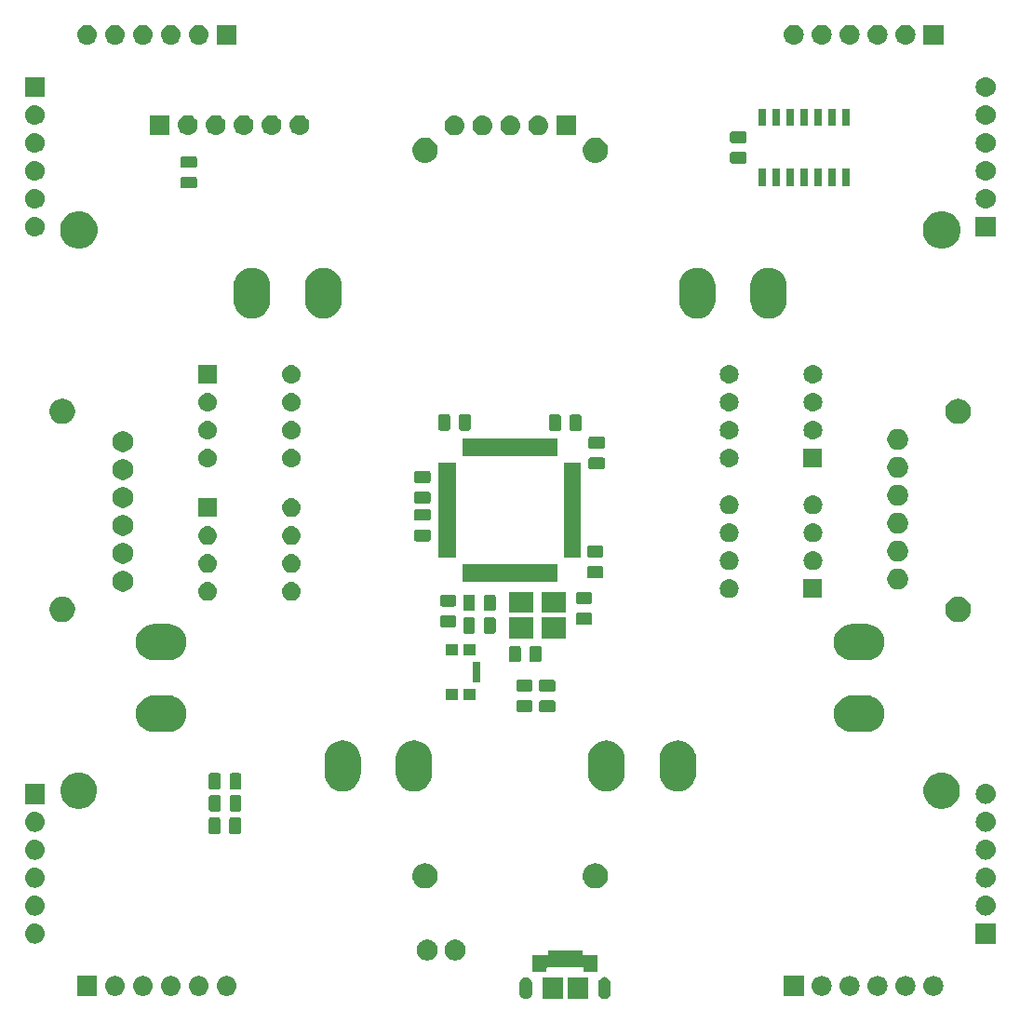
<source format=gbr>
G04 #@! TF.GenerationSoftware,KiCad,Pcbnew,(5.1.4)-1*
G04 #@! TF.CreationDate,2022-06-05T15:27:35-07:00*
G04 #@! TF.ProjectId,Birty,42697274-792e-46b6-9963-61645f706362,rev?*
G04 #@! TF.SameCoordinates,Original*
G04 #@! TF.FileFunction,Soldermask,Top*
G04 #@! TF.FilePolarity,Negative*
%FSLAX46Y46*%
G04 Gerber Fmt 4.6, Leading zero omitted, Abs format (unit mm)*
G04 Created by KiCad (PCBNEW (5.1.4)-1) date 2022-06-05 15:27:35*
%MOMM*%
%LPD*%
G04 APERTURE LIST*
%ADD10C,0.100000*%
G04 APERTURE END LIST*
D10*
G36*
X73687915Y-107457334D02*
G01*
X73796491Y-107490271D01*
X73796494Y-107490272D01*
X73809494Y-107497221D01*
X73896556Y-107543756D01*
X73984264Y-107615736D01*
X74056244Y-107703443D01*
X74079530Y-107747009D01*
X74109728Y-107803505D01*
X74109728Y-107803506D01*
X74109729Y-107803508D01*
X74142666Y-107912084D01*
X74151000Y-107996702D01*
X74151000Y-108903298D01*
X74142666Y-108987916D01*
X74112777Y-109086443D01*
X74109728Y-109096495D01*
X74090429Y-109132601D01*
X74056244Y-109196557D01*
X73984264Y-109284264D01*
X73896557Y-109356244D01*
X73832601Y-109390429D01*
X73796495Y-109409728D01*
X73796492Y-109409729D01*
X73687916Y-109442666D01*
X73575000Y-109453787D01*
X73462085Y-109442666D01*
X73353509Y-109409729D01*
X73353506Y-109409728D01*
X73317400Y-109390429D01*
X73253444Y-109356244D01*
X73165737Y-109284264D01*
X73093757Y-109196557D01*
X73059572Y-109132601D01*
X73040273Y-109096495D01*
X73037224Y-109086443D01*
X73007335Y-108987916D01*
X72999000Y-108903298D01*
X72999000Y-107996703D01*
X73007334Y-107912085D01*
X73040271Y-107803509D01*
X73040272Y-107803506D01*
X73059571Y-107767400D01*
X73093756Y-107703444D01*
X73165736Y-107615736D01*
X73253443Y-107543756D01*
X73340505Y-107497221D01*
X73353505Y-107490272D01*
X73353508Y-107490271D01*
X73462084Y-107457334D01*
X73575000Y-107446213D01*
X73687915Y-107457334D01*
X73687915Y-107457334D01*
G37*
G36*
X66537916Y-107457334D02*
G01*
X66646492Y-107490271D01*
X66646495Y-107490272D01*
X66659495Y-107497221D01*
X66746557Y-107543756D01*
X66834264Y-107615736D01*
X66906244Y-107703443D01*
X66929530Y-107747009D01*
X66959728Y-107803505D01*
X66959728Y-107803506D01*
X66959729Y-107803508D01*
X66992666Y-107912084D01*
X67001000Y-107996702D01*
X67001000Y-108903298D01*
X66992666Y-108987916D01*
X66962777Y-109086443D01*
X66959728Y-109096495D01*
X66940429Y-109132601D01*
X66906244Y-109196557D01*
X66834264Y-109284264D01*
X66746556Y-109356244D01*
X66682600Y-109390429D01*
X66646494Y-109409728D01*
X66646491Y-109409729D01*
X66537915Y-109442666D01*
X66425000Y-109453787D01*
X66312084Y-109442666D01*
X66203508Y-109409729D01*
X66203505Y-109409728D01*
X66167399Y-109390429D01*
X66103443Y-109356244D01*
X66015736Y-109284264D01*
X65943756Y-109196556D01*
X65890273Y-109096495D01*
X65890272Y-109096494D01*
X65887223Y-109086442D01*
X65857334Y-108987915D01*
X65849000Y-108903297D01*
X65849000Y-107996702D01*
X65857335Y-107912084D01*
X65890272Y-107803508D01*
X65890273Y-107803506D01*
X65890273Y-107803505D01*
X65920471Y-107747009D01*
X65943757Y-107703443D01*
X66015737Y-107615736D01*
X66103444Y-107543756D01*
X66190506Y-107497221D01*
X66203506Y-107490272D01*
X66203509Y-107490271D01*
X66312085Y-107457334D01*
X66425000Y-107446213D01*
X66537916Y-107457334D01*
X66537916Y-107457334D01*
G37*
G36*
X72051000Y-109451000D02*
G01*
X70199000Y-109451000D01*
X70199000Y-107449000D01*
X72051000Y-107449000D01*
X72051000Y-109451000D01*
X72051000Y-109451000D01*
G37*
G36*
X69801000Y-109451000D02*
G01*
X67949000Y-109451000D01*
X67949000Y-107449000D01*
X69801000Y-107449000D01*
X69801000Y-109451000D01*
X69801000Y-109451000D01*
G37*
G36*
X31690442Y-107355518D02*
G01*
X31756627Y-107362037D01*
X31926466Y-107413557D01*
X31926468Y-107413558D01*
X31992775Y-107449000D01*
X32082991Y-107497222D01*
X32118729Y-107526552D01*
X32220186Y-107609814D01*
X32297024Y-107703443D01*
X32332778Y-107747009D01*
X32416443Y-107903534D01*
X32467963Y-108073373D01*
X32485359Y-108250000D01*
X32467963Y-108426627D01*
X32416443Y-108596466D01*
X32332778Y-108752991D01*
X32303448Y-108788729D01*
X32220186Y-108890186D01*
X32118729Y-108973448D01*
X32082991Y-109002778D01*
X31926466Y-109086443D01*
X31756627Y-109137963D01*
X31690442Y-109144482D01*
X31624260Y-109151000D01*
X31535740Y-109151000D01*
X31469558Y-109144482D01*
X31403373Y-109137963D01*
X31233534Y-109086443D01*
X31077009Y-109002778D01*
X31041271Y-108973448D01*
X30939814Y-108890186D01*
X30856552Y-108788729D01*
X30827222Y-108752991D01*
X30743557Y-108596466D01*
X30692037Y-108426627D01*
X30674641Y-108250000D01*
X30692037Y-108073373D01*
X30743557Y-107903534D01*
X30827222Y-107747009D01*
X30862976Y-107703443D01*
X30939814Y-107609814D01*
X31041271Y-107526552D01*
X31077009Y-107497222D01*
X31167225Y-107449000D01*
X31233532Y-107413558D01*
X31233534Y-107413557D01*
X31403373Y-107362037D01*
X31469558Y-107355518D01*
X31535740Y-107349000D01*
X31624260Y-107349000D01*
X31690442Y-107355518D01*
X31690442Y-107355518D01*
G37*
G36*
X103610442Y-107355518D02*
G01*
X103676627Y-107362037D01*
X103846466Y-107413557D01*
X103846468Y-107413558D01*
X103912775Y-107449000D01*
X104002991Y-107497222D01*
X104038729Y-107526552D01*
X104140186Y-107609814D01*
X104217024Y-107703443D01*
X104252778Y-107747009D01*
X104336443Y-107903534D01*
X104387963Y-108073373D01*
X104405359Y-108250000D01*
X104387963Y-108426627D01*
X104336443Y-108596466D01*
X104252778Y-108752991D01*
X104223448Y-108788729D01*
X104140186Y-108890186D01*
X104038729Y-108973448D01*
X104002991Y-109002778D01*
X103846466Y-109086443D01*
X103676627Y-109137963D01*
X103610442Y-109144482D01*
X103544260Y-109151000D01*
X103455740Y-109151000D01*
X103389558Y-109144482D01*
X103323373Y-109137963D01*
X103153534Y-109086443D01*
X102997009Y-109002778D01*
X102961271Y-108973448D01*
X102859814Y-108890186D01*
X102776552Y-108788729D01*
X102747222Y-108752991D01*
X102663557Y-108596466D01*
X102612037Y-108426627D01*
X102594641Y-108250000D01*
X102612037Y-108073373D01*
X102663557Y-107903534D01*
X102747222Y-107747009D01*
X102782976Y-107703443D01*
X102859814Y-107609814D01*
X102961271Y-107526552D01*
X102997009Y-107497222D01*
X103087225Y-107449000D01*
X103153532Y-107413558D01*
X103153534Y-107413557D01*
X103323373Y-107362037D01*
X103389558Y-107355518D01*
X103455740Y-107349000D01*
X103544260Y-107349000D01*
X103610442Y-107355518D01*
X103610442Y-107355518D01*
G37*
G36*
X39310442Y-107355518D02*
G01*
X39376627Y-107362037D01*
X39546466Y-107413557D01*
X39546468Y-107413558D01*
X39612775Y-107449000D01*
X39702991Y-107497222D01*
X39738729Y-107526552D01*
X39840186Y-107609814D01*
X39917024Y-107703443D01*
X39952778Y-107747009D01*
X40036443Y-107903534D01*
X40087963Y-108073373D01*
X40105359Y-108250000D01*
X40087963Y-108426627D01*
X40036443Y-108596466D01*
X39952778Y-108752991D01*
X39923448Y-108788729D01*
X39840186Y-108890186D01*
X39738729Y-108973448D01*
X39702991Y-109002778D01*
X39546466Y-109086443D01*
X39376627Y-109137963D01*
X39310442Y-109144482D01*
X39244260Y-109151000D01*
X39155740Y-109151000D01*
X39089558Y-109144482D01*
X39023373Y-109137963D01*
X38853534Y-109086443D01*
X38697009Y-109002778D01*
X38661271Y-108973448D01*
X38559814Y-108890186D01*
X38476552Y-108788729D01*
X38447222Y-108752991D01*
X38363557Y-108596466D01*
X38312037Y-108426627D01*
X38294641Y-108250000D01*
X38312037Y-108073373D01*
X38363557Y-107903534D01*
X38447222Y-107747009D01*
X38482976Y-107703443D01*
X38559814Y-107609814D01*
X38661271Y-107526552D01*
X38697009Y-107497222D01*
X38787225Y-107449000D01*
X38853532Y-107413558D01*
X38853534Y-107413557D01*
X39023373Y-107362037D01*
X39089558Y-107355518D01*
X39155740Y-107349000D01*
X39244260Y-107349000D01*
X39310442Y-107355518D01*
X39310442Y-107355518D01*
G37*
G36*
X34230442Y-107355518D02*
G01*
X34296627Y-107362037D01*
X34466466Y-107413557D01*
X34466468Y-107413558D01*
X34532775Y-107449000D01*
X34622991Y-107497222D01*
X34658729Y-107526552D01*
X34760186Y-107609814D01*
X34837024Y-107703443D01*
X34872778Y-107747009D01*
X34956443Y-107903534D01*
X35007963Y-108073373D01*
X35025359Y-108250000D01*
X35007963Y-108426627D01*
X34956443Y-108596466D01*
X34872778Y-108752991D01*
X34843448Y-108788729D01*
X34760186Y-108890186D01*
X34658729Y-108973448D01*
X34622991Y-109002778D01*
X34466466Y-109086443D01*
X34296627Y-109137963D01*
X34230442Y-109144482D01*
X34164260Y-109151000D01*
X34075740Y-109151000D01*
X34009558Y-109144482D01*
X33943373Y-109137963D01*
X33773534Y-109086443D01*
X33617009Y-109002778D01*
X33581271Y-108973448D01*
X33479814Y-108890186D01*
X33396552Y-108788729D01*
X33367222Y-108752991D01*
X33283557Y-108596466D01*
X33232037Y-108426627D01*
X33214641Y-108250000D01*
X33232037Y-108073373D01*
X33283557Y-107903534D01*
X33367222Y-107747009D01*
X33402976Y-107703443D01*
X33479814Y-107609814D01*
X33581271Y-107526552D01*
X33617009Y-107497222D01*
X33707225Y-107449000D01*
X33773532Y-107413558D01*
X33773534Y-107413557D01*
X33943373Y-107362037D01*
X34009558Y-107355518D01*
X34075740Y-107349000D01*
X34164260Y-107349000D01*
X34230442Y-107355518D01*
X34230442Y-107355518D01*
G37*
G36*
X36770442Y-107355518D02*
G01*
X36836627Y-107362037D01*
X37006466Y-107413557D01*
X37006468Y-107413558D01*
X37072775Y-107449000D01*
X37162991Y-107497222D01*
X37198729Y-107526552D01*
X37300186Y-107609814D01*
X37377024Y-107703443D01*
X37412778Y-107747009D01*
X37496443Y-107903534D01*
X37547963Y-108073373D01*
X37565359Y-108250000D01*
X37547963Y-108426627D01*
X37496443Y-108596466D01*
X37412778Y-108752991D01*
X37383448Y-108788729D01*
X37300186Y-108890186D01*
X37198729Y-108973448D01*
X37162991Y-109002778D01*
X37006466Y-109086443D01*
X36836627Y-109137963D01*
X36770442Y-109144482D01*
X36704260Y-109151000D01*
X36615740Y-109151000D01*
X36549558Y-109144482D01*
X36483373Y-109137963D01*
X36313534Y-109086443D01*
X36157009Y-109002778D01*
X36121271Y-108973448D01*
X36019814Y-108890186D01*
X35936552Y-108788729D01*
X35907222Y-108752991D01*
X35823557Y-108596466D01*
X35772037Y-108426627D01*
X35754641Y-108250000D01*
X35772037Y-108073373D01*
X35823557Y-107903534D01*
X35907222Y-107747009D01*
X35942976Y-107703443D01*
X36019814Y-107609814D01*
X36121271Y-107526552D01*
X36157009Y-107497222D01*
X36247225Y-107449000D01*
X36313532Y-107413558D01*
X36313534Y-107413557D01*
X36483373Y-107362037D01*
X36549558Y-107355518D01*
X36615740Y-107349000D01*
X36704260Y-107349000D01*
X36770442Y-107355518D01*
X36770442Y-107355518D01*
G37*
G36*
X29150442Y-107355518D02*
G01*
X29216627Y-107362037D01*
X29386466Y-107413557D01*
X29386468Y-107413558D01*
X29452775Y-107449000D01*
X29542991Y-107497222D01*
X29578729Y-107526552D01*
X29680186Y-107609814D01*
X29757024Y-107703443D01*
X29792778Y-107747009D01*
X29876443Y-107903534D01*
X29927963Y-108073373D01*
X29945359Y-108250000D01*
X29927963Y-108426627D01*
X29876443Y-108596466D01*
X29792778Y-108752991D01*
X29763448Y-108788729D01*
X29680186Y-108890186D01*
X29578729Y-108973448D01*
X29542991Y-109002778D01*
X29386466Y-109086443D01*
X29216627Y-109137963D01*
X29150442Y-109144482D01*
X29084260Y-109151000D01*
X28995740Y-109151000D01*
X28929558Y-109144482D01*
X28863373Y-109137963D01*
X28693534Y-109086443D01*
X28537009Y-109002778D01*
X28501271Y-108973448D01*
X28399814Y-108890186D01*
X28316552Y-108788729D01*
X28287222Y-108752991D01*
X28203557Y-108596466D01*
X28152037Y-108426627D01*
X28134641Y-108250000D01*
X28152037Y-108073373D01*
X28203557Y-107903534D01*
X28287222Y-107747009D01*
X28322976Y-107703443D01*
X28399814Y-107609814D01*
X28501271Y-107526552D01*
X28537009Y-107497222D01*
X28627225Y-107449000D01*
X28693532Y-107413558D01*
X28693534Y-107413557D01*
X28863373Y-107362037D01*
X28929558Y-107355518D01*
X28995740Y-107349000D01*
X29084260Y-107349000D01*
X29150442Y-107355518D01*
X29150442Y-107355518D01*
G37*
G36*
X95990442Y-107355518D02*
G01*
X96056627Y-107362037D01*
X96226466Y-107413557D01*
X96226468Y-107413558D01*
X96292775Y-107449000D01*
X96382991Y-107497222D01*
X96418729Y-107526552D01*
X96520186Y-107609814D01*
X96597024Y-107703443D01*
X96632778Y-107747009D01*
X96716443Y-107903534D01*
X96767963Y-108073373D01*
X96785359Y-108250000D01*
X96767963Y-108426627D01*
X96716443Y-108596466D01*
X96632778Y-108752991D01*
X96603448Y-108788729D01*
X96520186Y-108890186D01*
X96418729Y-108973448D01*
X96382991Y-109002778D01*
X96226466Y-109086443D01*
X96056627Y-109137963D01*
X95990442Y-109144482D01*
X95924260Y-109151000D01*
X95835740Y-109151000D01*
X95769558Y-109144482D01*
X95703373Y-109137963D01*
X95533534Y-109086443D01*
X95377009Y-109002778D01*
X95341271Y-108973448D01*
X95239814Y-108890186D01*
X95156552Y-108788729D01*
X95127222Y-108752991D01*
X95043557Y-108596466D01*
X94992037Y-108426627D01*
X94974641Y-108250000D01*
X94992037Y-108073373D01*
X95043557Y-107903534D01*
X95127222Y-107747009D01*
X95162976Y-107703443D01*
X95239814Y-107609814D01*
X95341271Y-107526552D01*
X95377009Y-107497222D01*
X95467225Y-107449000D01*
X95533532Y-107413558D01*
X95533534Y-107413557D01*
X95703373Y-107362037D01*
X95769558Y-107355518D01*
X95835740Y-107349000D01*
X95924260Y-107349000D01*
X95990442Y-107355518D01*
X95990442Y-107355518D01*
G37*
G36*
X91701000Y-109151000D02*
G01*
X89899000Y-109151000D01*
X89899000Y-107349000D01*
X91701000Y-107349000D01*
X91701000Y-109151000D01*
X91701000Y-109151000D01*
G37*
G36*
X93450442Y-107355518D02*
G01*
X93516627Y-107362037D01*
X93686466Y-107413557D01*
X93686468Y-107413558D01*
X93752775Y-107449000D01*
X93842991Y-107497222D01*
X93878729Y-107526552D01*
X93980186Y-107609814D01*
X94057024Y-107703443D01*
X94092778Y-107747009D01*
X94176443Y-107903534D01*
X94227963Y-108073373D01*
X94245359Y-108250000D01*
X94227963Y-108426627D01*
X94176443Y-108596466D01*
X94092778Y-108752991D01*
X94063448Y-108788729D01*
X93980186Y-108890186D01*
X93878729Y-108973448D01*
X93842991Y-109002778D01*
X93686466Y-109086443D01*
X93516627Y-109137963D01*
X93450442Y-109144482D01*
X93384260Y-109151000D01*
X93295740Y-109151000D01*
X93229558Y-109144482D01*
X93163373Y-109137963D01*
X92993534Y-109086443D01*
X92837009Y-109002778D01*
X92801271Y-108973448D01*
X92699814Y-108890186D01*
X92616552Y-108788729D01*
X92587222Y-108752991D01*
X92503557Y-108596466D01*
X92452037Y-108426627D01*
X92434641Y-108250000D01*
X92452037Y-108073373D01*
X92503557Y-107903534D01*
X92587222Y-107747009D01*
X92622976Y-107703443D01*
X92699814Y-107609814D01*
X92801271Y-107526552D01*
X92837009Y-107497222D01*
X92927225Y-107449000D01*
X92993532Y-107413558D01*
X92993534Y-107413557D01*
X93163373Y-107362037D01*
X93229558Y-107355518D01*
X93295740Y-107349000D01*
X93384260Y-107349000D01*
X93450442Y-107355518D01*
X93450442Y-107355518D01*
G37*
G36*
X101070442Y-107355518D02*
G01*
X101136627Y-107362037D01*
X101306466Y-107413557D01*
X101306468Y-107413558D01*
X101372775Y-107449000D01*
X101462991Y-107497222D01*
X101498729Y-107526552D01*
X101600186Y-107609814D01*
X101677024Y-107703443D01*
X101712778Y-107747009D01*
X101796443Y-107903534D01*
X101847963Y-108073373D01*
X101865359Y-108250000D01*
X101847963Y-108426627D01*
X101796443Y-108596466D01*
X101712778Y-108752991D01*
X101683448Y-108788729D01*
X101600186Y-108890186D01*
X101498729Y-108973448D01*
X101462991Y-109002778D01*
X101306466Y-109086443D01*
X101136627Y-109137963D01*
X101070442Y-109144482D01*
X101004260Y-109151000D01*
X100915740Y-109151000D01*
X100849558Y-109144482D01*
X100783373Y-109137963D01*
X100613534Y-109086443D01*
X100457009Y-109002778D01*
X100421271Y-108973448D01*
X100319814Y-108890186D01*
X100236552Y-108788729D01*
X100207222Y-108752991D01*
X100123557Y-108596466D01*
X100072037Y-108426627D01*
X100054641Y-108250000D01*
X100072037Y-108073373D01*
X100123557Y-107903534D01*
X100207222Y-107747009D01*
X100242976Y-107703443D01*
X100319814Y-107609814D01*
X100421271Y-107526552D01*
X100457009Y-107497222D01*
X100547225Y-107449000D01*
X100613532Y-107413558D01*
X100613534Y-107413557D01*
X100783373Y-107362037D01*
X100849558Y-107355518D01*
X100915740Y-107349000D01*
X101004260Y-107349000D01*
X101070442Y-107355518D01*
X101070442Y-107355518D01*
G37*
G36*
X98530442Y-107355518D02*
G01*
X98596627Y-107362037D01*
X98766466Y-107413557D01*
X98766468Y-107413558D01*
X98832775Y-107449000D01*
X98922991Y-107497222D01*
X98958729Y-107526552D01*
X99060186Y-107609814D01*
X99137024Y-107703443D01*
X99172778Y-107747009D01*
X99256443Y-107903534D01*
X99307963Y-108073373D01*
X99325359Y-108250000D01*
X99307963Y-108426627D01*
X99256443Y-108596466D01*
X99172778Y-108752991D01*
X99143448Y-108788729D01*
X99060186Y-108890186D01*
X98958729Y-108973448D01*
X98922991Y-109002778D01*
X98766466Y-109086443D01*
X98596627Y-109137963D01*
X98530442Y-109144482D01*
X98464260Y-109151000D01*
X98375740Y-109151000D01*
X98309558Y-109144482D01*
X98243373Y-109137963D01*
X98073534Y-109086443D01*
X97917009Y-109002778D01*
X97881271Y-108973448D01*
X97779814Y-108890186D01*
X97696552Y-108788729D01*
X97667222Y-108752991D01*
X97583557Y-108596466D01*
X97532037Y-108426627D01*
X97514641Y-108250000D01*
X97532037Y-108073373D01*
X97583557Y-107903534D01*
X97667222Y-107747009D01*
X97702976Y-107703443D01*
X97779814Y-107609814D01*
X97881271Y-107526552D01*
X97917009Y-107497222D01*
X98007225Y-107449000D01*
X98073532Y-107413558D01*
X98073534Y-107413557D01*
X98243373Y-107362037D01*
X98309558Y-107355518D01*
X98375740Y-107349000D01*
X98464260Y-107349000D01*
X98530442Y-107355518D01*
X98530442Y-107355518D01*
G37*
G36*
X27401000Y-109151000D02*
G01*
X25599000Y-109151000D01*
X25599000Y-107349000D01*
X27401000Y-107349000D01*
X27401000Y-109151000D01*
X27401000Y-109151000D01*
G37*
G36*
X71551000Y-105319001D02*
G01*
X71553402Y-105343387D01*
X71560515Y-105366836D01*
X71572066Y-105388447D01*
X71587611Y-105407389D01*
X71606553Y-105422934D01*
X71628164Y-105434485D01*
X71651613Y-105441598D01*
X71675999Y-105444000D01*
X72946000Y-105444000D01*
X72946000Y-106996000D01*
X71694000Y-106996000D01*
X71694000Y-106675999D01*
X71691598Y-106651613D01*
X71684485Y-106628164D01*
X71672934Y-106606553D01*
X71657389Y-106587611D01*
X71638447Y-106572066D01*
X71616836Y-106560515D01*
X71593387Y-106553402D01*
X71569001Y-106551000D01*
X68430999Y-106551000D01*
X68406613Y-106553402D01*
X68383164Y-106560515D01*
X68361553Y-106572066D01*
X68342611Y-106587611D01*
X68327066Y-106606553D01*
X68315515Y-106628164D01*
X68308402Y-106651613D01*
X68306000Y-106675999D01*
X68306000Y-106996000D01*
X67054000Y-106996000D01*
X67054000Y-105444000D01*
X68324001Y-105444000D01*
X68348387Y-105441598D01*
X68371836Y-105434485D01*
X68393447Y-105422934D01*
X68412389Y-105407389D01*
X68427934Y-105388447D01*
X68439485Y-105366836D01*
X68446598Y-105343387D01*
X68449000Y-105319001D01*
X68449000Y-105049000D01*
X71551000Y-105049000D01*
X71551000Y-105319001D01*
X71551000Y-105319001D01*
G37*
G36*
X60277892Y-104083911D02*
G01*
X60413752Y-104140186D01*
X60451273Y-104155728D01*
X60607311Y-104259989D01*
X60740011Y-104392689D01*
X60745564Y-104401000D01*
X60844273Y-104548729D01*
X60916089Y-104722108D01*
X60952700Y-104906166D01*
X60952700Y-105093834D01*
X60916089Y-105277892D01*
X60856011Y-105422934D01*
X60844272Y-105451273D01*
X60740011Y-105607311D01*
X60607311Y-105740011D01*
X60451273Y-105844272D01*
X60451272Y-105844273D01*
X60451271Y-105844273D01*
X60277892Y-105916089D01*
X60093834Y-105952700D01*
X59906166Y-105952700D01*
X59722108Y-105916089D01*
X59548729Y-105844273D01*
X59548728Y-105844273D01*
X59548727Y-105844272D01*
X59392689Y-105740011D01*
X59259989Y-105607311D01*
X59155728Y-105451273D01*
X59143990Y-105422934D01*
X59083911Y-105277892D01*
X59047300Y-105093834D01*
X59047300Y-104906166D01*
X59083911Y-104722108D01*
X59155727Y-104548729D01*
X59254436Y-104401000D01*
X59259989Y-104392689D01*
X59392689Y-104259989D01*
X59548727Y-104155728D01*
X59586249Y-104140186D01*
X59722108Y-104083911D01*
X59906166Y-104047300D01*
X60093834Y-104047300D01*
X60277892Y-104083911D01*
X60277892Y-104083911D01*
G37*
G36*
X57737892Y-104083911D02*
G01*
X57873752Y-104140186D01*
X57911273Y-104155728D01*
X58067311Y-104259989D01*
X58200011Y-104392689D01*
X58205564Y-104401000D01*
X58304273Y-104548729D01*
X58376089Y-104722108D01*
X58412700Y-104906166D01*
X58412700Y-105093834D01*
X58376089Y-105277892D01*
X58316011Y-105422934D01*
X58304272Y-105451273D01*
X58200011Y-105607311D01*
X58067311Y-105740011D01*
X57911273Y-105844272D01*
X57911272Y-105844273D01*
X57911271Y-105844273D01*
X57737892Y-105916089D01*
X57553834Y-105952700D01*
X57366166Y-105952700D01*
X57182108Y-105916089D01*
X57008729Y-105844273D01*
X57008728Y-105844273D01*
X57008727Y-105844272D01*
X56852689Y-105740011D01*
X56719989Y-105607311D01*
X56615728Y-105451273D01*
X56603990Y-105422934D01*
X56543911Y-105277892D01*
X56507300Y-105093834D01*
X56507300Y-104906166D01*
X56543911Y-104722108D01*
X56615727Y-104548729D01*
X56714436Y-104401000D01*
X56719989Y-104392689D01*
X56852689Y-104259989D01*
X57008727Y-104155728D01*
X57046249Y-104140186D01*
X57182108Y-104083911D01*
X57366166Y-104047300D01*
X57553834Y-104047300D01*
X57737892Y-104083911D01*
X57737892Y-104083911D01*
G37*
G36*
X109151000Y-104401000D02*
G01*
X107349000Y-104401000D01*
X107349000Y-102599000D01*
X109151000Y-102599000D01*
X109151000Y-104401000D01*
X109151000Y-104401000D01*
G37*
G36*
X21860443Y-102605519D02*
G01*
X21926627Y-102612037D01*
X22096466Y-102663557D01*
X22252991Y-102747222D01*
X22288729Y-102776552D01*
X22390186Y-102859814D01*
X22473448Y-102961271D01*
X22502778Y-102997009D01*
X22586443Y-103153534D01*
X22637963Y-103323373D01*
X22655359Y-103500000D01*
X22637963Y-103676627D01*
X22586443Y-103846466D01*
X22502778Y-104002991D01*
X22473448Y-104038729D01*
X22390186Y-104140186D01*
X22288729Y-104223448D01*
X22252991Y-104252778D01*
X22096466Y-104336443D01*
X21926627Y-104387963D01*
X21878642Y-104392689D01*
X21794260Y-104401000D01*
X21705740Y-104401000D01*
X21621358Y-104392689D01*
X21573373Y-104387963D01*
X21403534Y-104336443D01*
X21247009Y-104252778D01*
X21211271Y-104223448D01*
X21109814Y-104140186D01*
X21026552Y-104038729D01*
X20997222Y-104002991D01*
X20913557Y-103846466D01*
X20862037Y-103676627D01*
X20844641Y-103500000D01*
X20862037Y-103323373D01*
X20913557Y-103153534D01*
X20997222Y-102997009D01*
X21026552Y-102961271D01*
X21109814Y-102859814D01*
X21211271Y-102776552D01*
X21247009Y-102747222D01*
X21403534Y-102663557D01*
X21573373Y-102612037D01*
X21639557Y-102605519D01*
X21705740Y-102599000D01*
X21794260Y-102599000D01*
X21860443Y-102605519D01*
X21860443Y-102605519D01*
G37*
G36*
X21860442Y-100065518D02*
G01*
X21926627Y-100072037D01*
X22096466Y-100123557D01*
X22252991Y-100207222D01*
X22288729Y-100236552D01*
X22390186Y-100319814D01*
X22473448Y-100421271D01*
X22502778Y-100457009D01*
X22586443Y-100613534D01*
X22637963Y-100783373D01*
X22655359Y-100960000D01*
X22637963Y-101136627D01*
X22586443Y-101306466D01*
X22502778Y-101462991D01*
X22473448Y-101498729D01*
X22390186Y-101600186D01*
X22288729Y-101683448D01*
X22252991Y-101712778D01*
X22096466Y-101796443D01*
X21926627Y-101847963D01*
X21860442Y-101854482D01*
X21794260Y-101861000D01*
X21705740Y-101861000D01*
X21639558Y-101854482D01*
X21573373Y-101847963D01*
X21403534Y-101796443D01*
X21247009Y-101712778D01*
X21211271Y-101683448D01*
X21109814Y-101600186D01*
X21026552Y-101498729D01*
X20997222Y-101462991D01*
X20913557Y-101306466D01*
X20862037Y-101136627D01*
X20844641Y-100960000D01*
X20862037Y-100783373D01*
X20913557Y-100613534D01*
X20997222Y-100457009D01*
X21026552Y-100421271D01*
X21109814Y-100319814D01*
X21211271Y-100236552D01*
X21247009Y-100207222D01*
X21403534Y-100123557D01*
X21573373Y-100072037D01*
X21639558Y-100065518D01*
X21705740Y-100059000D01*
X21794260Y-100059000D01*
X21860442Y-100065518D01*
X21860442Y-100065518D01*
G37*
G36*
X108360442Y-100065518D02*
G01*
X108426627Y-100072037D01*
X108596466Y-100123557D01*
X108752991Y-100207222D01*
X108788729Y-100236552D01*
X108890186Y-100319814D01*
X108973448Y-100421271D01*
X109002778Y-100457009D01*
X109086443Y-100613534D01*
X109137963Y-100783373D01*
X109155359Y-100960000D01*
X109137963Y-101136627D01*
X109086443Y-101306466D01*
X109002778Y-101462991D01*
X108973448Y-101498729D01*
X108890186Y-101600186D01*
X108788729Y-101683448D01*
X108752991Y-101712778D01*
X108596466Y-101796443D01*
X108426627Y-101847963D01*
X108360442Y-101854482D01*
X108294260Y-101861000D01*
X108205740Y-101861000D01*
X108139558Y-101854482D01*
X108073373Y-101847963D01*
X107903534Y-101796443D01*
X107747009Y-101712778D01*
X107711271Y-101683448D01*
X107609814Y-101600186D01*
X107526552Y-101498729D01*
X107497222Y-101462991D01*
X107413557Y-101306466D01*
X107362037Y-101136627D01*
X107344641Y-100960000D01*
X107362037Y-100783373D01*
X107413557Y-100613534D01*
X107497222Y-100457009D01*
X107526552Y-100421271D01*
X107609814Y-100319814D01*
X107711271Y-100236552D01*
X107747009Y-100207222D01*
X107903534Y-100123557D01*
X108073373Y-100072037D01*
X108139557Y-100065519D01*
X108205740Y-100059000D01*
X108294260Y-100059000D01*
X108360442Y-100065518D01*
X108360442Y-100065518D01*
G37*
G36*
X72974549Y-97121116D02*
G01*
X73085734Y-97143232D01*
X73295203Y-97229997D01*
X73483720Y-97355960D01*
X73644040Y-97516280D01*
X73770003Y-97704797D01*
X73856768Y-97914266D01*
X73857314Y-97917011D01*
X73901000Y-98136635D01*
X73901000Y-98363365D01*
X73878884Y-98474549D01*
X73856768Y-98585734D01*
X73852256Y-98596627D01*
X73781906Y-98766468D01*
X73770003Y-98795203D01*
X73644040Y-98983720D01*
X73483720Y-99144040D01*
X73295203Y-99270003D01*
X73085734Y-99356768D01*
X72974549Y-99378884D01*
X72863365Y-99401000D01*
X72636635Y-99401000D01*
X72525451Y-99378884D01*
X72414266Y-99356768D01*
X72204797Y-99270003D01*
X72016280Y-99144040D01*
X71855960Y-98983720D01*
X71729997Y-98795203D01*
X71718095Y-98766468D01*
X71647744Y-98596627D01*
X71643232Y-98585734D01*
X71621116Y-98474549D01*
X71599000Y-98363365D01*
X71599000Y-98136635D01*
X71642686Y-97917011D01*
X71643232Y-97914266D01*
X71729997Y-97704797D01*
X71855960Y-97516280D01*
X72016280Y-97355960D01*
X72204797Y-97229997D01*
X72414266Y-97143232D01*
X72525451Y-97121116D01*
X72636635Y-97099000D01*
X72863365Y-97099000D01*
X72974549Y-97121116D01*
X72974549Y-97121116D01*
G37*
G36*
X57474549Y-97121116D02*
G01*
X57585734Y-97143232D01*
X57795203Y-97229997D01*
X57983720Y-97355960D01*
X58144040Y-97516280D01*
X58270003Y-97704797D01*
X58356768Y-97914266D01*
X58357314Y-97917011D01*
X58401000Y-98136635D01*
X58401000Y-98363365D01*
X58378884Y-98474549D01*
X58356768Y-98585734D01*
X58352256Y-98596627D01*
X58281906Y-98766468D01*
X58270003Y-98795203D01*
X58144040Y-98983720D01*
X57983720Y-99144040D01*
X57795203Y-99270003D01*
X57585734Y-99356768D01*
X57474549Y-99378884D01*
X57363365Y-99401000D01*
X57136635Y-99401000D01*
X57025451Y-99378884D01*
X56914266Y-99356768D01*
X56704797Y-99270003D01*
X56516280Y-99144040D01*
X56355960Y-98983720D01*
X56229997Y-98795203D01*
X56218095Y-98766468D01*
X56147744Y-98596627D01*
X56143232Y-98585734D01*
X56121116Y-98474549D01*
X56099000Y-98363365D01*
X56099000Y-98136635D01*
X56142686Y-97917011D01*
X56143232Y-97914266D01*
X56229997Y-97704797D01*
X56355960Y-97516280D01*
X56516280Y-97355960D01*
X56704797Y-97229997D01*
X56914266Y-97143232D01*
X57025451Y-97121116D01*
X57136635Y-97099000D01*
X57363365Y-97099000D01*
X57474549Y-97121116D01*
X57474549Y-97121116D01*
G37*
G36*
X108360442Y-97525518D02*
G01*
X108426627Y-97532037D01*
X108596466Y-97583557D01*
X108752991Y-97667222D01*
X108788729Y-97696552D01*
X108890186Y-97779814D01*
X108973448Y-97881271D01*
X109002778Y-97917009D01*
X109086443Y-98073534D01*
X109137963Y-98243373D01*
X109155359Y-98420000D01*
X109137963Y-98596627D01*
X109086443Y-98766466D01*
X109002778Y-98922991D01*
X108973448Y-98958729D01*
X108890186Y-99060186D01*
X108788729Y-99143448D01*
X108752991Y-99172778D01*
X108596466Y-99256443D01*
X108426627Y-99307963D01*
X108360442Y-99314482D01*
X108294260Y-99321000D01*
X108205740Y-99321000D01*
X108139558Y-99314482D01*
X108073373Y-99307963D01*
X107903534Y-99256443D01*
X107747009Y-99172778D01*
X107711271Y-99143448D01*
X107609814Y-99060186D01*
X107526552Y-98958729D01*
X107497222Y-98922991D01*
X107413557Y-98766466D01*
X107362037Y-98596627D01*
X107344641Y-98420000D01*
X107362037Y-98243373D01*
X107413557Y-98073534D01*
X107497222Y-97917009D01*
X107526552Y-97881271D01*
X107609814Y-97779814D01*
X107711271Y-97696552D01*
X107747009Y-97667222D01*
X107903534Y-97583557D01*
X108073373Y-97532037D01*
X108139558Y-97525518D01*
X108205740Y-97519000D01*
X108294260Y-97519000D01*
X108360442Y-97525518D01*
X108360442Y-97525518D01*
G37*
G36*
X21860442Y-97525518D02*
G01*
X21926627Y-97532037D01*
X22096466Y-97583557D01*
X22252991Y-97667222D01*
X22288729Y-97696552D01*
X22390186Y-97779814D01*
X22473448Y-97881271D01*
X22502778Y-97917009D01*
X22586443Y-98073534D01*
X22637963Y-98243373D01*
X22655359Y-98420000D01*
X22637963Y-98596627D01*
X22586443Y-98766466D01*
X22502778Y-98922991D01*
X22473448Y-98958729D01*
X22390186Y-99060186D01*
X22288729Y-99143448D01*
X22252991Y-99172778D01*
X22096466Y-99256443D01*
X21926627Y-99307963D01*
X21860442Y-99314482D01*
X21794260Y-99321000D01*
X21705740Y-99321000D01*
X21639558Y-99314482D01*
X21573373Y-99307963D01*
X21403534Y-99256443D01*
X21247009Y-99172778D01*
X21211271Y-99143448D01*
X21109814Y-99060186D01*
X21026552Y-98958729D01*
X20997222Y-98922991D01*
X20913557Y-98766466D01*
X20862037Y-98596627D01*
X20844641Y-98420000D01*
X20862037Y-98243373D01*
X20913557Y-98073534D01*
X20997222Y-97917009D01*
X21026552Y-97881271D01*
X21109814Y-97779814D01*
X21211271Y-97696552D01*
X21247009Y-97667222D01*
X21403534Y-97583557D01*
X21573373Y-97532037D01*
X21639558Y-97525518D01*
X21705740Y-97519000D01*
X21794260Y-97519000D01*
X21860442Y-97525518D01*
X21860442Y-97525518D01*
G37*
G36*
X108360443Y-94985519D02*
G01*
X108426627Y-94992037D01*
X108596466Y-95043557D01*
X108752991Y-95127222D01*
X108788729Y-95156552D01*
X108890186Y-95239814D01*
X108973448Y-95341271D01*
X109002778Y-95377009D01*
X109086443Y-95533534D01*
X109137963Y-95703373D01*
X109155359Y-95880000D01*
X109137963Y-96056627D01*
X109086443Y-96226466D01*
X109002778Y-96382991D01*
X108973448Y-96418729D01*
X108890186Y-96520186D01*
X108788729Y-96603448D01*
X108752991Y-96632778D01*
X108596466Y-96716443D01*
X108426627Y-96767963D01*
X108360443Y-96774481D01*
X108294260Y-96781000D01*
X108205740Y-96781000D01*
X108139558Y-96774482D01*
X108073373Y-96767963D01*
X107903534Y-96716443D01*
X107747009Y-96632778D01*
X107711271Y-96603448D01*
X107609814Y-96520186D01*
X107526552Y-96418729D01*
X107497222Y-96382991D01*
X107413557Y-96226466D01*
X107362037Y-96056627D01*
X107344641Y-95880000D01*
X107362037Y-95703373D01*
X107413557Y-95533534D01*
X107497222Y-95377009D01*
X107526552Y-95341271D01*
X107609814Y-95239814D01*
X107711271Y-95156552D01*
X107747009Y-95127222D01*
X107903534Y-95043557D01*
X108073373Y-94992037D01*
X108139557Y-94985519D01*
X108205740Y-94979000D01*
X108294260Y-94979000D01*
X108360443Y-94985519D01*
X108360443Y-94985519D01*
G37*
G36*
X21860443Y-94985519D02*
G01*
X21926627Y-94992037D01*
X22096466Y-95043557D01*
X22252991Y-95127222D01*
X22288729Y-95156552D01*
X22390186Y-95239814D01*
X22473448Y-95341271D01*
X22502778Y-95377009D01*
X22586443Y-95533534D01*
X22637963Y-95703373D01*
X22655359Y-95880000D01*
X22637963Y-96056627D01*
X22586443Y-96226466D01*
X22502778Y-96382991D01*
X22473448Y-96418729D01*
X22390186Y-96520186D01*
X22288729Y-96603448D01*
X22252991Y-96632778D01*
X22096466Y-96716443D01*
X21926627Y-96767963D01*
X21860442Y-96774482D01*
X21794260Y-96781000D01*
X21705740Y-96781000D01*
X21639558Y-96774482D01*
X21573373Y-96767963D01*
X21403534Y-96716443D01*
X21247009Y-96632778D01*
X21211271Y-96603448D01*
X21109814Y-96520186D01*
X21026552Y-96418729D01*
X20997222Y-96382991D01*
X20913557Y-96226466D01*
X20862037Y-96056627D01*
X20844641Y-95880000D01*
X20862037Y-95703373D01*
X20913557Y-95533534D01*
X20997222Y-95377009D01*
X21026552Y-95341271D01*
X21109814Y-95239814D01*
X21211271Y-95156552D01*
X21247009Y-95127222D01*
X21403534Y-95043557D01*
X21573373Y-94992037D01*
X21639557Y-94985519D01*
X21705740Y-94979000D01*
X21794260Y-94979000D01*
X21860443Y-94985519D01*
X21860443Y-94985519D01*
G37*
G36*
X40346868Y-92931965D02*
G01*
X40385538Y-92943696D01*
X40421177Y-92962746D01*
X40452417Y-92988383D01*
X40478054Y-93019623D01*
X40497104Y-93055262D01*
X40508835Y-93093932D01*
X40513400Y-93140288D01*
X40513400Y-94216512D01*
X40508835Y-94262868D01*
X40497104Y-94301538D01*
X40478054Y-94337177D01*
X40452417Y-94368417D01*
X40421177Y-94394054D01*
X40385538Y-94413104D01*
X40346868Y-94424835D01*
X40300512Y-94429400D01*
X39649288Y-94429400D01*
X39602932Y-94424835D01*
X39564262Y-94413104D01*
X39528623Y-94394054D01*
X39497383Y-94368417D01*
X39471746Y-94337177D01*
X39452696Y-94301538D01*
X39440965Y-94262868D01*
X39436400Y-94216512D01*
X39436400Y-93140288D01*
X39440965Y-93093932D01*
X39452696Y-93055262D01*
X39471746Y-93019623D01*
X39497383Y-92988383D01*
X39528623Y-92962746D01*
X39564262Y-92943696D01*
X39602932Y-92931965D01*
X39649288Y-92927400D01*
X40300512Y-92927400D01*
X40346868Y-92931965D01*
X40346868Y-92931965D01*
G37*
G36*
X38471868Y-92931965D02*
G01*
X38510538Y-92943696D01*
X38546177Y-92962746D01*
X38577417Y-92988383D01*
X38603054Y-93019623D01*
X38622104Y-93055262D01*
X38633835Y-93093932D01*
X38638400Y-93140288D01*
X38638400Y-94216512D01*
X38633835Y-94262868D01*
X38622104Y-94301538D01*
X38603054Y-94337177D01*
X38577417Y-94368417D01*
X38546177Y-94394054D01*
X38510538Y-94413104D01*
X38471868Y-94424835D01*
X38425512Y-94429400D01*
X37774288Y-94429400D01*
X37727932Y-94424835D01*
X37689262Y-94413104D01*
X37653623Y-94394054D01*
X37622383Y-94368417D01*
X37596746Y-94337177D01*
X37577696Y-94301538D01*
X37565965Y-94262868D01*
X37561400Y-94216512D01*
X37561400Y-93140288D01*
X37565965Y-93093932D01*
X37577696Y-93055262D01*
X37596746Y-93019623D01*
X37622383Y-92988383D01*
X37653623Y-92962746D01*
X37689262Y-92943696D01*
X37727932Y-92931965D01*
X37774288Y-92927400D01*
X38425512Y-92927400D01*
X38471868Y-92931965D01*
X38471868Y-92931965D01*
G37*
G36*
X108360442Y-92445518D02*
G01*
X108426627Y-92452037D01*
X108596466Y-92503557D01*
X108752991Y-92587222D01*
X108788729Y-92616552D01*
X108890186Y-92699814D01*
X108973448Y-92801271D01*
X109002778Y-92837009D01*
X109086443Y-92993534D01*
X109137963Y-93163373D01*
X109155359Y-93340000D01*
X109137963Y-93516627D01*
X109086443Y-93686466D01*
X109002778Y-93842991D01*
X108973448Y-93878729D01*
X108890186Y-93980186D01*
X108788729Y-94063448D01*
X108752991Y-94092778D01*
X108596466Y-94176443D01*
X108426627Y-94227963D01*
X108360443Y-94234481D01*
X108294260Y-94241000D01*
X108205740Y-94241000D01*
X108139557Y-94234481D01*
X108073373Y-94227963D01*
X107903534Y-94176443D01*
X107747009Y-94092778D01*
X107711271Y-94063448D01*
X107609814Y-93980186D01*
X107526552Y-93878729D01*
X107497222Y-93842991D01*
X107413557Y-93686466D01*
X107362037Y-93516627D01*
X107344641Y-93340000D01*
X107362037Y-93163373D01*
X107413557Y-92993534D01*
X107497222Y-92837009D01*
X107526552Y-92801271D01*
X107609814Y-92699814D01*
X107711271Y-92616552D01*
X107747009Y-92587222D01*
X107903534Y-92503557D01*
X108073373Y-92452037D01*
X108139558Y-92445518D01*
X108205740Y-92439000D01*
X108294260Y-92439000D01*
X108360442Y-92445518D01*
X108360442Y-92445518D01*
G37*
G36*
X21860442Y-92445518D02*
G01*
X21926627Y-92452037D01*
X22096466Y-92503557D01*
X22252991Y-92587222D01*
X22288729Y-92616552D01*
X22390186Y-92699814D01*
X22473448Y-92801271D01*
X22502778Y-92837009D01*
X22586443Y-92993534D01*
X22637963Y-93163373D01*
X22655359Y-93340000D01*
X22637963Y-93516627D01*
X22586443Y-93686466D01*
X22502778Y-93842991D01*
X22473448Y-93878729D01*
X22390186Y-93980186D01*
X22288729Y-94063448D01*
X22252991Y-94092778D01*
X22096466Y-94176443D01*
X21926627Y-94227963D01*
X21860443Y-94234481D01*
X21794260Y-94241000D01*
X21705740Y-94241000D01*
X21639557Y-94234481D01*
X21573373Y-94227963D01*
X21403534Y-94176443D01*
X21247009Y-94092778D01*
X21211271Y-94063448D01*
X21109814Y-93980186D01*
X21026552Y-93878729D01*
X20997222Y-93842991D01*
X20913557Y-93686466D01*
X20862037Y-93516627D01*
X20844641Y-93340000D01*
X20862037Y-93163373D01*
X20913557Y-92993534D01*
X20997222Y-92837009D01*
X21026552Y-92801271D01*
X21109814Y-92699814D01*
X21211271Y-92616552D01*
X21247009Y-92587222D01*
X21403534Y-92503557D01*
X21573373Y-92452037D01*
X21639558Y-92445518D01*
X21705740Y-92439000D01*
X21794260Y-92439000D01*
X21860442Y-92445518D01*
X21860442Y-92445518D01*
G37*
G36*
X38497268Y-90899965D02*
G01*
X38535938Y-90911696D01*
X38571577Y-90930746D01*
X38602817Y-90956383D01*
X38628454Y-90987623D01*
X38647504Y-91023262D01*
X38659235Y-91061932D01*
X38663800Y-91108288D01*
X38663800Y-92184512D01*
X38659235Y-92230868D01*
X38647504Y-92269538D01*
X38628454Y-92305177D01*
X38602817Y-92336417D01*
X38571577Y-92362054D01*
X38535938Y-92381104D01*
X38497268Y-92392835D01*
X38450912Y-92397400D01*
X37799688Y-92397400D01*
X37753332Y-92392835D01*
X37714662Y-92381104D01*
X37679023Y-92362054D01*
X37647783Y-92336417D01*
X37622146Y-92305177D01*
X37603096Y-92269538D01*
X37591365Y-92230868D01*
X37586800Y-92184512D01*
X37586800Y-91108288D01*
X37591365Y-91061932D01*
X37603096Y-91023262D01*
X37622146Y-90987623D01*
X37647783Y-90956383D01*
X37679023Y-90930746D01*
X37714662Y-90911696D01*
X37753332Y-90899965D01*
X37799688Y-90895400D01*
X38450912Y-90895400D01*
X38497268Y-90899965D01*
X38497268Y-90899965D01*
G37*
G36*
X40372268Y-90899965D02*
G01*
X40410938Y-90911696D01*
X40446577Y-90930746D01*
X40477817Y-90956383D01*
X40503454Y-90987623D01*
X40522504Y-91023262D01*
X40534235Y-91061932D01*
X40538800Y-91108288D01*
X40538800Y-92184512D01*
X40534235Y-92230868D01*
X40522504Y-92269538D01*
X40503454Y-92305177D01*
X40477817Y-92336417D01*
X40446577Y-92362054D01*
X40410938Y-92381104D01*
X40372268Y-92392835D01*
X40325912Y-92397400D01*
X39674688Y-92397400D01*
X39628332Y-92392835D01*
X39589662Y-92381104D01*
X39554023Y-92362054D01*
X39522783Y-92336417D01*
X39497146Y-92305177D01*
X39478096Y-92269538D01*
X39466365Y-92230868D01*
X39461800Y-92184512D01*
X39461800Y-91108288D01*
X39466365Y-91061932D01*
X39478096Y-91023262D01*
X39497146Y-90987623D01*
X39522783Y-90956383D01*
X39554023Y-90930746D01*
X39589662Y-90911696D01*
X39628332Y-90899965D01*
X39674688Y-90895400D01*
X40325912Y-90895400D01*
X40372268Y-90899965D01*
X40372268Y-90899965D01*
G37*
G36*
X26112697Y-88888800D02*
G01*
X26231579Y-88912447D01*
X26532042Y-89036903D01*
X26802451Y-89217585D01*
X27032415Y-89447549D01*
X27213097Y-89717958D01*
X27337553Y-90018421D01*
X27348426Y-90073082D01*
X27399494Y-90329817D01*
X27401000Y-90337391D01*
X27401000Y-90662609D01*
X27337553Y-90981579D01*
X27213097Y-91282042D01*
X27032415Y-91552451D01*
X26802451Y-91782415D01*
X26532042Y-91963097D01*
X26231579Y-92087553D01*
X26125256Y-92108702D01*
X25912611Y-92151000D01*
X25587389Y-92151000D01*
X25374744Y-92108702D01*
X25268421Y-92087553D01*
X24967958Y-91963097D01*
X24697549Y-91782415D01*
X24467585Y-91552451D01*
X24286903Y-91282042D01*
X24162447Y-90981579D01*
X24099000Y-90662609D01*
X24099000Y-90337391D01*
X24100507Y-90329817D01*
X24151574Y-90073082D01*
X24162447Y-90018421D01*
X24286903Y-89717958D01*
X24467585Y-89447549D01*
X24697549Y-89217585D01*
X24967958Y-89036903D01*
X25268421Y-88912447D01*
X25387303Y-88888800D01*
X25587389Y-88849000D01*
X25912611Y-88849000D01*
X26112697Y-88888800D01*
X26112697Y-88888800D01*
G37*
G36*
X104612697Y-88888800D02*
G01*
X104731579Y-88912447D01*
X105032042Y-89036903D01*
X105302451Y-89217585D01*
X105532415Y-89447549D01*
X105713097Y-89717958D01*
X105837553Y-90018421D01*
X105848426Y-90073082D01*
X105899494Y-90329817D01*
X105901000Y-90337391D01*
X105901000Y-90662609D01*
X105837553Y-90981579D01*
X105713097Y-91282042D01*
X105532415Y-91552451D01*
X105302451Y-91782415D01*
X105032042Y-91963097D01*
X104731579Y-92087553D01*
X104625256Y-92108702D01*
X104412611Y-92151000D01*
X104087389Y-92151000D01*
X103874744Y-92108702D01*
X103768421Y-92087553D01*
X103467958Y-91963097D01*
X103197549Y-91782415D01*
X102967585Y-91552451D01*
X102786903Y-91282042D01*
X102662447Y-90981579D01*
X102599000Y-90662609D01*
X102599000Y-90337391D01*
X102600507Y-90329817D01*
X102651574Y-90073082D01*
X102662447Y-90018421D01*
X102786903Y-89717958D01*
X102967585Y-89447549D01*
X103197549Y-89217585D01*
X103467958Y-89036903D01*
X103768421Y-88912447D01*
X103887303Y-88888800D01*
X104087389Y-88849000D01*
X104412611Y-88849000D01*
X104612697Y-88888800D01*
X104612697Y-88888800D01*
G37*
G36*
X108360443Y-89905519D02*
G01*
X108426627Y-89912037D01*
X108596466Y-89963557D01*
X108752991Y-90047222D01*
X108784500Y-90073081D01*
X108890186Y-90159814D01*
X108973448Y-90261271D01*
X109002778Y-90297009D01*
X109086443Y-90453534D01*
X109137963Y-90623373D01*
X109155359Y-90800000D01*
X109137963Y-90976627D01*
X109086443Y-91146466D01*
X109002778Y-91302991D01*
X108973448Y-91338729D01*
X108890186Y-91440186D01*
X108788729Y-91523448D01*
X108752991Y-91552778D01*
X108596466Y-91636443D01*
X108426627Y-91687963D01*
X108360442Y-91694482D01*
X108294260Y-91701000D01*
X108205740Y-91701000D01*
X108139558Y-91694482D01*
X108073373Y-91687963D01*
X107903534Y-91636443D01*
X107747009Y-91552778D01*
X107711271Y-91523448D01*
X107609814Y-91440186D01*
X107526552Y-91338729D01*
X107497222Y-91302991D01*
X107413557Y-91146466D01*
X107362037Y-90976627D01*
X107344641Y-90800000D01*
X107362037Y-90623373D01*
X107413557Y-90453534D01*
X107497222Y-90297009D01*
X107526552Y-90261271D01*
X107609814Y-90159814D01*
X107715500Y-90073081D01*
X107747009Y-90047222D01*
X107903534Y-89963557D01*
X108073373Y-89912037D01*
X108139557Y-89905519D01*
X108205740Y-89899000D01*
X108294260Y-89899000D01*
X108360443Y-89905519D01*
X108360443Y-89905519D01*
G37*
G36*
X22651000Y-91701000D02*
G01*
X20849000Y-91701000D01*
X20849000Y-89899000D01*
X22651000Y-89899000D01*
X22651000Y-91701000D01*
X22651000Y-91701000D01*
G37*
G36*
X74073650Y-85972888D02*
G01*
X74384869Y-86067296D01*
X74671682Y-86220601D01*
X74671684Y-86220602D01*
X74671683Y-86220602D01*
X74923082Y-86426918D01*
X75129398Y-86678316D01*
X75129401Y-86678320D01*
X75282704Y-86965130D01*
X75377112Y-87276349D01*
X75401000Y-87518893D01*
X75401000Y-88981107D01*
X75377112Y-89223651D01*
X75282704Y-89534870D01*
X75129401Y-89821680D01*
X75129399Y-89821683D01*
X75129398Y-89821684D01*
X74923082Y-90073082D01*
X74681750Y-90271137D01*
X74671680Y-90279401D01*
X74384870Y-90432704D01*
X74073651Y-90527112D01*
X73750000Y-90558988D01*
X73426350Y-90527112D01*
X73115131Y-90432704D01*
X72828321Y-90279401D01*
X72818251Y-90271137D01*
X72576919Y-90073082D01*
X72370603Y-89821684D01*
X72370602Y-89821683D01*
X72370600Y-89821680D01*
X72217295Y-89534867D01*
X72122888Y-89223654D01*
X72099000Y-88981107D01*
X72099000Y-87518894D01*
X72122888Y-87276350D01*
X72217296Y-86965131D01*
X72370601Y-86678318D01*
X72576916Y-86426921D01*
X72576918Y-86426918D01*
X72828316Y-86220602D01*
X72828317Y-86220601D01*
X72828320Y-86220599D01*
X73115130Y-86067296D01*
X73426349Y-85972888D01*
X73750000Y-85941012D01*
X74073650Y-85972888D01*
X74073650Y-85972888D01*
G37*
G36*
X80573650Y-85972888D02*
G01*
X80884869Y-86067296D01*
X81171682Y-86220601D01*
X81171684Y-86220602D01*
X81171683Y-86220602D01*
X81423082Y-86426918D01*
X81629398Y-86678316D01*
X81629401Y-86678320D01*
X81782704Y-86965130D01*
X81877112Y-87276349D01*
X81901000Y-87518893D01*
X81901000Y-88981107D01*
X81877112Y-89223651D01*
X81782704Y-89534870D01*
X81629401Y-89821680D01*
X81629399Y-89821683D01*
X81629398Y-89821684D01*
X81423082Y-90073082D01*
X81181750Y-90271137D01*
X81171680Y-90279401D01*
X80884870Y-90432704D01*
X80573651Y-90527112D01*
X80250000Y-90558988D01*
X79926350Y-90527112D01*
X79615131Y-90432704D01*
X79328321Y-90279401D01*
X79318251Y-90271137D01*
X79076919Y-90073082D01*
X78870603Y-89821684D01*
X78870602Y-89821683D01*
X78870600Y-89821680D01*
X78717295Y-89534867D01*
X78622888Y-89223654D01*
X78599000Y-88981107D01*
X78599000Y-87518894D01*
X78622888Y-87276350D01*
X78717296Y-86965131D01*
X78870601Y-86678318D01*
X79076916Y-86426921D01*
X79076918Y-86426918D01*
X79328316Y-86220602D01*
X79328317Y-86220601D01*
X79328320Y-86220599D01*
X79615130Y-86067296D01*
X79926349Y-85972888D01*
X80250000Y-85941012D01*
X80573650Y-85972888D01*
X80573650Y-85972888D01*
G37*
G36*
X56573650Y-85972888D02*
G01*
X56884869Y-86067296D01*
X57171682Y-86220601D01*
X57171684Y-86220602D01*
X57171683Y-86220602D01*
X57423082Y-86426918D01*
X57629398Y-86678316D01*
X57629401Y-86678320D01*
X57782704Y-86965130D01*
X57877112Y-87276349D01*
X57901000Y-87518893D01*
X57901000Y-88981107D01*
X57877112Y-89223651D01*
X57782704Y-89534870D01*
X57629401Y-89821680D01*
X57629399Y-89821683D01*
X57629398Y-89821684D01*
X57423082Y-90073082D01*
X57181750Y-90271137D01*
X57171680Y-90279401D01*
X56884870Y-90432704D01*
X56573651Y-90527112D01*
X56250000Y-90558988D01*
X55926350Y-90527112D01*
X55615131Y-90432704D01*
X55328321Y-90279401D01*
X55318251Y-90271137D01*
X55076919Y-90073082D01*
X54870603Y-89821684D01*
X54870602Y-89821683D01*
X54870600Y-89821680D01*
X54717295Y-89534867D01*
X54622888Y-89223654D01*
X54599000Y-88981107D01*
X54599000Y-87518894D01*
X54622888Y-87276350D01*
X54717296Y-86965131D01*
X54870601Y-86678318D01*
X55076916Y-86426921D01*
X55076918Y-86426918D01*
X55328316Y-86220602D01*
X55328317Y-86220601D01*
X55328320Y-86220599D01*
X55615130Y-86067296D01*
X55926349Y-85972888D01*
X56250000Y-85941012D01*
X56573650Y-85972888D01*
X56573650Y-85972888D01*
G37*
G36*
X50073650Y-85972888D02*
G01*
X50384869Y-86067296D01*
X50671682Y-86220601D01*
X50671684Y-86220602D01*
X50671683Y-86220602D01*
X50923082Y-86426918D01*
X51129398Y-86678316D01*
X51129401Y-86678320D01*
X51282704Y-86965130D01*
X51377112Y-87276349D01*
X51401000Y-87518893D01*
X51401000Y-88981107D01*
X51377112Y-89223651D01*
X51282704Y-89534870D01*
X51129401Y-89821680D01*
X51129399Y-89821683D01*
X51129398Y-89821684D01*
X50923082Y-90073082D01*
X50681750Y-90271137D01*
X50671680Y-90279401D01*
X50384870Y-90432704D01*
X50073651Y-90527112D01*
X49750000Y-90558988D01*
X49426350Y-90527112D01*
X49115131Y-90432704D01*
X48828321Y-90279401D01*
X48818251Y-90271137D01*
X48576919Y-90073082D01*
X48370603Y-89821684D01*
X48370602Y-89821683D01*
X48370600Y-89821680D01*
X48217295Y-89534867D01*
X48122888Y-89223654D01*
X48099000Y-88981107D01*
X48099000Y-87518894D01*
X48122888Y-87276350D01*
X48217296Y-86965131D01*
X48370601Y-86678318D01*
X48576916Y-86426921D01*
X48576918Y-86426918D01*
X48828316Y-86220602D01*
X48828317Y-86220601D01*
X48828320Y-86220599D01*
X49115130Y-86067296D01*
X49426349Y-85972888D01*
X49750000Y-85941012D01*
X50073650Y-85972888D01*
X50073650Y-85972888D01*
G37*
G36*
X40372268Y-88893365D02*
G01*
X40410938Y-88905096D01*
X40446577Y-88924146D01*
X40477817Y-88949783D01*
X40503454Y-88981023D01*
X40522504Y-89016662D01*
X40534235Y-89055332D01*
X40538800Y-89101688D01*
X40538800Y-90177912D01*
X40534235Y-90224268D01*
X40522504Y-90262938D01*
X40503454Y-90298577D01*
X40477817Y-90329817D01*
X40446577Y-90355454D01*
X40410938Y-90374504D01*
X40372268Y-90386235D01*
X40325912Y-90390800D01*
X39674688Y-90390800D01*
X39628332Y-90386235D01*
X39589662Y-90374504D01*
X39554023Y-90355454D01*
X39522783Y-90329817D01*
X39497146Y-90298577D01*
X39478096Y-90262938D01*
X39466365Y-90224268D01*
X39461800Y-90177912D01*
X39461800Y-89101688D01*
X39466365Y-89055332D01*
X39478096Y-89016662D01*
X39497146Y-88981023D01*
X39522783Y-88949783D01*
X39554023Y-88924146D01*
X39589662Y-88905096D01*
X39628332Y-88893365D01*
X39674688Y-88888800D01*
X40325912Y-88888800D01*
X40372268Y-88893365D01*
X40372268Y-88893365D01*
G37*
G36*
X38497268Y-88893365D02*
G01*
X38535938Y-88905096D01*
X38571577Y-88924146D01*
X38602817Y-88949783D01*
X38628454Y-88981023D01*
X38647504Y-89016662D01*
X38659235Y-89055332D01*
X38663800Y-89101688D01*
X38663800Y-90177912D01*
X38659235Y-90224268D01*
X38647504Y-90262938D01*
X38628454Y-90298577D01*
X38602817Y-90329817D01*
X38571577Y-90355454D01*
X38535938Y-90374504D01*
X38497268Y-90386235D01*
X38450912Y-90390800D01*
X37799688Y-90390800D01*
X37753332Y-90386235D01*
X37714662Y-90374504D01*
X37679023Y-90355454D01*
X37647783Y-90329817D01*
X37622146Y-90298577D01*
X37603096Y-90262938D01*
X37591365Y-90224268D01*
X37586800Y-90177912D01*
X37586800Y-89101688D01*
X37591365Y-89055332D01*
X37603096Y-89016662D01*
X37622146Y-88981023D01*
X37647783Y-88949783D01*
X37679023Y-88924146D01*
X37714662Y-88905096D01*
X37753332Y-88893365D01*
X37799688Y-88888800D01*
X38450912Y-88888800D01*
X38497268Y-88893365D01*
X38497268Y-88893365D01*
G37*
G36*
X97723651Y-81872888D02*
G01*
X98034870Y-81967296D01*
X98321680Y-82120599D01*
X98321683Y-82120601D01*
X98321684Y-82120602D01*
X98573082Y-82326918D01*
X98779398Y-82578316D01*
X98779401Y-82578320D01*
X98932704Y-82865130D01*
X99027112Y-83176349D01*
X99058988Y-83500000D01*
X99027112Y-83823651D01*
X98932704Y-84134870D01*
X98779401Y-84421680D01*
X98779399Y-84421683D01*
X98779398Y-84421684D01*
X98573082Y-84673082D01*
X98321684Y-84879398D01*
X98321680Y-84879401D01*
X98034870Y-85032704D01*
X97723651Y-85127112D01*
X97481107Y-85151000D01*
X96018893Y-85151000D01*
X95776349Y-85127112D01*
X95465130Y-85032704D01*
X95178320Y-84879401D01*
X95178316Y-84879398D01*
X94926918Y-84673082D01*
X94720602Y-84421684D01*
X94720601Y-84421683D01*
X94720599Y-84421680D01*
X94567296Y-84134870D01*
X94472888Y-83823651D01*
X94441012Y-83500000D01*
X94472888Y-83176349D01*
X94567296Y-82865130D01*
X94720599Y-82578320D01*
X94720602Y-82578316D01*
X94926918Y-82326918D01*
X95178316Y-82120602D01*
X95178317Y-82120601D01*
X95178320Y-82120599D01*
X95465130Y-81967296D01*
X95776349Y-81872888D01*
X96018893Y-81849000D01*
X97481107Y-81849000D01*
X97723651Y-81872888D01*
X97723651Y-81872888D01*
G37*
G36*
X34223651Y-81872888D02*
G01*
X34534870Y-81967296D01*
X34821680Y-82120599D01*
X34821683Y-82120601D01*
X34821684Y-82120602D01*
X35073082Y-82326918D01*
X35279398Y-82578316D01*
X35279401Y-82578320D01*
X35432704Y-82865130D01*
X35527112Y-83176349D01*
X35558988Y-83500000D01*
X35527112Y-83823651D01*
X35432704Y-84134870D01*
X35279401Y-84421680D01*
X35279399Y-84421683D01*
X35279398Y-84421684D01*
X35073082Y-84673082D01*
X34821684Y-84879398D01*
X34821680Y-84879401D01*
X34534870Y-85032704D01*
X34223651Y-85127112D01*
X33981107Y-85151000D01*
X32518893Y-85151000D01*
X32276349Y-85127112D01*
X31965130Y-85032704D01*
X31678320Y-84879401D01*
X31678316Y-84879398D01*
X31426918Y-84673082D01*
X31220602Y-84421684D01*
X31220601Y-84421683D01*
X31220599Y-84421680D01*
X31067296Y-84134870D01*
X30972888Y-83823651D01*
X30941012Y-83500000D01*
X30972888Y-83176349D01*
X31067296Y-82865130D01*
X31220599Y-82578320D01*
X31220602Y-82578316D01*
X31426918Y-82326918D01*
X31678316Y-82120602D01*
X31678317Y-82120601D01*
X31678320Y-82120599D01*
X31965130Y-81967296D01*
X32276349Y-81872888D01*
X32518893Y-81849000D01*
X33981107Y-81849000D01*
X34223651Y-81872888D01*
X34223651Y-81872888D01*
G37*
G36*
X68928468Y-82299965D02*
G01*
X68967138Y-82311696D01*
X69002777Y-82330746D01*
X69034017Y-82356383D01*
X69059654Y-82387623D01*
X69078704Y-82423262D01*
X69090435Y-82461932D01*
X69095000Y-82508288D01*
X69095000Y-83159512D01*
X69090435Y-83205868D01*
X69078704Y-83244538D01*
X69059654Y-83280177D01*
X69034017Y-83311417D01*
X69002777Y-83337054D01*
X68967138Y-83356104D01*
X68928468Y-83367835D01*
X68882112Y-83372400D01*
X67805888Y-83372400D01*
X67759532Y-83367835D01*
X67720862Y-83356104D01*
X67685223Y-83337054D01*
X67653983Y-83311417D01*
X67628346Y-83280177D01*
X67609296Y-83244538D01*
X67597565Y-83205868D01*
X67593000Y-83159512D01*
X67593000Y-82508288D01*
X67597565Y-82461932D01*
X67609296Y-82423262D01*
X67628346Y-82387623D01*
X67653983Y-82356383D01*
X67685223Y-82330746D01*
X67720862Y-82311696D01*
X67759532Y-82299965D01*
X67805888Y-82295400D01*
X68882112Y-82295400D01*
X68928468Y-82299965D01*
X68928468Y-82299965D01*
G37*
G36*
X66871068Y-82276865D02*
G01*
X66909738Y-82288596D01*
X66945377Y-82307646D01*
X66976617Y-82333283D01*
X67002254Y-82364523D01*
X67021304Y-82400162D01*
X67033035Y-82438832D01*
X67037600Y-82485188D01*
X67037600Y-83136412D01*
X67033035Y-83182768D01*
X67021304Y-83221438D01*
X67002254Y-83257077D01*
X66976617Y-83288317D01*
X66945377Y-83313954D01*
X66909738Y-83333004D01*
X66871068Y-83344735D01*
X66824712Y-83349300D01*
X65748488Y-83349300D01*
X65702132Y-83344735D01*
X65663462Y-83333004D01*
X65627823Y-83313954D01*
X65596583Y-83288317D01*
X65570946Y-83257077D01*
X65551896Y-83221438D01*
X65540165Y-83182768D01*
X65535600Y-83136412D01*
X65535600Y-82485188D01*
X65540165Y-82438832D01*
X65551896Y-82400162D01*
X65570946Y-82364523D01*
X65596583Y-82333283D01*
X65627823Y-82307646D01*
X65663462Y-82288596D01*
X65702132Y-82276865D01*
X65748488Y-82272300D01*
X66824712Y-82272300D01*
X66871068Y-82276865D01*
X66871068Y-82276865D01*
G37*
G36*
X60246400Y-82263000D02*
G01*
X59144400Y-82263000D01*
X59144400Y-81261000D01*
X60246400Y-81261000D01*
X60246400Y-82263000D01*
X60246400Y-82263000D01*
G37*
G36*
X61846400Y-82263000D02*
G01*
X60744400Y-82263000D01*
X60744400Y-81261000D01*
X61846400Y-81261000D01*
X61846400Y-82263000D01*
X61846400Y-82263000D01*
G37*
G36*
X68928468Y-80424965D02*
G01*
X68967138Y-80436696D01*
X69002777Y-80455746D01*
X69034017Y-80481383D01*
X69059654Y-80512623D01*
X69078704Y-80548262D01*
X69090435Y-80586932D01*
X69095000Y-80633288D01*
X69095000Y-81284512D01*
X69090435Y-81330868D01*
X69078704Y-81369538D01*
X69059654Y-81405177D01*
X69034017Y-81436417D01*
X69002777Y-81462054D01*
X68967138Y-81481104D01*
X68928468Y-81492835D01*
X68882112Y-81497400D01*
X67805888Y-81497400D01*
X67759532Y-81492835D01*
X67720862Y-81481104D01*
X67685223Y-81462054D01*
X67653983Y-81436417D01*
X67628346Y-81405177D01*
X67609296Y-81369538D01*
X67597565Y-81330868D01*
X67593000Y-81284512D01*
X67593000Y-80633288D01*
X67597565Y-80586932D01*
X67609296Y-80548262D01*
X67628346Y-80512623D01*
X67653983Y-80481383D01*
X67685223Y-80455746D01*
X67720862Y-80436696D01*
X67759532Y-80424965D01*
X67805888Y-80420400D01*
X68882112Y-80420400D01*
X68928468Y-80424965D01*
X68928468Y-80424965D01*
G37*
G36*
X66871068Y-80401865D02*
G01*
X66909738Y-80413596D01*
X66945377Y-80432646D01*
X66976617Y-80458283D01*
X67002254Y-80489523D01*
X67021304Y-80525162D01*
X67033035Y-80563832D01*
X67037600Y-80610188D01*
X67037600Y-81261412D01*
X67033035Y-81307768D01*
X67021304Y-81346438D01*
X67002254Y-81382077D01*
X66976617Y-81413317D01*
X66945377Y-81438954D01*
X66909738Y-81458004D01*
X66871068Y-81469735D01*
X66824712Y-81474300D01*
X65748488Y-81474300D01*
X65702132Y-81469735D01*
X65663462Y-81458004D01*
X65627823Y-81438954D01*
X65596583Y-81413317D01*
X65570946Y-81382077D01*
X65551896Y-81346438D01*
X65540165Y-81307768D01*
X65535600Y-81261412D01*
X65535600Y-80610188D01*
X65540165Y-80563832D01*
X65551896Y-80525162D01*
X65570946Y-80489523D01*
X65596583Y-80458283D01*
X65627823Y-80432646D01*
X65663462Y-80413596D01*
X65702132Y-80401865D01*
X65748488Y-80397300D01*
X66824712Y-80397300D01*
X66871068Y-80401865D01*
X66871068Y-80401865D01*
G37*
G36*
X62246400Y-80613000D02*
G01*
X61594400Y-80613000D01*
X61594400Y-78811000D01*
X62246400Y-78811000D01*
X62246400Y-80613000D01*
X62246400Y-80613000D01*
G37*
G36*
X67674568Y-77314565D02*
G01*
X67713238Y-77326296D01*
X67748877Y-77345346D01*
X67780117Y-77370983D01*
X67805754Y-77402223D01*
X67824804Y-77437862D01*
X67836535Y-77476532D01*
X67841100Y-77522888D01*
X67841100Y-78599112D01*
X67836535Y-78645468D01*
X67824804Y-78684138D01*
X67805754Y-78719777D01*
X67780117Y-78751017D01*
X67748877Y-78776654D01*
X67713238Y-78795704D01*
X67674568Y-78807435D01*
X67628212Y-78812000D01*
X66976988Y-78812000D01*
X66930632Y-78807435D01*
X66891962Y-78795704D01*
X66856323Y-78776654D01*
X66825083Y-78751017D01*
X66799446Y-78719777D01*
X66780396Y-78684138D01*
X66768665Y-78645468D01*
X66764100Y-78599112D01*
X66764100Y-77522888D01*
X66768665Y-77476532D01*
X66780396Y-77437862D01*
X66799446Y-77402223D01*
X66825083Y-77370983D01*
X66856323Y-77345346D01*
X66891962Y-77326296D01*
X66930632Y-77314565D01*
X66976988Y-77310000D01*
X67628212Y-77310000D01*
X67674568Y-77314565D01*
X67674568Y-77314565D01*
G37*
G36*
X65799568Y-77314565D02*
G01*
X65838238Y-77326296D01*
X65873877Y-77345346D01*
X65905117Y-77370983D01*
X65930754Y-77402223D01*
X65949804Y-77437862D01*
X65961535Y-77476532D01*
X65966100Y-77522888D01*
X65966100Y-78599112D01*
X65961535Y-78645468D01*
X65949804Y-78684138D01*
X65930754Y-78719777D01*
X65905117Y-78751017D01*
X65873877Y-78776654D01*
X65838238Y-78795704D01*
X65799568Y-78807435D01*
X65753212Y-78812000D01*
X65101988Y-78812000D01*
X65055632Y-78807435D01*
X65016962Y-78795704D01*
X64981323Y-78776654D01*
X64950083Y-78751017D01*
X64924446Y-78719777D01*
X64905396Y-78684138D01*
X64893665Y-78645468D01*
X64889100Y-78599112D01*
X64889100Y-77522888D01*
X64893665Y-77476532D01*
X64905396Y-77437862D01*
X64924446Y-77402223D01*
X64950083Y-77370983D01*
X64981323Y-77345346D01*
X65016962Y-77326296D01*
X65055632Y-77314565D01*
X65101988Y-77310000D01*
X65753212Y-77310000D01*
X65799568Y-77314565D01*
X65799568Y-77314565D01*
G37*
G36*
X97723651Y-75372888D02*
G01*
X98034870Y-75467296D01*
X98321680Y-75620599D01*
X98321683Y-75620601D01*
X98321684Y-75620602D01*
X98573082Y-75826918D01*
X98760253Y-76054988D01*
X98779401Y-76078320D01*
X98932704Y-76365130D01*
X99027112Y-76676349D01*
X99058988Y-77000000D01*
X99027112Y-77323651D01*
X98932704Y-77634870D01*
X98779401Y-77921680D01*
X98779399Y-77921683D01*
X98779398Y-77921684D01*
X98573082Y-78173082D01*
X98321684Y-78379398D01*
X98321680Y-78379401D01*
X98034870Y-78532704D01*
X97723651Y-78627112D01*
X97481107Y-78651000D01*
X96018893Y-78651000D01*
X95776349Y-78627112D01*
X95465130Y-78532704D01*
X95178320Y-78379401D01*
X95178316Y-78379398D01*
X94926918Y-78173082D01*
X94720602Y-77921684D01*
X94720601Y-77921683D01*
X94720599Y-77921680D01*
X94567296Y-77634870D01*
X94472888Y-77323651D01*
X94441012Y-77000000D01*
X94472888Y-76676349D01*
X94567296Y-76365130D01*
X94720599Y-76078320D01*
X94739747Y-76054988D01*
X94926918Y-75826918D01*
X95178316Y-75620602D01*
X95178317Y-75620601D01*
X95178320Y-75620599D01*
X95465130Y-75467296D01*
X95776349Y-75372888D01*
X96018893Y-75349000D01*
X97481107Y-75349000D01*
X97723651Y-75372888D01*
X97723651Y-75372888D01*
G37*
G36*
X34223651Y-75372888D02*
G01*
X34534870Y-75467296D01*
X34821680Y-75620599D01*
X34821683Y-75620601D01*
X34821684Y-75620602D01*
X35073082Y-75826918D01*
X35260253Y-76054988D01*
X35279401Y-76078320D01*
X35432704Y-76365130D01*
X35527112Y-76676349D01*
X35558988Y-77000000D01*
X35527112Y-77323651D01*
X35432704Y-77634870D01*
X35279401Y-77921680D01*
X35279399Y-77921683D01*
X35279398Y-77921684D01*
X35073082Y-78173082D01*
X34821684Y-78379398D01*
X34821680Y-78379401D01*
X34534870Y-78532704D01*
X34223651Y-78627112D01*
X33981107Y-78651000D01*
X32518893Y-78651000D01*
X32276349Y-78627112D01*
X31965130Y-78532704D01*
X31678320Y-78379401D01*
X31678316Y-78379398D01*
X31426918Y-78173082D01*
X31220602Y-77921684D01*
X31220601Y-77921683D01*
X31220599Y-77921680D01*
X31067296Y-77634870D01*
X30972888Y-77323651D01*
X30941012Y-77000000D01*
X30972888Y-76676349D01*
X31067296Y-76365130D01*
X31220599Y-76078320D01*
X31239747Y-76054988D01*
X31426918Y-75826918D01*
X31678316Y-75620602D01*
X31678317Y-75620601D01*
X31678320Y-75620599D01*
X31965130Y-75467296D01*
X32276349Y-75372888D01*
X32518893Y-75349000D01*
X33981107Y-75349000D01*
X34223651Y-75372888D01*
X34223651Y-75372888D01*
G37*
G36*
X60246400Y-78163000D02*
G01*
X59144400Y-78163000D01*
X59144400Y-77161000D01*
X60246400Y-77161000D01*
X60246400Y-78163000D01*
X60246400Y-78163000D01*
G37*
G36*
X61846400Y-78163000D02*
G01*
X60744400Y-78163000D01*
X60744400Y-77161000D01*
X61846400Y-77161000D01*
X61846400Y-78163000D01*
X61846400Y-78163000D01*
G37*
G36*
X67131400Y-76631400D02*
G01*
X64929400Y-76631400D01*
X64929400Y-74729400D01*
X67131400Y-74729400D01*
X67131400Y-76631400D01*
X67131400Y-76631400D01*
G37*
G36*
X70031400Y-76631400D02*
G01*
X67829400Y-76631400D01*
X67829400Y-74729400D01*
X70031400Y-74729400D01*
X70031400Y-76631400D01*
X70031400Y-76631400D01*
G37*
G36*
X63508968Y-74723765D02*
G01*
X63547638Y-74735496D01*
X63583277Y-74754546D01*
X63614517Y-74780183D01*
X63640154Y-74811423D01*
X63659204Y-74847062D01*
X63670935Y-74885732D01*
X63675500Y-74932088D01*
X63675500Y-76008312D01*
X63670935Y-76054668D01*
X63659204Y-76093338D01*
X63640154Y-76128977D01*
X63614517Y-76160217D01*
X63583277Y-76185854D01*
X63547638Y-76204904D01*
X63508968Y-76216635D01*
X63462612Y-76221200D01*
X62811388Y-76221200D01*
X62765032Y-76216635D01*
X62726362Y-76204904D01*
X62690723Y-76185854D01*
X62659483Y-76160217D01*
X62633846Y-76128977D01*
X62614796Y-76093338D01*
X62603065Y-76054668D01*
X62598500Y-76008312D01*
X62598500Y-74932088D01*
X62603065Y-74885732D01*
X62614796Y-74847062D01*
X62633846Y-74811423D01*
X62659483Y-74780183D01*
X62690723Y-74754546D01*
X62726362Y-74735496D01*
X62765032Y-74723765D01*
X62811388Y-74719200D01*
X63462612Y-74719200D01*
X63508968Y-74723765D01*
X63508968Y-74723765D01*
G37*
G36*
X61633968Y-74723765D02*
G01*
X61672638Y-74735496D01*
X61708277Y-74754546D01*
X61739517Y-74780183D01*
X61765154Y-74811423D01*
X61784204Y-74847062D01*
X61795935Y-74885732D01*
X61800500Y-74932088D01*
X61800500Y-76008312D01*
X61795935Y-76054668D01*
X61784204Y-76093338D01*
X61765154Y-76128977D01*
X61739517Y-76160217D01*
X61708277Y-76185854D01*
X61672638Y-76204904D01*
X61633968Y-76216635D01*
X61587612Y-76221200D01*
X60936388Y-76221200D01*
X60890032Y-76216635D01*
X60851362Y-76204904D01*
X60815723Y-76185854D01*
X60784483Y-76160217D01*
X60758846Y-76128977D01*
X60739796Y-76093338D01*
X60728065Y-76054668D01*
X60723500Y-76008312D01*
X60723500Y-74932088D01*
X60728065Y-74885732D01*
X60739796Y-74847062D01*
X60758846Y-74811423D01*
X60784483Y-74780183D01*
X60815723Y-74754546D01*
X60851362Y-74735496D01*
X60890032Y-74723765D01*
X60936388Y-74719200D01*
X61587612Y-74719200D01*
X61633968Y-74723765D01*
X61633968Y-74723765D01*
G37*
G36*
X59936868Y-74552965D02*
G01*
X59975538Y-74564696D01*
X60011177Y-74583746D01*
X60042417Y-74609383D01*
X60068054Y-74640623D01*
X60087104Y-74676262D01*
X60098835Y-74714932D01*
X60103400Y-74761288D01*
X60103400Y-75412512D01*
X60098835Y-75458868D01*
X60087104Y-75497538D01*
X60068054Y-75533177D01*
X60042417Y-75564417D01*
X60011177Y-75590054D01*
X59975538Y-75609104D01*
X59936868Y-75620835D01*
X59890512Y-75625400D01*
X58814288Y-75625400D01*
X58767932Y-75620835D01*
X58729262Y-75609104D01*
X58693623Y-75590054D01*
X58662383Y-75564417D01*
X58636746Y-75533177D01*
X58617696Y-75497538D01*
X58605965Y-75458868D01*
X58601400Y-75412512D01*
X58601400Y-74761288D01*
X58605965Y-74714932D01*
X58617696Y-74676262D01*
X58636746Y-74640623D01*
X58662383Y-74609383D01*
X58693623Y-74583746D01*
X58729262Y-74564696D01*
X58767932Y-74552965D01*
X58814288Y-74548400D01*
X59890512Y-74548400D01*
X59936868Y-74552965D01*
X59936868Y-74552965D01*
G37*
G36*
X72306668Y-74324365D02*
G01*
X72345338Y-74336096D01*
X72380977Y-74355146D01*
X72412217Y-74380783D01*
X72437854Y-74412023D01*
X72456904Y-74447662D01*
X72468635Y-74486332D01*
X72473200Y-74532688D01*
X72473200Y-75183912D01*
X72468635Y-75230268D01*
X72456904Y-75268938D01*
X72437854Y-75304577D01*
X72412217Y-75335817D01*
X72380977Y-75361454D01*
X72345338Y-75380504D01*
X72306668Y-75392235D01*
X72260312Y-75396800D01*
X71184088Y-75396800D01*
X71137732Y-75392235D01*
X71099062Y-75380504D01*
X71063423Y-75361454D01*
X71032183Y-75335817D01*
X71006546Y-75304577D01*
X70987496Y-75268938D01*
X70975765Y-75230268D01*
X70971200Y-75183912D01*
X70971200Y-74532688D01*
X70975765Y-74486332D01*
X70987496Y-74447662D01*
X71006546Y-74412023D01*
X71032183Y-74380783D01*
X71063423Y-74355146D01*
X71099062Y-74336096D01*
X71137732Y-74324365D01*
X71184088Y-74319800D01*
X72260312Y-74319800D01*
X72306668Y-74324365D01*
X72306668Y-74324365D01*
G37*
G36*
X105974549Y-72871116D02*
G01*
X106085734Y-72893232D01*
X106205039Y-72942650D01*
X106273483Y-72971000D01*
X106295203Y-72979997D01*
X106483720Y-73105960D01*
X106644040Y-73266280D01*
X106770003Y-73454797D01*
X106856768Y-73664266D01*
X106861771Y-73689417D01*
X106901000Y-73886635D01*
X106901000Y-74113365D01*
X106894209Y-74147504D01*
X106856768Y-74335734D01*
X106770003Y-74545203D01*
X106644040Y-74733720D01*
X106483720Y-74894040D01*
X106295203Y-75020003D01*
X106085734Y-75106768D01*
X105981255Y-75127550D01*
X105863365Y-75151000D01*
X105636635Y-75151000D01*
X105518745Y-75127550D01*
X105414266Y-75106768D01*
X105204797Y-75020003D01*
X105016280Y-74894040D01*
X104855960Y-74733720D01*
X104729997Y-74545203D01*
X104643232Y-74335734D01*
X104605791Y-74147504D01*
X104599000Y-74113365D01*
X104599000Y-73886635D01*
X104638229Y-73689417D01*
X104643232Y-73664266D01*
X104729997Y-73454797D01*
X104855960Y-73266280D01*
X105016280Y-73105960D01*
X105204797Y-72979997D01*
X105226518Y-72971000D01*
X105294961Y-72942650D01*
X105414266Y-72893232D01*
X105525451Y-72871116D01*
X105636635Y-72849000D01*
X105863365Y-72849000D01*
X105974549Y-72871116D01*
X105974549Y-72871116D01*
G37*
G36*
X24474549Y-72871116D02*
G01*
X24585734Y-72893232D01*
X24705039Y-72942650D01*
X24773483Y-72971000D01*
X24795203Y-72979997D01*
X24983720Y-73105960D01*
X25144040Y-73266280D01*
X25270003Y-73454797D01*
X25356768Y-73664266D01*
X25361771Y-73689417D01*
X25401000Y-73886635D01*
X25401000Y-74113365D01*
X25394209Y-74147504D01*
X25356768Y-74335734D01*
X25270003Y-74545203D01*
X25144040Y-74733720D01*
X24983720Y-74894040D01*
X24795203Y-75020003D01*
X24585734Y-75106768D01*
X24481255Y-75127550D01*
X24363365Y-75151000D01*
X24136635Y-75151000D01*
X24018745Y-75127550D01*
X23914266Y-75106768D01*
X23704797Y-75020003D01*
X23516280Y-74894040D01*
X23355960Y-74733720D01*
X23229997Y-74545203D01*
X23143232Y-74335734D01*
X23105791Y-74147504D01*
X23099000Y-74113365D01*
X23099000Y-73886635D01*
X23138229Y-73689417D01*
X23143232Y-73664266D01*
X23229997Y-73454797D01*
X23355960Y-73266280D01*
X23516280Y-73105960D01*
X23704797Y-72979997D01*
X23726518Y-72971000D01*
X23794961Y-72942650D01*
X23914266Y-72893232D01*
X24025451Y-72871116D01*
X24136635Y-72849000D01*
X24363365Y-72849000D01*
X24474549Y-72871116D01*
X24474549Y-72871116D01*
G37*
G36*
X70031400Y-74331400D02*
G01*
X67829400Y-74331400D01*
X67829400Y-72429400D01*
X70031400Y-72429400D01*
X70031400Y-74331400D01*
X70031400Y-74331400D01*
G37*
G36*
X67131400Y-74331400D02*
G01*
X64929400Y-74331400D01*
X64929400Y-72429400D01*
X67131400Y-72429400D01*
X67131400Y-74331400D01*
X67131400Y-74331400D01*
G37*
G36*
X63508968Y-72666365D02*
G01*
X63547638Y-72678096D01*
X63583277Y-72697146D01*
X63614517Y-72722783D01*
X63640154Y-72754023D01*
X63659204Y-72789662D01*
X63670935Y-72828332D01*
X63675500Y-72874688D01*
X63675500Y-73950912D01*
X63670935Y-73997268D01*
X63659204Y-74035938D01*
X63640154Y-74071577D01*
X63614517Y-74102817D01*
X63583277Y-74128454D01*
X63547638Y-74147504D01*
X63508968Y-74159235D01*
X63462612Y-74163800D01*
X62811388Y-74163800D01*
X62765032Y-74159235D01*
X62726362Y-74147504D01*
X62690723Y-74128454D01*
X62659483Y-74102817D01*
X62633846Y-74071577D01*
X62614796Y-74035938D01*
X62603065Y-73997268D01*
X62598500Y-73950912D01*
X62598500Y-72874688D01*
X62603065Y-72828332D01*
X62614796Y-72789662D01*
X62633846Y-72754023D01*
X62659483Y-72722783D01*
X62690723Y-72697146D01*
X62726362Y-72678096D01*
X62765032Y-72666365D01*
X62811388Y-72661800D01*
X63462612Y-72661800D01*
X63508968Y-72666365D01*
X63508968Y-72666365D01*
G37*
G36*
X61633968Y-72666365D02*
G01*
X61672638Y-72678096D01*
X61708277Y-72697146D01*
X61739517Y-72722783D01*
X61765154Y-72754023D01*
X61784204Y-72789662D01*
X61795935Y-72828332D01*
X61800500Y-72874688D01*
X61800500Y-73950912D01*
X61795935Y-73997268D01*
X61784204Y-74035938D01*
X61765154Y-74071577D01*
X61739517Y-74102817D01*
X61708277Y-74128454D01*
X61672638Y-74147504D01*
X61633968Y-74159235D01*
X61587612Y-74163800D01*
X60936388Y-74163800D01*
X60890032Y-74159235D01*
X60851362Y-74147504D01*
X60815723Y-74128454D01*
X60784483Y-74102817D01*
X60758846Y-74071577D01*
X60739796Y-74035938D01*
X60728065Y-73997268D01*
X60723500Y-73950912D01*
X60723500Y-72874688D01*
X60728065Y-72828332D01*
X60739796Y-72789662D01*
X60758846Y-72754023D01*
X60784483Y-72722783D01*
X60815723Y-72697146D01*
X60851362Y-72678096D01*
X60890032Y-72666365D01*
X60936388Y-72661800D01*
X61587612Y-72661800D01*
X61633968Y-72666365D01*
X61633968Y-72666365D01*
G37*
G36*
X59936868Y-72677965D02*
G01*
X59975538Y-72689696D01*
X60011177Y-72708746D01*
X60042417Y-72734383D01*
X60068054Y-72765623D01*
X60087104Y-72801262D01*
X60098835Y-72839932D01*
X60103400Y-72886288D01*
X60103400Y-73537512D01*
X60098835Y-73583868D01*
X60087104Y-73622538D01*
X60068054Y-73658177D01*
X60042417Y-73689417D01*
X60011177Y-73715054D01*
X59975538Y-73734104D01*
X59936868Y-73745835D01*
X59890512Y-73750400D01*
X58814288Y-73750400D01*
X58767932Y-73745835D01*
X58729262Y-73734104D01*
X58693623Y-73715054D01*
X58662383Y-73689417D01*
X58636746Y-73658177D01*
X58617696Y-73622538D01*
X58605965Y-73583868D01*
X58601400Y-73537512D01*
X58601400Y-72886288D01*
X58605965Y-72839932D01*
X58617696Y-72801262D01*
X58636746Y-72765623D01*
X58662383Y-72734383D01*
X58693623Y-72708746D01*
X58729262Y-72689696D01*
X58767932Y-72677965D01*
X58814288Y-72673400D01*
X59890512Y-72673400D01*
X59936868Y-72677965D01*
X59936868Y-72677965D01*
G37*
G36*
X72306668Y-72449365D02*
G01*
X72345338Y-72461096D01*
X72380977Y-72480146D01*
X72412217Y-72505783D01*
X72437854Y-72537023D01*
X72456904Y-72572662D01*
X72468635Y-72611332D01*
X72473200Y-72657688D01*
X72473200Y-73308912D01*
X72468635Y-73355268D01*
X72456904Y-73393938D01*
X72437854Y-73429577D01*
X72412217Y-73460817D01*
X72380977Y-73486454D01*
X72345338Y-73505504D01*
X72306668Y-73517235D01*
X72260312Y-73521800D01*
X71184088Y-73521800D01*
X71137732Y-73517235D01*
X71099062Y-73505504D01*
X71063423Y-73486454D01*
X71032183Y-73460817D01*
X71006546Y-73429577D01*
X70987496Y-73393938D01*
X70975765Y-73355268D01*
X70971200Y-73308912D01*
X70971200Y-72657688D01*
X70975765Y-72611332D01*
X70987496Y-72572662D01*
X71006546Y-72537023D01*
X71032183Y-72505783D01*
X71063423Y-72480146D01*
X71099062Y-72461096D01*
X71137732Y-72449365D01*
X71184088Y-72444800D01*
X72260312Y-72444800D01*
X72306668Y-72449365D01*
X72306668Y-72449365D01*
G37*
G36*
X37632223Y-71531313D02*
G01*
X37792642Y-71579976D01*
X37914147Y-71644922D01*
X37940478Y-71658996D01*
X38070059Y-71765341D01*
X38176404Y-71894922D01*
X38176405Y-71894924D01*
X38255424Y-72042758D01*
X38304087Y-72203177D01*
X38320517Y-72370000D01*
X38304087Y-72536823D01*
X38255424Y-72697242D01*
X38199824Y-72801262D01*
X38176404Y-72845078D01*
X38070059Y-72974659D01*
X37940478Y-73081004D01*
X37940476Y-73081005D01*
X37792642Y-73160024D01*
X37632223Y-73208687D01*
X37507204Y-73221000D01*
X37423596Y-73221000D01*
X37298577Y-73208687D01*
X37138158Y-73160024D01*
X36990324Y-73081005D01*
X36990322Y-73081004D01*
X36860741Y-72974659D01*
X36754396Y-72845078D01*
X36730976Y-72801262D01*
X36675376Y-72697242D01*
X36626713Y-72536823D01*
X36610283Y-72370000D01*
X36626713Y-72203177D01*
X36675376Y-72042758D01*
X36754395Y-71894924D01*
X36754396Y-71894922D01*
X36860741Y-71765341D01*
X36990322Y-71658996D01*
X37016653Y-71644922D01*
X37138158Y-71579976D01*
X37298577Y-71531313D01*
X37423596Y-71519000D01*
X37507204Y-71519000D01*
X37632223Y-71531313D01*
X37632223Y-71531313D01*
G37*
G36*
X45252223Y-71531313D02*
G01*
X45412642Y-71579976D01*
X45534147Y-71644922D01*
X45560478Y-71658996D01*
X45690059Y-71765341D01*
X45796404Y-71894922D01*
X45796405Y-71894924D01*
X45875424Y-72042758D01*
X45924087Y-72203177D01*
X45940517Y-72370000D01*
X45924087Y-72536823D01*
X45875424Y-72697242D01*
X45819824Y-72801262D01*
X45796404Y-72845078D01*
X45690059Y-72974659D01*
X45560478Y-73081004D01*
X45560476Y-73081005D01*
X45412642Y-73160024D01*
X45252223Y-73208687D01*
X45127204Y-73221000D01*
X45043596Y-73221000D01*
X44918577Y-73208687D01*
X44758158Y-73160024D01*
X44610324Y-73081005D01*
X44610322Y-73081004D01*
X44480741Y-72974659D01*
X44374396Y-72845078D01*
X44350976Y-72801262D01*
X44295376Y-72697242D01*
X44246713Y-72536823D01*
X44230283Y-72370000D01*
X44246713Y-72203177D01*
X44295376Y-72042758D01*
X44374395Y-71894924D01*
X44374396Y-71894922D01*
X44480741Y-71765341D01*
X44610322Y-71658996D01*
X44636653Y-71644922D01*
X44758158Y-71579976D01*
X44918577Y-71531313D01*
X45043596Y-71519000D01*
X45127204Y-71519000D01*
X45252223Y-71531313D01*
X45252223Y-71531313D01*
G37*
G36*
X93385600Y-72971000D02*
G01*
X91683600Y-72971000D01*
X91683600Y-71269000D01*
X93385600Y-71269000D01*
X93385600Y-72971000D01*
X93385600Y-72971000D01*
G37*
G36*
X85081423Y-71281313D02*
G01*
X85241842Y-71329976D01*
X85374506Y-71400886D01*
X85389678Y-71408996D01*
X85519259Y-71515341D01*
X85625604Y-71644922D01*
X85625605Y-71644924D01*
X85704624Y-71792758D01*
X85753287Y-71953177D01*
X85769717Y-72120000D01*
X85753287Y-72286823D01*
X85704624Y-72447242D01*
X85673333Y-72505783D01*
X85625604Y-72595078D01*
X85519259Y-72724659D01*
X85389678Y-72831004D01*
X85389676Y-72831005D01*
X85241842Y-72910024D01*
X85081423Y-72958687D01*
X84956404Y-72971000D01*
X84872796Y-72971000D01*
X84747777Y-72958687D01*
X84587358Y-72910024D01*
X84439524Y-72831005D01*
X84439522Y-72831004D01*
X84309941Y-72724659D01*
X84203596Y-72595078D01*
X84155867Y-72505783D01*
X84124576Y-72447242D01*
X84075913Y-72286823D01*
X84059483Y-72120000D01*
X84075913Y-71953177D01*
X84124576Y-71792758D01*
X84203595Y-71644924D01*
X84203596Y-71644922D01*
X84309941Y-71515341D01*
X84439522Y-71408996D01*
X84454694Y-71400886D01*
X84587358Y-71329976D01*
X84747777Y-71281313D01*
X84872796Y-71269000D01*
X84956404Y-71269000D01*
X85081423Y-71281313D01*
X85081423Y-71281313D01*
G37*
G36*
X30027892Y-70533911D02*
G01*
X30201273Y-70605728D01*
X30357311Y-70709989D01*
X30490011Y-70842689D01*
X30594272Y-70998727D01*
X30594273Y-70998729D01*
X30666089Y-71172108D01*
X30702700Y-71356166D01*
X30702700Y-71543834D01*
X30682592Y-71644924D01*
X30666089Y-71727892D01*
X30594272Y-71901273D01*
X30490011Y-72057311D01*
X30357311Y-72190011D01*
X30201273Y-72294272D01*
X30201272Y-72294273D01*
X30201271Y-72294273D01*
X30027892Y-72366089D01*
X29843834Y-72402700D01*
X29656166Y-72402700D01*
X29472108Y-72366089D01*
X29298729Y-72294273D01*
X29298728Y-72294273D01*
X29298727Y-72294272D01*
X29142689Y-72190011D01*
X29009989Y-72057311D01*
X28905728Y-71901273D01*
X28833911Y-71727892D01*
X28817408Y-71644924D01*
X28797300Y-71543834D01*
X28797300Y-71356166D01*
X28833911Y-71172108D01*
X28905727Y-70998729D01*
X28905728Y-70998727D01*
X29009989Y-70842689D01*
X29142689Y-70709989D01*
X29298727Y-70605728D01*
X29472108Y-70533911D01*
X29656166Y-70497300D01*
X29843834Y-70497300D01*
X30027892Y-70533911D01*
X30027892Y-70533911D01*
G37*
G36*
X100383158Y-70305122D02*
G01*
X100527892Y-70333911D01*
X100701273Y-70405728D01*
X100857311Y-70509989D01*
X100990011Y-70642689D01*
X101034979Y-70709989D01*
X101094273Y-70798729D01*
X101166089Y-70972108D01*
X101202700Y-71156166D01*
X101202700Y-71343834D01*
X101166089Y-71527892D01*
X101117614Y-71644922D01*
X101094272Y-71701273D01*
X100990011Y-71857311D01*
X100857311Y-71990011D01*
X100701273Y-72094272D01*
X100701272Y-72094273D01*
X100701271Y-72094273D01*
X100527892Y-72166089D01*
X100343834Y-72202700D01*
X100156166Y-72202700D01*
X99972108Y-72166089D01*
X99798729Y-72094273D01*
X99798728Y-72094273D01*
X99798727Y-72094272D01*
X99642689Y-71990011D01*
X99509989Y-71857311D01*
X99405728Y-71701273D01*
X99382387Y-71644922D01*
X99333911Y-71527892D01*
X99297300Y-71343834D01*
X99297300Y-71156166D01*
X99333911Y-70972108D01*
X99405727Y-70798729D01*
X99465021Y-70709989D01*
X99509989Y-70642689D01*
X99642689Y-70509989D01*
X99798727Y-70405728D01*
X99972108Y-70333911D01*
X100116842Y-70305122D01*
X100156166Y-70297300D01*
X100343834Y-70297300D01*
X100383158Y-70305122D01*
X100383158Y-70305122D01*
G37*
G36*
X69280200Y-71490400D02*
G01*
X60628200Y-71490400D01*
X60628200Y-69888400D01*
X69280200Y-69888400D01*
X69280200Y-71490400D01*
X69280200Y-71490400D01*
G37*
G36*
X73308668Y-70092965D02*
G01*
X73347338Y-70104696D01*
X73382977Y-70123746D01*
X73414217Y-70149383D01*
X73439854Y-70180623D01*
X73458904Y-70216262D01*
X73470635Y-70254932D01*
X73475200Y-70301288D01*
X73475200Y-70952512D01*
X73470635Y-70998868D01*
X73458904Y-71037538D01*
X73439854Y-71073177D01*
X73414217Y-71104417D01*
X73382977Y-71130054D01*
X73347338Y-71149104D01*
X73308668Y-71160835D01*
X73262312Y-71165400D01*
X72186088Y-71165400D01*
X72139732Y-71160835D01*
X72101062Y-71149104D01*
X72065423Y-71130054D01*
X72034183Y-71104417D01*
X72008546Y-71073177D01*
X71989496Y-71037538D01*
X71977765Y-70998868D01*
X71973200Y-70952512D01*
X71973200Y-70301288D01*
X71977765Y-70254932D01*
X71989496Y-70216262D01*
X72008546Y-70180623D01*
X72034183Y-70149383D01*
X72065423Y-70123746D01*
X72101062Y-70104696D01*
X72139732Y-70092965D01*
X72186088Y-70088400D01*
X73262312Y-70088400D01*
X73308668Y-70092965D01*
X73308668Y-70092965D01*
G37*
G36*
X45252223Y-68991313D02*
G01*
X45412642Y-69039976D01*
X45534147Y-69104922D01*
X45560478Y-69118996D01*
X45690059Y-69225341D01*
X45796404Y-69354922D01*
X45796405Y-69354924D01*
X45875424Y-69502758D01*
X45924087Y-69663177D01*
X45940517Y-69830000D01*
X45924087Y-69996823D01*
X45875424Y-70157242D01*
X45804514Y-70289906D01*
X45796404Y-70305078D01*
X45690059Y-70434659D01*
X45560478Y-70541004D01*
X45560476Y-70541005D01*
X45412642Y-70620024D01*
X45252223Y-70668687D01*
X45127204Y-70681000D01*
X45043596Y-70681000D01*
X44918577Y-70668687D01*
X44758158Y-70620024D01*
X44610324Y-70541005D01*
X44610322Y-70541004D01*
X44480741Y-70434659D01*
X44374396Y-70305078D01*
X44366286Y-70289906D01*
X44295376Y-70157242D01*
X44246713Y-69996823D01*
X44230283Y-69830000D01*
X44246713Y-69663177D01*
X44295376Y-69502758D01*
X44374395Y-69354924D01*
X44374396Y-69354922D01*
X44480741Y-69225341D01*
X44610322Y-69118996D01*
X44636653Y-69104922D01*
X44758158Y-69039976D01*
X44918577Y-68991313D01*
X45043596Y-68979000D01*
X45127204Y-68979000D01*
X45252223Y-68991313D01*
X45252223Y-68991313D01*
G37*
G36*
X37632223Y-68991313D02*
G01*
X37792642Y-69039976D01*
X37914147Y-69104922D01*
X37940478Y-69118996D01*
X38070059Y-69225341D01*
X38176404Y-69354922D01*
X38176405Y-69354924D01*
X38255424Y-69502758D01*
X38304087Y-69663177D01*
X38320517Y-69830000D01*
X38304087Y-69996823D01*
X38255424Y-70157242D01*
X38184514Y-70289906D01*
X38176404Y-70305078D01*
X38070059Y-70434659D01*
X37940478Y-70541004D01*
X37940476Y-70541005D01*
X37792642Y-70620024D01*
X37632223Y-70668687D01*
X37507204Y-70681000D01*
X37423596Y-70681000D01*
X37298577Y-70668687D01*
X37138158Y-70620024D01*
X36990324Y-70541005D01*
X36990322Y-70541004D01*
X36860741Y-70434659D01*
X36754396Y-70305078D01*
X36746286Y-70289906D01*
X36675376Y-70157242D01*
X36626713Y-69996823D01*
X36610283Y-69830000D01*
X36626713Y-69663177D01*
X36675376Y-69502758D01*
X36754395Y-69354924D01*
X36754396Y-69354922D01*
X36860741Y-69225341D01*
X36990322Y-69118996D01*
X37016653Y-69104922D01*
X37138158Y-69039976D01*
X37298577Y-68991313D01*
X37423596Y-68979000D01*
X37507204Y-68979000D01*
X37632223Y-68991313D01*
X37632223Y-68991313D01*
G37*
G36*
X92701423Y-68741313D02*
G01*
X92861842Y-68789976D01*
X92994506Y-68860886D01*
X93009678Y-68868996D01*
X93139259Y-68975341D01*
X93245604Y-69104922D01*
X93245605Y-69104924D01*
X93324624Y-69252758D01*
X93324625Y-69252761D01*
X93329826Y-69269905D01*
X93373287Y-69413177D01*
X93389717Y-69580000D01*
X93373287Y-69746823D01*
X93324624Y-69907242D01*
X93276742Y-69996823D01*
X93245604Y-70055078D01*
X93139259Y-70184659D01*
X93009678Y-70291004D01*
X93009676Y-70291005D01*
X92861842Y-70370024D01*
X92701423Y-70418687D01*
X92576404Y-70431000D01*
X92492796Y-70431000D01*
X92367777Y-70418687D01*
X92207358Y-70370024D01*
X92059524Y-70291005D01*
X92059522Y-70291004D01*
X91929941Y-70184659D01*
X91823596Y-70055078D01*
X91792458Y-69996823D01*
X91744576Y-69907242D01*
X91695913Y-69746823D01*
X91679483Y-69580000D01*
X91695913Y-69413177D01*
X91739374Y-69269905D01*
X91744575Y-69252761D01*
X91744576Y-69252758D01*
X91823595Y-69104924D01*
X91823596Y-69104922D01*
X91929941Y-68975341D01*
X92059522Y-68868996D01*
X92074694Y-68860886D01*
X92207358Y-68789976D01*
X92367777Y-68741313D01*
X92492796Y-68729000D01*
X92576404Y-68729000D01*
X92701423Y-68741313D01*
X92701423Y-68741313D01*
G37*
G36*
X85081423Y-68741313D02*
G01*
X85241842Y-68789976D01*
X85374506Y-68860886D01*
X85389678Y-68868996D01*
X85519259Y-68975341D01*
X85625604Y-69104922D01*
X85625605Y-69104924D01*
X85704624Y-69252758D01*
X85704625Y-69252761D01*
X85709826Y-69269905D01*
X85753287Y-69413177D01*
X85769717Y-69580000D01*
X85753287Y-69746823D01*
X85704624Y-69907242D01*
X85656742Y-69996823D01*
X85625604Y-70055078D01*
X85519259Y-70184659D01*
X85389678Y-70291004D01*
X85389676Y-70291005D01*
X85241842Y-70370024D01*
X85081423Y-70418687D01*
X84956404Y-70431000D01*
X84872796Y-70431000D01*
X84747777Y-70418687D01*
X84587358Y-70370024D01*
X84439524Y-70291005D01*
X84439522Y-70291004D01*
X84309941Y-70184659D01*
X84203596Y-70055078D01*
X84172458Y-69996823D01*
X84124576Y-69907242D01*
X84075913Y-69746823D01*
X84059483Y-69580000D01*
X84075913Y-69413177D01*
X84119374Y-69269905D01*
X84124575Y-69252761D01*
X84124576Y-69252758D01*
X84203595Y-69104924D01*
X84203596Y-69104922D01*
X84309941Y-68975341D01*
X84439522Y-68868996D01*
X84454694Y-68860886D01*
X84587358Y-68789976D01*
X84747777Y-68741313D01*
X84872796Y-68729000D01*
X84956404Y-68729000D01*
X85081423Y-68741313D01*
X85081423Y-68741313D01*
G37*
G36*
X30027892Y-67993911D02*
G01*
X30201273Y-68065728D01*
X30357311Y-68169989D01*
X30490011Y-68302689D01*
X30594272Y-68458727D01*
X30594273Y-68458729D01*
X30666089Y-68632108D01*
X30702700Y-68816166D01*
X30702700Y-69003834D01*
X30666089Y-69187892D01*
X30638270Y-69255054D01*
X30594272Y-69361273D01*
X30490011Y-69517311D01*
X30357311Y-69650011D01*
X30201273Y-69754272D01*
X30201272Y-69754273D01*
X30201271Y-69754273D01*
X30027892Y-69826089D01*
X29843834Y-69862700D01*
X29656166Y-69862700D01*
X29472108Y-69826089D01*
X29298729Y-69754273D01*
X29298728Y-69754273D01*
X29298727Y-69754272D01*
X29142689Y-69650011D01*
X29009989Y-69517311D01*
X28905728Y-69361273D01*
X28861731Y-69255054D01*
X28833911Y-69187892D01*
X28797300Y-69003834D01*
X28797300Y-68816166D01*
X28833911Y-68632108D01*
X28905727Y-68458729D01*
X28905728Y-68458727D01*
X29009989Y-68302689D01*
X29142689Y-68169989D01*
X29298727Y-68065728D01*
X29472108Y-67993911D01*
X29656166Y-67957300D01*
X29843834Y-67957300D01*
X30027892Y-67993911D01*
X30027892Y-67993911D01*
G37*
G36*
X100519562Y-67792254D02*
G01*
X100527892Y-67793911D01*
X100701273Y-67865728D01*
X100857311Y-67969989D01*
X100990011Y-68102689D01*
X101087603Y-68248746D01*
X101094273Y-68258729D01*
X101166089Y-68432108D01*
X101202700Y-68616166D01*
X101202700Y-68803834D01*
X101166089Y-68987892D01*
X101117614Y-69104922D01*
X101094272Y-69161273D01*
X100990011Y-69317311D01*
X100857311Y-69450011D01*
X100701273Y-69554272D01*
X100701272Y-69554273D01*
X100701271Y-69554273D01*
X100527892Y-69626089D01*
X100343834Y-69662700D01*
X100156166Y-69662700D01*
X99972108Y-69626089D01*
X99798729Y-69554273D01*
X99798728Y-69554273D01*
X99798727Y-69554272D01*
X99642689Y-69450011D01*
X99509989Y-69317311D01*
X99405728Y-69161273D01*
X99382387Y-69104922D01*
X99333911Y-68987892D01*
X99297300Y-68803834D01*
X99297300Y-68616166D01*
X99333911Y-68432108D01*
X99405727Y-68258729D01*
X99412397Y-68248746D01*
X99509989Y-68102689D01*
X99642689Y-67969989D01*
X99798727Y-67865728D01*
X99972108Y-67793911D01*
X99980438Y-67792254D01*
X100156166Y-67757300D01*
X100343834Y-67757300D01*
X100519562Y-67792254D01*
X100519562Y-67792254D01*
G37*
G36*
X60055200Y-69315400D02*
G01*
X58453200Y-69315400D01*
X58453200Y-60663400D01*
X60055200Y-60663400D01*
X60055200Y-69315400D01*
X60055200Y-69315400D01*
G37*
G36*
X71455200Y-69315400D02*
G01*
X69853200Y-69315400D01*
X69853200Y-60663400D01*
X71455200Y-60663400D01*
X71455200Y-69315400D01*
X71455200Y-69315400D01*
G37*
G36*
X73308668Y-68217965D02*
G01*
X73347338Y-68229696D01*
X73382977Y-68248746D01*
X73414217Y-68274383D01*
X73439854Y-68305623D01*
X73458904Y-68341262D01*
X73470635Y-68379932D01*
X73475200Y-68426288D01*
X73475200Y-69077512D01*
X73470635Y-69123868D01*
X73458904Y-69162538D01*
X73439854Y-69198177D01*
X73414217Y-69229417D01*
X73382977Y-69255054D01*
X73347338Y-69274104D01*
X73308668Y-69285835D01*
X73262312Y-69290400D01*
X72186088Y-69290400D01*
X72139732Y-69285835D01*
X72101062Y-69274104D01*
X72065423Y-69255054D01*
X72034183Y-69229417D01*
X72008546Y-69198177D01*
X71989496Y-69162538D01*
X71977765Y-69123868D01*
X71973200Y-69077512D01*
X71973200Y-68426288D01*
X71977765Y-68379932D01*
X71989496Y-68341262D01*
X72008546Y-68305623D01*
X72034183Y-68274383D01*
X72065423Y-68248746D01*
X72101062Y-68229696D01*
X72139732Y-68217965D01*
X72186088Y-68213400D01*
X73262312Y-68213400D01*
X73308668Y-68217965D01*
X73308668Y-68217965D01*
G37*
G36*
X37632223Y-66451313D02*
G01*
X37792642Y-66499976D01*
X37914147Y-66564922D01*
X37940478Y-66578996D01*
X38070059Y-66685341D01*
X38176404Y-66814922D01*
X38176405Y-66814924D01*
X38255424Y-66962758D01*
X38255425Y-66962761D01*
X38259838Y-66977310D01*
X38304087Y-67123177D01*
X38320517Y-67290000D01*
X38304087Y-67456823D01*
X38304086Y-67456825D01*
X38256192Y-67614712D01*
X38255424Y-67617242D01*
X38240769Y-67644659D01*
X38176404Y-67765078D01*
X38070059Y-67894659D01*
X37940478Y-68001004D01*
X37940476Y-68001005D01*
X37792642Y-68080024D01*
X37632223Y-68128687D01*
X37507204Y-68141000D01*
X37423596Y-68141000D01*
X37298577Y-68128687D01*
X37138158Y-68080024D01*
X36990324Y-68001005D01*
X36990322Y-68001004D01*
X36860741Y-67894659D01*
X36754396Y-67765078D01*
X36690031Y-67644659D01*
X36675376Y-67617242D01*
X36674609Y-67614712D01*
X36626714Y-67456825D01*
X36626713Y-67456823D01*
X36610283Y-67290000D01*
X36626713Y-67123177D01*
X36670962Y-66977310D01*
X36675375Y-66962761D01*
X36675376Y-66962758D01*
X36754395Y-66814924D01*
X36754396Y-66814922D01*
X36860741Y-66685341D01*
X36990322Y-66578996D01*
X37016653Y-66564922D01*
X37138158Y-66499976D01*
X37298577Y-66451313D01*
X37423596Y-66439000D01*
X37507204Y-66439000D01*
X37632223Y-66451313D01*
X37632223Y-66451313D01*
G37*
G36*
X45252223Y-66451313D02*
G01*
X45412642Y-66499976D01*
X45534147Y-66564922D01*
X45560478Y-66578996D01*
X45690059Y-66685341D01*
X45796404Y-66814922D01*
X45796405Y-66814924D01*
X45875424Y-66962758D01*
X45875425Y-66962761D01*
X45879838Y-66977310D01*
X45924087Y-67123177D01*
X45940517Y-67290000D01*
X45924087Y-67456823D01*
X45924086Y-67456825D01*
X45876192Y-67614712D01*
X45875424Y-67617242D01*
X45860769Y-67644659D01*
X45796404Y-67765078D01*
X45690059Y-67894659D01*
X45560478Y-68001004D01*
X45560476Y-68001005D01*
X45412642Y-68080024D01*
X45252223Y-68128687D01*
X45127204Y-68141000D01*
X45043596Y-68141000D01*
X44918577Y-68128687D01*
X44758158Y-68080024D01*
X44610324Y-68001005D01*
X44610322Y-68001004D01*
X44480741Y-67894659D01*
X44374396Y-67765078D01*
X44310031Y-67644659D01*
X44295376Y-67617242D01*
X44294609Y-67614712D01*
X44246714Y-67456825D01*
X44246713Y-67456823D01*
X44230283Y-67290000D01*
X44246713Y-67123177D01*
X44290962Y-66977310D01*
X44295375Y-66962761D01*
X44295376Y-66962758D01*
X44374395Y-66814924D01*
X44374396Y-66814922D01*
X44480741Y-66685341D01*
X44610322Y-66578996D01*
X44636653Y-66564922D01*
X44758158Y-66499976D01*
X44918577Y-66451313D01*
X45043596Y-66439000D01*
X45127204Y-66439000D01*
X45252223Y-66451313D01*
X45252223Y-66451313D01*
G37*
G36*
X92701423Y-66201313D02*
G01*
X92861842Y-66249976D01*
X92994506Y-66320886D01*
X93009678Y-66328996D01*
X93139259Y-66435341D01*
X93245604Y-66564922D01*
X93245605Y-66564924D01*
X93324624Y-66712758D01*
X93373287Y-66873177D01*
X93389717Y-67040000D01*
X93373287Y-67206823D01*
X93324624Y-67367242D01*
X93276742Y-67456823D01*
X93245604Y-67515078D01*
X93139259Y-67644659D01*
X93009678Y-67751004D01*
X93009676Y-67751005D01*
X92861842Y-67830024D01*
X92701423Y-67878687D01*
X92576404Y-67891000D01*
X92492796Y-67891000D01*
X92367777Y-67878687D01*
X92207358Y-67830024D01*
X92059524Y-67751005D01*
X92059522Y-67751004D01*
X91929941Y-67644659D01*
X91823596Y-67515078D01*
X91792458Y-67456823D01*
X91744576Y-67367242D01*
X91695913Y-67206823D01*
X91679483Y-67040000D01*
X91695913Y-66873177D01*
X91744576Y-66712758D01*
X91823595Y-66564924D01*
X91823596Y-66564922D01*
X91929941Y-66435341D01*
X92059522Y-66328996D01*
X92074694Y-66320886D01*
X92207358Y-66249976D01*
X92367777Y-66201313D01*
X92492796Y-66189000D01*
X92576404Y-66189000D01*
X92701423Y-66201313D01*
X92701423Y-66201313D01*
G37*
G36*
X85081423Y-66201313D02*
G01*
X85241842Y-66249976D01*
X85374506Y-66320886D01*
X85389678Y-66328996D01*
X85519259Y-66435341D01*
X85625604Y-66564922D01*
X85625605Y-66564924D01*
X85704624Y-66712758D01*
X85753287Y-66873177D01*
X85769717Y-67040000D01*
X85753287Y-67206823D01*
X85704624Y-67367242D01*
X85656742Y-67456823D01*
X85625604Y-67515078D01*
X85519259Y-67644659D01*
X85389678Y-67751004D01*
X85389676Y-67751005D01*
X85241842Y-67830024D01*
X85081423Y-67878687D01*
X84956404Y-67891000D01*
X84872796Y-67891000D01*
X84747777Y-67878687D01*
X84587358Y-67830024D01*
X84439524Y-67751005D01*
X84439522Y-67751004D01*
X84309941Y-67644659D01*
X84203596Y-67515078D01*
X84172458Y-67456823D01*
X84124576Y-67367242D01*
X84075913Y-67206823D01*
X84059483Y-67040000D01*
X84075913Y-66873177D01*
X84124576Y-66712758D01*
X84203595Y-66564924D01*
X84203596Y-66564922D01*
X84309941Y-66435341D01*
X84439522Y-66328996D01*
X84454694Y-66320886D01*
X84587358Y-66249976D01*
X84747777Y-66201313D01*
X84872796Y-66189000D01*
X84956404Y-66189000D01*
X85081423Y-66201313D01*
X85081423Y-66201313D01*
G37*
G36*
X57600068Y-66755165D02*
G01*
X57638738Y-66766896D01*
X57674377Y-66785946D01*
X57705617Y-66811583D01*
X57731254Y-66842823D01*
X57750304Y-66878462D01*
X57762035Y-66917132D01*
X57766600Y-66963488D01*
X57766600Y-67614712D01*
X57762035Y-67661068D01*
X57750304Y-67699738D01*
X57731254Y-67735377D01*
X57705617Y-67766617D01*
X57674377Y-67792254D01*
X57638738Y-67811304D01*
X57600068Y-67823035D01*
X57553712Y-67827600D01*
X56477488Y-67827600D01*
X56431132Y-67823035D01*
X56392462Y-67811304D01*
X56356823Y-67792254D01*
X56325583Y-67766617D01*
X56299946Y-67735377D01*
X56280896Y-67699738D01*
X56269165Y-67661068D01*
X56264600Y-67614712D01*
X56264600Y-66963488D01*
X56269165Y-66917132D01*
X56280896Y-66878462D01*
X56299946Y-66842823D01*
X56325583Y-66811583D01*
X56356823Y-66785946D01*
X56392462Y-66766896D01*
X56431132Y-66755165D01*
X56477488Y-66750600D01*
X57553712Y-66750600D01*
X57600068Y-66755165D01*
X57600068Y-66755165D01*
G37*
G36*
X30027892Y-65453911D02*
G01*
X30201273Y-65525728D01*
X30357311Y-65629989D01*
X30490011Y-65762689D01*
X30594272Y-65918727D01*
X30594273Y-65918729D01*
X30666089Y-66092108D01*
X30702700Y-66276166D01*
X30702700Y-66463834D01*
X30666089Y-66647892D01*
X30615057Y-66771095D01*
X30594272Y-66821273D01*
X30490011Y-66977311D01*
X30357311Y-67110011D01*
X30201273Y-67214272D01*
X30201272Y-67214273D01*
X30201271Y-67214273D01*
X30027892Y-67286089D01*
X29843834Y-67322700D01*
X29656166Y-67322700D01*
X29472108Y-67286089D01*
X29298729Y-67214273D01*
X29298728Y-67214273D01*
X29298727Y-67214272D01*
X29142689Y-67110011D01*
X29009989Y-66977311D01*
X28905728Y-66821273D01*
X28884944Y-66771095D01*
X28833911Y-66647892D01*
X28797300Y-66463834D01*
X28797300Y-66276166D01*
X28833911Y-66092108D01*
X28905727Y-65918729D01*
X28905728Y-65918727D01*
X29009989Y-65762689D01*
X29142689Y-65629989D01*
X29298727Y-65525728D01*
X29472108Y-65453911D01*
X29656166Y-65417300D01*
X29843834Y-65417300D01*
X30027892Y-65453911D01*
X30027892Y-65453911D01*
G37*
G36*
X100527892Y-65253911D02*
G01*
X100701273Y-65325728D01*
X100857311Y-65429989D01*
X100990011Y-65562689D01*
X101094272Y-65718727D01*
X101094273Y-65718729D01*
X101166089Y-65892108D01*
X101202700Y-66076166D01*
X101202700Y-66263834D01*
X101166089Y-66447892D01*
X101117614Y-66564922D01*
X101094272Y-66621273D01*
X100990011Y-66777311D01*
X100857311Y-66910011D01*
X100701273Y-67014272D01*
X100701272Y-67014273D01*
X100701271Y-67014273D01*
X100527892Y-67086089D01*
X100343834Y-67122700D01*
X100156166Y-67122700D01*
X99972108Y-67086089D01*
X99798729Y-67014273D01*
X99798728Y-67014273D01*
X99798727Y-67014272D01*
X99642689Y-66910011D01*
X99509989Y-66777311D01*
X99405728Y-66621273D01*
X99382387Y-66564922D01*
X99333911Y-66447892D01*
X99297300Y-66263834D01*
X99297300Y-66076166D01*
X99333911Y-65892108D01*
X99405727Y-65718729D01*
X99405728Y-65718727D01*
X99509989Y-65562689D01*
X99642689Y-65429989D01*
X99798727Y-65325728D01*
X99972108Y-65253911D01*
X100156166Y-65217300D01*
X100343834Y-65217300D01*
X100527892Y-65253911D01*
X100527892Y-65253911D01*
G37*
G36*
X57600068Y-64880165D02*
G01*
X57638738Y-64891896D01*
X57674377Y-64910946D01*
X57705617Y-64936583D01*
X57731254Y-64967823D01*
X57750304Y-65003462D01*
X57762035Y-65042132D01*
X57766600Y-65088488D01*
X57766600Y-65739712D01*
X57762035Y-65786068D01*
X57750304Y-65824738D01*
X57731254Y-65860377D01*
X57705617Y-65891617D01*
X57674377Y-65917254D01*
X57638738Y-65936304D01*
X57600068Y-65948035D01*
X57553712Y-65952600D01*
X56477488Y-65952600D01*
X56431132Y-65948035D01*
X56392462Y-65936304D01*
X56356823Y-65917254D01*
X56325583Y-65891617D01*
X56299946Y-65860377D01*
X56280896Y-65824738D01*
X56269165Y-65786068D01*
X56264600Y-65739712D01*
X56264600Y-65088488D01*
X56269165Y-65042132D01*
X56280896Y-65003462D01*
X56299946Y-64967823D01*
X56325583Y-64936583D01*
X56356823Y-64910946D01*
X56392462Y-64891896D01*
X56431132Y-64880165D01*
X56477488Y-64875600D01*
X57553712Y-64875600D01*
X57600068Y-64880165D01*
X57600068Y-64880165D01*
G37*
G36*
X38316400Y-65601000D02*
G01*
X36614400Y-65601000D01*
X36614400Y-63899000D01*
X38316400Y-63899000D01*
X38316400Y-65601000D01*
X38316400Y-65601000D01*
G37*
G36*
X45252223Y-63911313D02*
G01*
X45412642Y-63959976D01*
X45534147Y-64024922D01*
X45560478Y-64038996D01*
X45690059Y-64145341D01*
X45796404Y-64274922D01*
X45796405Y-64274924D01*
X45875424Y-64422758D01*
X45924087Y-64583177D01*
X45940517Y-64750000D01*
X45924087Y-64916823D01*
X45875424Y-65077242D01*
X45804514Y-65209906D01*
X45796404Y-65225078D01*
X45690059Y-65354659D01*
X45560478Y-65461004D01*
X45560476Y-65461005D01*
X45412642Y-65540024D01*
X45252223Y-65588687D01*
X45127204Y-65601000D01*
X45043596Y-65601000D01*
X44918577Y-65588687D01*
X44758158Y-65540024D01*
X44610324Y-65461005D01*
X44610322Y-65461004D01*
X44480741Y-65354659D01*
X44374396Y-65225078D01*
X44366286Y-65209906D01*
X44295376Y-65077242D01*
X44246713Y-64916823D01*
X44230283Y-64750000D01*
X44246713Y-64583177D01*
X44295376Y-64422758D01*
X44374395Y-64274924D01*
X44374396Y-64274922D01*
X44480741Y-64145341D01*
X44610322Y-64038996D01*
X44636653Y-64024922D01*
X44758158Y-63959976D01*
X44918577Y-63911313D01*
X45043596Y-63899000D01*
X45127204Y-63899000D01*
X45252223Y-63911313D01*
X45252223Y-63911313D01*
G37*
G36*
X85081423Y-63661313D02*
G01*
X85241842Y-63709976D01*
X85374506Y-63780886D01*
X85389678Y-63788996D01*
X85519259Y-63895341D01*
X85625604Y-64024922D01*
X85625605Y-64024924D01*
X85704624Y-64172758D01*
X85753287Y-64333177D01*
X85769717Y-64500000D01*
X85753287Y-64666823D01*
X85704624Y-64827242D01*
X85646180Y-64936583D01*
X85625604Y-64975078D01*
X85519259Y-65104659D01*
X85389678Y-65211004D01*
X85389676Y-65211005D01*
X85241842Y-65290024D01*
X85081423Y-65338687D01*
X84956404Y-65351000D01*
X84872796Y-65351000D01*
X84747777Y-65338687D01*
X84587358Y-65290024D01*
X84439524Y-65211005D01*
X84439522Y-65211004D01*
X84309941Y-65104659D01*
X84203596Y-64975078D01*
X84183020Y-64936583D01*
X84124576Y-64827242D01*
X84075913Y-64666823D01*
X84059483Y-64500000D01*
X84075913Y-64333177D01*
X84124576Y-64172758D01*
X84203595Y-64024924D01*
X84203596Y-64024922D01*
X84309941Y-63895341D01*
X84439522Y-63788996D01*
X84454694Y-63780886D01*
X84587358Y-63709976D01*
X84747777Y-63661313D01*
X84872796Y-63649000D01*
X84956404Y-63649000D01*
X85081423Y-63661313D01*
X85081423Y-63661313D01*
G37*
G36*
X92701423Y-63661313D02*
G01*
X92861842Y-63709976D01*
X92994506Y-63780886D01*
X93009678Y-63788996D01*
X93139259Y-63895341D01*
X93245604Y-64024922D01*
X93245605Y-64024924D01*
X93324624Y-64172758D01*
X93373287Y-64333177D01*
X93389717Y-64500000D01*
X93373287Y-64666823D01*
X93324624Y-64827242D01*
X93266180Y-64936583D01*
X93245604Y-64975078D01*
X93139259Y-65104659D01*
X93009678Y-65211004D01*
X93009676Y-65211005D01*
X92861842Y-65290024D01*
X92701423Y-65338687D01*
X92576404Y-65351000D01*
X92492796Y-65351000D01*
X92367777Y-65338687D01*
X92207358Y-65290024D01*
X92059524Y-65211005D01*
X92059522Y-65211004D01*
X91929941Y-65104659D01*
X91823596Y-64975078D01*
X91803020Y-64936583D01*
X91744576Y-64827242D01*
X91695913Y-64666823D01*
X91679483Y-64500000D01*
X91695913Y-64333177D01*
X91744576Y-64172758D01*
X91823595Y-64024924D01*
X91823596Y-64024922D01*
X91929941Y-63895341D01*
X92059522Y-63788996D01*
X92074694Y-63780886D01*
X92207358Y-63709976D01*
X92367777Y-63661313D01*
X92492796Y-63649000D01*
X92576404Y-63649000D01*
X92701423Y-63661313D01*
X92701423Y-63661313D01*
G37*
G36*
X30027892Y-62913911D02*
G01*
X30201273Y-62985728D01*
X30357311Y-63089989D01*
X30490011Y-63222689D01*
X30594272Y-63378727D01*
X30594273Y-63378729D01*
X30666089Y-63552108D01*
X30702700Y-63736166D01*
X30702700Y-63923834D01*
X30666089Y-64107892D01*
X30604104Y-64257538D01*
X30594272Y-64281273D01*
X30490011Y-64437311D01*
X30357311Y-64570011D01*
X30201273Y-64674272D01*
X30201272Y-64674273D01*
X30201271Y-64674273D01*
X30027892Y-64746089D01*
X29843834Y-64782700D01*
X29656166Y-64782700D01*
X29472108Y-64746089D01*
X29298729Y-64674273D01*
X29298728Y-64674273D01*
X29298727Y-64674272D01*
X29142689Y-64570011D01*
X29009989Y-64437311D01*
X28905728Y-64281273D01*
X28895897Y-64257538D01*
X28833911Y-64107892D01*
X28797300Y-63923834D01*
X28797300Y-63736166D01*
X28833911Y-63552108D01*
X28905727Y-63378729D01*
X28905728Y-63378727D01*
X29009989Y-63222689D01*
X29142689Y-63089989D01*
X29298727Y-62985728D01*
X29472108Y-62913911D01*
X29656166Y-62877300D01*
X29843834Y-62877300D01*
X30027892Y-62913911D01*
X30027892Y-62913911D01*
G37*
G36*
X100527892Y-62713911D02*
G01*
X100701273Y-62785728D01*
X100857311Y-62889989D01*
X100990011Y-63022689D01*
X101017213Y-63063400D01*
X101094273Y-63178729D01*
X101166089Y-63352108D01*
X101202700Y-63536166D01*
X101202700Y-63723834D01*
X101166089Y-63907892D01*
X101117614Y-64024922D01*
X101094272Y-64081273D01*
X100990011Y-64237311D01*
X100857311Y-64370011D01*
X100701273Y-64474272D01*
X100701272Y-64474273D01*
X100701271Y-64474273D01*
X100527892Y-64546089D01*
X100343834Y-64582700D01*
X100156166Y-64582700D01*
X99972108Y-64546089D01*
X99798729Y-64474273D01*
X99798728Y-64474273D01*
X99798727Y-64474272D01*
X99642689Y-64370011D01*
X99509989Y-64237311D01*
X99405728Y-64081273D01*
X99382387Y-64024922D01*
X99333911Y-63907892D01*
X99297300Y-63723834D01*
X99297300Y-63536166D01*
X99333911Y-63352108D01*
X99405727Y-63178729D01*
X99482787Y-63063400D01*
X99509989Y-63022689D01*
X99642689Y-62889989D01*
X99798727Y-62785728D01*
X99972108Y-62713911D01*
X100156166Y-62677300D01*
X100343834Y-62677300D01*
X100527892Y-62713911D01*
X100527892Y-62713911D01*
G37*
G36*
X57588668Y-63312965D02*
G01*
X57627338Y-63324696D01*
X57662977Y-63343746D01*
X57694217Y-63369383D01*
X57719854Y-63400623D01*
X57738904Y-63436262D01*
X57750635Y-63474932D01*
X57755200Y-63521288D01*
X57755200Y-64172512D01*
X57750635Y-64218868D01*
X57738904Y-64257538D01*
X57719854Y-64293177D01*
X57694217Y-64324417D01*
X57662977Y-64350054D01*
X57627338Y-64369104D01*
X57588668Y-64380835D01*
X57542312Y-64385400D01*
X56466088Y-64385400D01*
X56419732Y-64380835D01*
X56381062Y-64369104D01*
X56345423Y-64350054D01*
X56314183Y-64324417D01*
X56288546Y-64293177D01*
X56269496Y-64257538D01*
X56257765Y-64218868D01*
X56253200Y-64172512D01*
X56253200Y-63521288D01*
X56257765Y-63474932D01*
X56269496Y-63436262D01*
X56288546Y-63400623D01*
X56314183Y-63369383D01*
X56345423Y-63343746D01*
X56381062Y-63324696D01*
X56419732Y-63312965D01*
X56466088Y-63308400D01*
X57542312Y-63308400D01*
X57588668Y-63312965D01*
X57588668Y-63312965D01*
G37*
G36*
X57588668Y-61437965D02*
G01*
X57627338Y-61449696D01*
X57662977Y-61468746D01*
X57694217Y-61494383D01*
X57719854Y-61525623D01*
X57738904Y-61561262D01*
X57750635Y-61599932D01*
X57755200Y-61646288D01*
X57755200Y-62297512D01*
X57750635Y-62343868D01*
X57738904Y-62382538D01*
X57719854Y-62418177D01*
X57694217Y-62449417D01*
X57662977Y-62475054D01*
X57627338Y-62494104D01*
X57588668Y-62505835D01*
X57542312Y-62510400D01*
X56466088Y-62510400D01*
X56419732Y-62505835D01*
X56381062Y-62494104D01*
X56345423Y-62475054D01*
X56314183Y-62449417D01*
X56288546Y-62418177D01*
X56269496Y-62382538D01*
X56257765Y-62343868D01*
X56253200Y-62297512D01*
X56253200Y-61646288D01*
X56257765Y-61599932D01*
X56269496Y-61561262D01*
X56288546Y-61525623D01*
X56314183Y-61494383D01*
X56345423Y-61468746D01*
X56381062Y-61449696D01*
X56419732Y-61437965D01*
X56466088Y-61433400D01*
X57542312Y-61433400D01*
X57588668Y-61437965D01*
X57588668Y-61437965D01*
G37*
G36*
X30027892Y-60373911D02*
G01*
X30131491Y-60416823D01*
X30201273Y-60445728D01*
X30357311Y-60549989D01*
X30490011Y-60682689D01*
X30594272Y-60838727D01*
X30594273Y-60838729D01*
X30666089Y-61012108D01*
X30702700Y-61196166D01*
X30702700Y-61383834D01*
X30685810Y-61468746D01*
X30666089Y-61567892D01*
X30594272Y-61741273D01*
X30490011Y-61897311D01*
X30357311Y-62030011D01*
X30201273Y-62134272D01*
X30201272Y-62134273D01*
X30201271Y-62134273D01*
X30027892Y-62206089D01*
X29843834Y-62242700D01*
X29656166Y-62242700D01*
X29472108Y-62206089D01*
X29298729Y-62134273D01*
X29298728Y-62134273D01*
X29298727Y-62134272D01*
X29142689Y-62030011D01*
X29009989Y-61897311D01*
X28905728Y-61741273D01*
X28833911Y-61567892D01*
X28814190Y-61468746D01*
X28797300Y-61383834D01*
X28797300Y-61196166D01*
X28833911Y-61012108D01*
X28905727Y-60838729D01*
X28905728Y-60838727D01*
X29009989Y-60682689D01*
X29142689Y-60549989D01*
X29298727Y-60445728D01*
X29368510Y-60416823D01*
X29472108Y-60373911D01*
X29656166Y-60337300D01*
X29843834Y-60337300D01*
X30027892Y-60373911D01*
X30027892Y-60373911D01*
G37*
G36*
X100527892Y-60173911D02*
G01*
X100701273Y-60245728D01*
X100857311Y-60349989D01*
X100990011Y-60482689D01*
X101034979Y-60549989D01*
X101094273Y-60638729D01*
X101166089Y-60812108D01*
X101202700Y-60996166D01*
X101202700Y-61183834D01*
X101166089Y-61367892D01*
X101100755Y-61525623D01*
X101094272Y-61541273D01*
X100990011Y-61697311D01*
X100857311Y-61830011D01*
X100701273Y-61934272D01*
X100701272Y-61934273D01*
X100701271Y-61934273D01*
X100527892Y-62006089D01*
X100343834Y-62042700D01*
X100156166Y-62042700D01*
X99972108Y-62006089D01*
X99798729Y-61934273D01*
X99798728Y-61934273D01*
X99798727Y-61934272D01*
X99642689Y-61830011D01*
X99509989Y-61697311D01*
X99405728Y-61541273D01*
X99399246Y-61525623D01*
X99333911Y-61367892D01*
X99297300Y-61183834D01*
X99297300Y-60996166D01*
X99333911Y-60812108D01*
X99405727Y-60638729D01*
X99465021Y-60549989D01*
X99509989Y-60482689D01*
X99642689Y-60349989D01*
X99798727Y-60245728D01*
X99972108Y-60173911D01*
X100156166Y-60137300D01*
X100343834Y-60137300D01*
X100527892Y-60173911D01*
X100527892Y-60173911D01*
G37*
G36*
X73449668Y-60178865D02*
G01*
X73488338Y-60190596D01*
X73523977Y-60209646D01*
X73555217Y-60235283D01*
X73580854Y-60266523D01*
X73599904Y-60302162D01*
X73611635Y-60340832D01*
X73616200Y-60387188D01*
X73616200Y-61038412D01*
X73611635Y-61084768D01*
X73599904Y-61123438D01*
X73580854Y-61159077D01*
X73555217Y-61190317D01*
X73523977Y-61215954D01*
X73488338Y-61235004D01*
X73449668Y-61246735D01*
X73403312Y-61251300D01*
X72327088Y-61251300D01*
X72280732Y-61246735D01*
X72242062Y-61235004D01*
X72206423Y-61215954D01*
X72175183Y-61190317D01*
X72149546Y-61159077D01*
X72130496Y-61123438D01*
X72118765Y-61084768D01*
X72114200Y-61038412D01*
X72114200Y-60387188D01*
X72118765Y-60340832D01*
X72130496Y-60302162D01*
X72149546Y-60266523D01*
X72175183Y-60235283D01*
X72206423Y-60209646D01*
X72242062Y-60190596D01*
X72280732Y-60178865D01*
X72327088Y-60174300D01*
X73403312Y-60174300D01*
X73449668Y-60178865D01*
X73449668Y-60178865D01*
G37*
G36*
X37632223Y-59411313D02*
G01*
X37792642Y-59459976D01*
X37925306Y-59530886D01*
X37940478Y-59538996D01*
X38070059Y-59645341D01*
X38176404Y-59774922D01*
X38176405Y-59774924D01*
X38255424Y-59922758D01*
X38304087Y-60083177D01*
X38320517Y-60250000D01*
X38304087Y-60416823D01*
X38255424Y-60577242D01*
X38199061Y-60682689D01*
X38176404Y-60725078D01*
X38070059Y-60854659D01*
X37940478Y-60961004D01*
X37940476Y-60961005D01*
X37792642Y-61040024D01*
X37632223Y-61088687D01*
X37507204Y-61101000D01*
X37423596Y-61101000D01*
X37298577Y-61088687D01*
X37138158Y-61040024D01*
X36990324Y-60961005D01*
X36990322Y-60961004D01*
X36860741Y-60854659D01*
X36754396Y-60725078D01*
X36731739Y-60682689D01*
X36675376Y-60577242D01*
X36626713Y-60416823D01*
X36610283Y-60250000D01*
X36626713Y-60083177D01*
X36675376Y-59922758D01*
X36754395Y-59774924D01*
X36754396Y-59774922D01*
X36860741Y-59645341D01*
X36990322Y-59538996D01*
X37005494Y-59530886D01*
X37138158Y-59459976D01*
X37298577Y-59411313D01*
X37423596Y-59399000D01*
X37507204Y-59399000D01*
X37632223Y-59411313D01*
X37632223Y-59411313D01*
G37*
G36*
X85081423Y-59411313D02*
G01*
X85241842Y-59459976D01*
X85374506Y-59530886D01*
X85389678Y-59538996D01*
X85519259Y-59645341D01*
X85625604Y-59774922D01*
X85625605Y-59774924D01*
X85704624Y-59922758D01*
X85753287Y-60083177D01*
X85769717Y-60250000D01*
X85753287Y-60416823D01*
X85704624Y-60577242D01*
X85648261Y-60682689D01*
X85625604Y-60725078D01*
X85519259Y-60854659D01*
X85389678Y-60961004D01*
X85389676Y-60961005D01*
X85241842Y-61040024D01*
X85081423Y-61088687D01*
X84956404Y-61101000D01*
X84872796Y-61101000D01*
X84747777Y-61088687D01*
X84587358Y-61040024D01*
X84439524Y-60961005D01*
X84439522Y-60961004D01*
X84309941Y-60854659D01*
X84203596Y-60725078D01*
X84180939Y-60682689D01*
X84124576Y-60577242D01*
X84075913Y-60416823D01*
X84059483Y-60250000D01*
X84075913Y-60083177D01*
X84124576Y-59922758D01*
X84203595Y-59774924D01*
X84203596Y-59774922D01*
X84309941Y-59645341D01*
X84439522Y-59538996D01*
X84454694Y-59530886D01*
X84587358Y-59459976D01*
X84747777Y-59411313D01*
X84872796Y-59399000D01*
X84956404Y-59399000D01*
X85081423Y-59411313D01*
X85081423Y-59411313D01*
G37*
G36*
X93385600Y-61101000D02*
G01*
X91683600Y-61101000D01*
X91683600Y-59399000D01*
X93385600Y-59399000D01*
X93385600Y-61101000D01*
X93385600Y-61101000D01*
G37*
G36*
X45252223Y-59411313D02*
G01*
X45412642Y-59459976D01*
X45545306Y-59530886D01*
X45560478Y-59538996D01*
X45690059Y-59645341D01*
X45796404Y-59774922D01*
X45796405Y-59774924D01*
X45875424Y-59922758D01*
X45924087Y-60083177D01*
X45940517Y-60250000D01*
X45924087Y-60416823D01*
X45875424Y-60577242D01*
X45819061Y-60682689D01*
X45796404Y-60725078D01*
X45690059Y-60854659D01*
X45560478Y-60961004D01*
X45560476Y-60961005D01*
X45412642Y-61040024D01*
X45252223Y-61088687D01*
X45127204Y-61101000D01*
X45043596Y-61101000D01*
X44918577Y-61088687D01*
X44758158Y-61040024D01*
X44610324Y-60961005D01*
X44610322Y-60961004D01*
X44480741Y-60854659D01*
X44374396Y-60725078D01*
X44351739Y-60682689D01*
X44295376Y-60577242D01*
X44246713Y-60416823D01*
X44230283Y-60250000D01*
X44246713Y-60083177D01*
X44295376Y-59922758D01*
X44374395Y-59774924D01*
X44374396Y-59774922D01*
X44480741Y-59645341D01*
X44610322Y-59538996D01*
X44625494Y-59530886D01*
X44758158Y-59459976D01*
X44918577Y-59411313D01*
X45043596Y-59399000D01*
X45127204Y-59399000D01*
X45252223Y-59411313D01*
X45252223Y-59411313D01*
G37*
G36*
X69280200Y-60090400D02*
G01*
X60628200Y-60090400D01*
X60628200Y-58488400D01*
X69280200Y-58488400D01*
X69280200Y-60090400D01*
X69280200Y-60090400D01*
G37*
G36*
X30027892Y-57833911D02*
G01*
X30131491Y-57876823D01*
X30201273Y-57905728D01*
X30357311Y-58009989D01*
X30490011Y-58142689D01*
X30594272Y-58298727D01*
X30594273Y-58298729D01*
X30666089Y-58472108D01*
X30683771Y-58561000D01*
X30702700Y-58656167D01*
X30702700Y-58843833D01*
X30666089Y-59027892D01*
X30594272Y-59201273D01*
X30490011Y-59357311D01*
X30357311Y-59490011D01*
X30201273Y-59594272D01*
X30201272Y-59594273D01*
X30201271Y-59594273D01*
X30027892Y-59666089D01*
X29843834Y-59702700D01*
X29656166Y-59702700D01*
X29472108Y-59666089D01*
X29298729Y-59594273D01*
X29298728Y-59594273D01*
X29298727Y-59594272D01*
X29142689Y-59490011D01*
X29009989Y-59357311D01*
X28905728Y-59201273D01*
X28833911Y-59027892D01*
X28797300Y-58843833D01*
X28797300Y-58656167D01*
X28816230Y-58561000D01*
X28833911Y-58472108D01*
X28905727Y-58298729D01*
X28905728Y-58298727D01*
X29009989Y-58142689D01*
X29142689Y-58009989D01*
X29298727Y-57905728D01*
X29368510Y-57876823D01*
X29472108Y-57833911D01*
X29656166Y-57797300D01*
X29843834Y-57797300D01*
X30027892Y-57833911D01*
X30027892Y-57833911D01*
G37*
G36*
X100527892Y-57633911D02*
G01*
X100683044Y-57698177D01*
X100701273Y-57705728D01*
X100857311Y-57809989D01*
X100990011Y-57942689D01*
X101094272Y-58098727D01*
X101166089Y-58272108D01*
X101202700Y-58456167D01*
X101202700Y-58643833D01*
X101166089Y-58827892D01*
X101094272Y-59001273D01*
X100990011Y-59157311D01*
X100857311Y-59290011D01*
X100701273Y-59394272D01*
X100701272Y-59394273D01*
X100701271Y-59394273D01*
X100527892Y-59466089D01*
X100343834Y-59502700D01*
X100156166Y-59502700D01*
X99972108Y-59466089D01*
X99798729Y-59394273D01*
X99798728Y-59394273D01*
X99798727Y-59394272D01*
X99642689Y-59290011D01*
X99509989Y-59157311D01*
X99405728Y-59001273D01*
X99333911Y-58827892D01*
X99297300Y-58643833D01*
X99297300Y-58456167D01*
X99333911Y-58272108D01*
X99405728Y-58098727D01*
X99509989Y-57942689D01*
X99642689Y-57809989D01*
X99798727Y-57705728D01*
X99816957Y-57698177D01*
X99972108Y-57633911D01*
X100156166Y-57597300D01*
X100343834Y-57597300D01*
X100527892Y-57633911D01*
X100527892Y-57633911D01*
G37*
G36*
X73449668Y-58303865D02*
G01*
X73488338Y-58315596D01*
X73523977Y-58334646D01*
X73555217Y-58360283D01*
X73580854Y-58391523D01*
X73599904Y-58427162D01*
X73611635Y-58465832D01*
X73616200Y-58512188D01*
X73616200Y-59163412D01*
X73611635Y-59209768D01*
X73599904Y-59248438D01*
X73580854Y-59284077D01*
X73555217Y-59315317D01*
X73523977Y-59340954D01*
X73488338Y-59360004D01*
X73449668Y-59371735D01*
X73403312Y-59376300D01*
X72327088Y-59376300D01*
X72280732Y-59371735D01*
X72242062Y-59360004D01*
X72206423Y-59340954D01*
X72175183Y-59315317D01*
X72149546Y-59284077D01*
X72130496Y-59248438D01*
X72118765Y-59209768D01*
X72114200Y-59163412D01*
X72114200Y-58512188D01*
X72118765Y-58465832D01*
X72130496Y-58427162D01*
X72149546Y-58391523D01*
X72175183Y-58360283D01*
X72206423Y-58334646D01*
X72242062Y-58315596D01*
X72280732Y-58303865D01*
X72327088Y-58299300D01*
X73403312Y-58299300D01*
X73449668Y-58303865D01*
X73449668Y-58303865D01*
G37*
G36*
X45252223Y-56871313D02*
G01*
X45412642Y-56919976D01*
X45545306Y-56990886D01*
X45560478Y-56998996D01*
X45690059Y-57105341D01*
X45796404Y-57234922D01*
X45796405Y-57234924D01*
X45875424Y-57382758D01*
X45924087Y-57543177D01*
X45940517Y-57710000D01*
X45924087Y-57876823D01*
X45875424Y-58037242D01*
X45842558Y-58098729D01*
X45796404Y-58185078D01*
X45690059Y-58314659D01*
X45560478Y-58421004D01*
X45560476Y-58421005D01*
X45412642Y-58500024D01*
X45252223Y-58548687D01*
X45127204Y-58561000D01*
X45043596Y-58561000D01*
X44918577Y-58548687D01*
X44758158Y-58500024D01*
X44610324Y-58421005D01*
X44610322Y-58421004D01*
X44480741Y-58314659D01*
X44374396Y-58185078D01*
X44328242Y-58098729D01*
X44295376Y-58037242D01*
X44246713Y-57876823D01*
X44230283Y-57710000D01*
X44246713Y-57543177D01*
X44295376Y-57382758D01*
X44374395Y-57234924D01*
X44374396Y-57234922D01*
X44480741Y-57105341D01*
X44610322Y-56998996D01*
X44625494Y-56990886D01*
X44758158Y-56919976D01*
X44918577Y-56871313D01*
X45043596Y-56859000D01*
X45127204Y-56859000D01*
X45252223Y-56871313D01*
X45252223Y-56871313D01*
G37*
G36*
X37632223Y-56871313D02*
G01*
X37792642Y-56919976D01*
X37925306Y-56990886D01*
X37940478Y-56998996D01*
X38070059Y-57105341D01*
X38176404Y-57234922D01*
X38176405Y-57234924D01*
X38255424Y-57382758D01*
X38304087Y-57543177D01*
X38320517Y-57710000D01*
X38304087Y-57876823D01*
X38255424Y-58037242D01*
X38222558Y-58098729D01*
X38176404Y-58185078D01*
X38070059Y-58314659D01*
X37940478Y-58421004D01*
X37940476Y-58421005D01*
X37792642Y-58500024D01*
X37632223Y-58548687D01*
X37507204Y-58561000D01*
X37423596Y-58561000D01*
X37298577Y-58548687D01*
X37138158Y-58500024D01*
X36990324Y-58421005D01*
X36990322Y-58421004D01*
X36860741Y-58314659D01*
X36754396Y-58185078D01*
X36708242Y-58098729D01*
X36675376Y-58037242D01*
X36626713Y-57876823D01*
X36610283Y-57710000D01*
X36626713Y-57543177D01*
X36675376Y-57382758D01*
X36754395Y-57234924D01*
X36754396Y-57234922D01*
X36860741Y-57105341D01*
X36990322Y-56998996D01*
X37005494Y-56990886D01*
X37138158Y-56919976D01*
X37298577Y-56871313D01*
X37423596Y-56859000D01*
X37507204Y-56859000D01*
X37632223Y-56871313D01*
X37632223Y-56871313D01*
G37*
G36*
X85081423Y-56871313D02*
G01*
X85241842Y-56919976D01*
X85374506Y-56990886D01*
X85389678Y-56998996D01*
X85519259Y-57105341D01*
X85625604Y-57234922D01*
X85625605Y-57234924D01*
X85704624Y-57382758D01*
X85753287Y-57543177D01*
X85769717Y-57710000D01*
X85753287Y-57876823D01*
X85704624Y-58037242D01*
X85671758Y-58098729D01*
X85625604Y-58185078D01*
X85519259Y-58314659D01*
X85389678Y-58421004D01*
X85389676Y-58421005D01*
X85241842Y-58500024D01*
X85081423Y-58548687D01*
X84956404Y-58561000D01*
X84872796Y-58561000D01*
X84747777Y-58548687D01*
X84587358Y-58500024D01*
X84439524Y-58421005D01*
X84439522Y-58421004D01*
X84309941Y-58314659D01*
X84203596Y-58185078D01*
X84157442Y-58098729D01*
X84124576Y-58037242D01*
X84075913Y-57876823D01*
X84059483Y-57710000D01*
X84075913Y-57543177D01*
X84124576Y-57382758D01*
X84203595Y-57234924D01*
X84203596Y-57234922D01*
X84309941Y-57105341D01*
X84439522Y-56998996D01*
X84454694Y-56990886D01*
X84587358Y-56919976D01*
X84747777Y-56871313D01*
X84872796Y-56859000D01*
X84956404Y-56859000D01*
X85081423Y-56871313D01*
X85081423Y-56871313D01*
G37*
G36*
X92701423Y-56871313D02*
G01*
X92861842Y-56919976D01*
X92994506Y-56990886D01*
X93009678Y-56998996D01*
X93139259Y-57105341D01*
X93245604Y-57234922D01*
X93245605Y-57234924D01*
X93324624Y-57382758D01*
X93373287Y-57543177D01*
X93389717Y-57710000D01*
X93373287Y-57876823D01*
X93324624Y-58037242D01*
X93291758Y-58098729D01*
X93245604Y-58185078D01*
X93139259Y-58314659D01*
X93009678Y-58421004D01*
X93009676Y-58421005D01*
X92861842Y-58500024D01*
X92701423Y-58548687D01*
X92576404Y-58561000D01*
X92492796Y-58561000D01*
X92367777Y-58548687D01*
X92207358Y-58500024D01*
X92059524Y-58421005D01*
X92059522Y-58421004D01*
X91929941Y-58314659D01*
X91823596Y-58185078D01*
X91777442Y-58098729D01*
X91744576Y-58037242D01*
X91695913Y-57876823D01*
X91679483Y-57710000D01*
X91695913Y-57543177D01*
X91744576Y-57382758D01*
X91823595Y-57234924D01*
X91823596Y-57234922D01*
X91929941Y-57105341D01*
X92059522Y-56998996D01*
X92074694Y-56990886D01*
X92207358Y-56919976D01*
X92367777Y-56871313D01*
X92492796Y-56859000D01*
X92576404Y-56859000D01*
X92701423Y-56871313D01*
X92701423Y-56871313D01*
G37*
G36*
X71311168Y-56292965D02*
G01*
X71349838Y-56304696D01*
X71385477Y-56323746D01*
X71416717Y-56349383D01*
X71442354Y-56380623D01*
X71461404Y-56416262D01*
X71473135Y-56454932D01*
X71477700Y-56501288D01*
X71477700Y-57577512D01*
X71473135Y-57623868D01*
X71461404Y-57662538D01*
X71442354Y-57698177D01*
X71416717Y-57729417D01*
X71385477Y-57755054D01*
X71349838Y-57774104D01*
X71311168Y-57785835D01*
X71264812Y-57790400D01*
X70613588Y-57790400D01*
X70567232Y-57785835D01*
X70528562Y-57774104D01*
X70492923Y-57755054D01*
X70461683Y-57729417D01*
X70436046Y-57698177D01*
X70416996Y-57662538D01*
X70405265Y-57623868D01*
X70400700Y-57577512D01*
X70400700Y-56501288D01*
X70405265Y-56454932D01*
X70416996Y-56416262D01*
X70436046Y-56380623D01*
X70461683Y-56349383D01*
X70492923Y-56323746D01*
X70528562Y-56304696D01*
X70567232Y-56292965D01*
X70613588Y-56288400D01*
X71264812Y-56288400D01*
X71311168Y-56292965D01*
X71311168Y-56292965D01*
G37*
G36*
X69436168Y-56292965D02*
G01*
X69474838Y-56304696D01*
X69510477Y-56323746D01*
X69541717Y-56349383D01*
X69567354Y-56380623D01*
X69586404Y-56416262D01*
X69598135Y-56454932D01*
X69602700Y-56501288D01*
X69602700Y-57577512D01*
X69598135Y-57623868D01*
X69586404Y-57662538D01*
X69567354Y-57698177D01*
X69541717Y-57729417D01*
X69510477Y-57755054D01*
X69474838Y-57774104D01*
X69436168Y-57785835D01*
X69389812Y-57790400D01*
X68738588Y-57790400D01*
X68692232Y-57785835D01*
X68653562Y-57774104D01*
X68617923Y-57755054D01*
X68586683Y-57729417D01*
X68561046Y-57698177D01*
X68541996Y-57662538D01*
X68530265Y-57623868D01*
X68525700Y-57577512D01*
X68525700Y-56501288D01*
X68530265Y-56454932D01*
X68541996Y-56416262D01*
X68561046Y-56380623D01*
X68586683Y-56349383D01*
X68617923Y-56323746D01*
X68653562Y-56304696D01*
X68692232Y-56292965D01*
X68738588Y-56288400D01*
X69389812Y-56288400D01*
X69436168Y-56292965D01*
X69436168Y-56292965D01*
G37*
G36*
X59368668Y-56252965D02*
G01*
X59407338Y-56264696D01*
X59442977Y-56283746D01*
X59474217Y-56309383D01*
X59499854Y-56340623D01*
X59518904Y-56376262D01*
X59530635Y-56414932D01*
X59535200Y-56461288D01*
X59535200Y-57537512D01*
X59530635Y-57583868D01*
X59518904Y-57622538D01*
X59499854Y-57658177D01*
X59474217Y-57689417D01*
X59442977Y-57715054D01*
X59407338Y-57734104D01*
X59368668Y-57745835D01*
X59322312Y-57750400D01*
X58671088Y-57750400D01*
X58624732Y-57745835D01*
X58586062Y-57734104D01*
X58550423Y-57715054D01*
X58519183Y-57689417D01*
X58493546Y-57658177D01*
X58474496Y-57622538D01*
X58462765Y-57583868D01*
X58458200Y-57537512D01*
X58458200Y-56461288D01*
X58462765Y-56414932D01*
X58474496Y-56376262D01*
X58493546Y-56340623D01*
X58519183Y-56309383D01*
X58550423Y-56283746D01*
X58586062Y-56264696D01*
X58624732Y-56252965D01*
X58671088Y-56248400D01*
X59322312Y-56248400D01*
X59368668Y-56252965D01*
X59368668Y-56252965D01*
G37*
G36*
X61243668Y-56252965D02*
G01*
X61282338Y-56264696D01*
X61317977Y-56283746D01*
X61349217Y-56309383D01*
X61374854Y-56340623D01*
X61393904Y-56376262D01*
X61405635Y-56414932D01*
X61410200Y-56461288D01*
X61410200Y-57537512D01*
X61405635Y-57583868D01*
X61393904Y-57622538D01*
X61374854Y-57658177D01*
X61349217Y-57689417D01*
X61317977Y-57715054D01*
X61282338Y-57734104D01*
X61243668Y-57745835D01*
X61197312Y-57750400D01*
X60546088Y-57750400D01*
X60499732Y-57745835D01*
X60461062Y-57734104D01*
X60425423Y-57715054D01*
X60394183Y-57689417D01*
X60368546Y-57658177D01*
X60349496Y-57622538D01*
X60337765Y-57583868D01*
X60333200Y-57537512D01*
X60333200Y-56461288D01*
X60337765Y-56414932D01*
X60349496Y-56376262D01*
X60368546Y-56340623D01*
X60394183Y-56309383D01*
X60425423Y-56283746D01*
X60461062Y-56264696D01*
X60499732Y-56252965D01*
X60546088Y-56248400D01*
X61197312Y-56248400D01*
X61243668Y-56252965D01*
X61243668Y-56252965D01*
G37*
G36*
X24474549Y-54871116D02*
G01*
X24585734Y-54893232D01*
X24795203Y-54979997D01*
X24983720Y-55105960D01*
X25144040Y-55266280D01*
X25270003Y-55454797D01*
X25356768Y-55664266D01*
X25401000Y-55886636D01*
X25401000Y-56113364D01*
X25356768Y-56335734D01*
X25270003Y-56545203D01*
X25144040Y-56733720D01*
X24983720Y-56894040D01*
X24795203Y-57020003D01*
X24585734Y-57106768D01*
X24474549Y-57128884D01*
X24363365Y-57151000D01*
X24136635Y-57151000D01*
X24025451Y-57128884D01*
X23914266Y-57106768D01*
X23704797Y-57020003D01*
X23516280Y-56894040D01*
X23355960Y-56733720D01*
X23229997Y-56545203D01*
X23143232Y-56335734D01*
X23099000Y-56113364D01*
X23099000Y-55886636D01*
X23143232Y-55664266D01*
X23229997Y-55454797D01*
X23355960Y-55266280D01*
X23516280Y-55105960D01*
X23704797Y-54979997D01*
X23914266Y-54893232D01*
X24025451Y-54871116D01*
X24136635Y-54849000D01*
X24363365Y-54849000D01*
X24474549Y-54871116D01*
X24474549Y-54871116D01*
G37*
G36*
X105974549Y-54871116D02*
G01*
X106085734Y-54893232D01*
X106295203Y-54979997D01*
X106483720Y-55105960D01*
X106644040Y-55266280D01*
X106770003Y-55454797D01*
X106856768Y-55664266D01*
X106901000Y-55886636D01*
X106901000Y-56113364D01*
X106856768Y-56335734D01*
X106770003Y-56545203D01*
X106644040Y-56733720D01*
X106483720Y-56894040D01*
X106295203Y-57020003D01*
X106085734Y-57106768D01*
X105974549Y-57128884D01*
X105863365Y-57151000D01*
X105636635Y-57151000D01*
X105525451Y-57128884D01*
X105414266Y-57106768D01*
X105204797Y-57020003D01*
X105016280Y-56894040D01*
X104855960Y-56733720D01*
X104729997Y-56545203D01*
X104643232Y-56335734D01*
X104599000Y-56113364D01*
X104599000Y-55886636D01*
X104643232Y-55664266D01*
X104729997Y-55454797D01*
X104855960Y-55266280D01*
X105016280Y-55105960D01*
X105204797Y-54979997D01*
X105414266Y-54893232D01*
X105525451Y-54871116D01*
X105636635Y-54849000D01*
X105863365Y-54849000D01*
X105974549Y-54871116D01*
X105974549Y-54871116D01*
G37*
G36*
X45252223Y-54331313D02*
G01*
X45412642Y-54379976D01*
X45545306Y-54450886D01*
X45560478Y-54458996D01*
X45690059Y-54565341D01*
X45796404Y-54694922D01*
X45796405Y-54694924D01*
X45875424Y-54842758D01*
X45924087Y-55003177D01*
X45940517Y-55170000D01*
X45924087Y-55336823D01*
X45875424Y-55497242D01*
X45804514Y-55629906D01*
X45796404Y-55645078D01*
X45690059Y-55774659D01*
X45560478Y-55881004D01*
X45560476Y-55881005D01*
X45412642Y-55960024D01*
X45252223Y-56008687D01*
X45127204Y-56021000D01*
X45043596Y-56021000D01*
X44918577Y-56008687D01*
X44758158Y-55960024D01*
X44610324Y-55881005D01*
X44610322Y-55881004D01*
X44480741Y-55774659D01*
X44374396Y-55645078D01*
X44366286Y-55629906D01*
X44295376Y-55497242D01*
X44246713Y-55336823D01*
X44230283Y-55170000D01*
X44246713Y-55003177D01*
X44295376Y-54842758D01*
X44374395Y-54694924D01*
X44374396Y-54694922D01*
X44480741Y-54565341D01*
X44610322Y-54458996D01*
X44625494Y-54450886D01*
X44758158Y-54379976D01*
X44918577Y-54331313D01*
X45043596Y-54319000D01*
X45127204Y-54319000D01*
X45252223Y-54331313D01*
X45252223Y-54331313D01*
G37*
G36*
X92701423Y-54331313D02*
G01*
X92861842Y-54379976D01*
X92994506Y-54450886D01*
X93009678Y-54458996D01*
X93139259Y-54565341D01*
X93245604Y-54694922D01*
X93245605Y-54694924D01*
X93324624Y-54842758D01*
X93373287Y-55003177D01*
X93389717Y-55170000D01*
X93373287Y-55336823D01*
X93324624Y-55497242D01*
X93253714Y-55629906D01*
X93245604Y-55645078D01*
X93139259Y-55774659D01*
X93009678Y-55881004D01*
X93009676Y-55881005D01*
X92861842Y-55960024D01*
X92701423Y-56008687D01*
X92576404Y-56021000D01*
X92492796Y-56021000D01*
X92367777Y-56008687D01*
X92207358Y-55960024D01*
X92059524Y-55881005D01*
X92059522Y-55881004D01*
X91929941Y-55774659D01*
X91823596Y-55645078D01*
X91815486Y-55629906D01*
X91744576Y-55497242D01*
X91695913Y-55336823D01*
X91679483Y-55170000D01*
X91695913Y-55003177D01*
X91744576Y-54842758D01*
X91823595Y-54694924D01*
X91823596Y-54694922D01*
X91929941Y-54565341D01*
X92059522Y-54458996D01*
X92074694Y-54450886D01*
X92207358Y-54379976D01*
X92367777Y-54331313D01*
X92492796Y-54319000D01*
X92576404Y-54319000D01*
X92701423Y-54331313D01*
X92701423Y-54331313D01*
G37*
G36*
X85081423Y-54331313D02*
G01*
X85241842Y-54379976D01*
X85374506Y-54450886D01*
X85389678Y-54458996D01*
X85519259Y-54565341D01*
X85625604Y-54694922D01*
X85625605Y-54694924D01*
X85704624Y-54842758D01*
X85753287Y-55003177D01*
X85769717Y-55170000D01*
X85753287Y-55336823D01*
X85704624Y-55497242D01*
X85633714Y-55629906D01*
X85625604Y-55645078D01*
X85519259Y-55774659D01*
X85389678Y-55881004D01*
X85389676Y-55881005D01*
X85241842Y-55960024D01*
X85081423Y-56008687D01*
X84956404Y-56021000D01*
X84872796Y-56021000D01*
X84747777Y-56008687D01*
X84587358Y-55960024D01*
X84439524Y-55881005D01*
X84439522Y-55881004D01*
X84309941Y-55774659D01*
X84203596Y-55645078D01*
X84195486Y-55629906D01*
X84124576Y-55497242D01*
X84075913Y-55336823D01*
X84059483Y-55170000D01*
X84075913Y-55003177D01*
X84124576Y-54842758D01*
X84203595Y-54694924D01*
X84203596Y-54694922D01*
X84309941Y-54565341D01*
X84439522Y-54458996D01*
X84454694Y-54450886D01*
X84587358Y-54379976D01*
X84747777Y-54331313D01*
X84872796Y-54319000D01*
X84956404Y-54319000D01*
X85081423Y-54331313D01*
X85081423Y-54331313D01*
G37*
G36*
X37632223Y-54331313D02*
G01*
X37792642Y-54379976D01*
X37925306Y-54450886D01*
X37940478Y-54458996D01*
X38070059Y-54565341D01*
X38176404Y-54694922D01*
X38176405Y-54694924D01*
X38255424Y-54842758D01*
X38304087Y-55003177D01*
X38320517Y-55170000D01*
X38304087Y-55336823D01*
X38255424Y-55497242D01*
X38184514Y-55629906D01*
X38176404Y-55645078D01*
X38070059Y-55774659D01*
X37940478Y-55881004D01*
X37940476Y-55881005D01*
X37792642Y-55960024D01*
X37632223Y-56008687D01*
X37507204Y-56021000D01*
X37423596Y-56021000D01*
X37298577Y-56008687D01*
X37138158Y-55960024D01*
X36990324Y-55881005D01*
X36990322Y-55881004D01*
X36860741Y-55774659D01*
X36754396Y-55645078D01*
X36746286Y-55629906D01*
X36675376Y-55497242D01*
X36626713Y-55336823D01*
X36610283Y-55170000D01*
X36626713Y-55003177D01*
X36675376Y-54842758D01*
X36754395Y-54694924D01*
X36754396Y-54694922D01*
X36860741Y-54565341D01*
X36990322Y-54458996D01*
X37005494Y-54450886D01*
X37138158Y-54379976D01*
X37298577Y-54331313D01*
X37423596Y-54319000D01*
X37507204Y-54319000D01*
X37632223Y-54331313D01*
X37632223Y-54331313D01*
G37*
G36*
X85081423Y-51791313D02*
G01*
X85241842Y-51839976D01*
X85374506Y-51910886D01*
X85389678Y-51918996D01*
X85519259Y-52025341D01*
X85625604Y-52154922D01*
X85625605Y-52154924D01*
X85704624Y-52302758D01*
X85753287Y-52463177D01*
X85769717Y-52630000D01*
X85753287Y-52796823D01*
X85704624Y-52957242D01*
X85633714Y-53089906D01*
X85625604Y-53105078D01*
X85519259Y-53234659D01*
X85389678Y-53341004D01*
X85389676Y-53341005D01*
X85241842Y-53420024D01*
X85081423Y-53468687D01*
X84956404Y-53481000D01*
X84872796Y-53481000D01*
X84747777Y-53468687D01*
X84587358Y-53420024D01*
X84439524Y-53341005D01*
X84439522Y-53341004D01*
X84309941Y-53234659D01*
X84203596Y-53105078D01*
X84195486Y-53089906D01*
X84124576Y-52957242D01*
X84075913Y-52796823D01*
X84059483Y-52630000D01*
X84075913Y-52463177D01*
X84124576Y-52302758D01*
X84203595Y-52154924D01*
X84203596Y-52154922D01*
X84309941Y-52025341D01*
X84439522Y-51918996D01*
X84454694Y-51910886D01*
X84587358Y-51839976D01*
X84747777Y-51791313D01*
X84872796Y-51779000D01*
X84956404Y-51779000D01*
X85081423Y-51791313D01*
X85081423Y-51791313D01*
G37*
G36*
X92701423Y-51791313D02*
G01*
X92861842Y-51839976D01*
X92994506Y-51910886D01*
X93009678Y-51918996D01*
X93139259Y-52025341D01*
X93245604Y-52154922D01*
X93245605Y-52154924D01*
X93324624Y-52302758D01*
X93373287Y-52463177D01*
X93389717Y-52630000D01*
X93373287Y-52796823D01*
X93324624Y-52957242D01*
X93253714Y-53089906D01*
X93245604Y-53105078D01*
X93139259Y-53234659D01*
X93009678Y-53341004D01*
X93009676Y-53341005D01*
X92861842Y-53420024D01*
X92701423Y-53468687D01*
X92576404Y-53481000D01*
X92492796Y-53481000D01*
X92367777Y-53468687D01*
X92207358Y-53420024D01*
X92059524Y-53341005D01*
X92059522Y-53341004D01*
X91929941Y-53234659D01*
X91823596Y-53105078D01*
X91815486Y-53089906D01*
X91744576Y-52957242D01*
X91695913Y-52796823D01*
X91679483Y-52630000D01*
X91695913Y-52463177D01*
X91744576Y-52302758D01*
X91823595Y-52154924D01*
X91823596Y-52154922D01*
X91929941Y-52025341D01*
X92059522Y-51918996D01*
X92074694Y-51910886D01*
X92207358Y-51839976D01*
X92367777Y-51791313D01*
X92492796Y-51779000D01*
X92576404Y-51779000D01*
X92701423Y-51791313D01*
X92701423Y-51791313D01*
G37*
G36*
X38316400Y-53481000D02*
G01*
X36614400Y-53481000D01*
X36614400Y-51779000D01*
X38316400Y-51779000D01*
X38316400Y-53481000D01*
X38316400Y-53481000D01*
G37*
G36*
X45252223Y-51791313D02*
G01*
X45412642Y-51839976D01*
X45545306Y-51910886D01*
X45560478Y-51918996D01*
X45690059Y-52025341D01*
X45796404Y-52154922D01*
X45796405Y-52154924D01*
X45875424Y-52302758D01*
X45924087Y-52463177D01*
X45940517Y-52630000D01*
X45924087Y-52796823D01*
X45875424Y-52957242D01*
X45804514Y-53089906D01*
X45796404Y-53105078D01*
X45690059Y-53234659D01*
X45560478Y-53341004D01*
X45560476Y-53341005D01*
X45412642Y-53420024D01*
X45252223Y-53468687D01*
X45127204Y-53481000D01*
X45043596Y-53481000D01*
X44918577Y-53468687D01*
X44758158Y-53420024D01*
X44610324Y-53341005D01*
X44610322Y-53341004D01*
X44480741Y-53234659D01*
X44374396Y-53105078D01*
X44366286Y-53089906D01*
X44295376Y-52957242D01*
X44246713Y-52796823D01*
X44230283Y-52630000D01*
X44246713Y-52463177D01*
X44295376Y-52302758D01*
X44374395Y-52154924D01*
X44374396Y-52154922D01*
X44480741Y-52025341D01*
X44610322Y-51918996D01*
X44625494Y-51910886D01*
X44758158Y-51839976D01*
X44918577Y-51791313D01*
X45043596Y-51779000D01*
X45127204Y-51779000D01*
X45252223Y-51791313D01*
X45252223Y-51791313D01*
G37*
G36*
X48323650Y-42972888D02*
G01*
X48634869Y-43067296D01*
X48921682Y-43220601D01*
X48921684Y-43220602D01*
X48921683Y-43220602D01*
X49173082Y-43426918D01*
X49379398Y-43678316D01*
X49379401Y-43678320D01*
X49532704Y-43965130D01*
X49627112Y-44276349D01*
X49651000Y-44518893D01*
X49651000Y-45981107D01*
X49627112Y-46223651D01*
X49532704Y-46534870D01*
X49379401Y-46821680D01*
X49379399Y-46821683D01*
X49379398Y-46821684D01*
X49173082Y-47073082D01*
X48921684Y-47279398D01*
X48921680Y-47279401D01*
X48634870Y-47432704D01*
X48323651Y-47527112D01*
X48000000Y-47558988D01*
X47676350Y-47527112D01*
X47365131Y-47432704D01*
X47078321Y-47279401D01*
X47078317Y-47279398D01*
X46826919Y-47073082D01*
X46620603Y-46821684D01*
X46620602Y-46821683D01*
X46620600Y-46821680D01*
X46467295Y-46534867D01*
X46372888Y-46223654D01*
X46349000Y-45981107D01*
X46349000Y-44518894D01*
X46372888Y-44276350D01*
X46467296Y-43965131D01*
X46620601Y-43678318D01*
X46826916Y-43426921D01*
X46826918Y-43426918D01*
X47078316Y-43220602D01*
X47078317Y-43220601D01*
X47078320Y-43220599D01*
X47365130Y-43067296D01*
X47676349Y-42972888D01*
X48000000Y-42941012D01*
X48323650Y-42972888D01*
X48323650Y-42972888D01*
G37*
G36*
X41823650Y-42972888D02*
G01*
X42134869Y-43067296D01*
X42421682Y-43220601D01*
X42421684Y-43220602D01*
X42421683Y-43220602D01*
X42673082Y-43426918D01*
X42879398Y-43678316D01*
X42879401Y-43678320D01*
X43032704Y-43965130D01*
X43127112Y-44276349D01*
X43151000Y-44518893D01*
X43151000Y-45981107D01*
X43127112Y-46223651D01*
X43032704Y-46534870D01*
X42879401Y-46821680D01*
X42879399Y-46821683D01*
X42879398Y-46821684D01*
X42673082Y-47073082D01*
X42421684Y-47279398D01*
X42421680Y-47279401D01*
X42134870Y-47432704D01*
X41823651Y-47527112D01*
X41500000Y-47558988D01*
X41176350Y-47527112D01*
X40865131Y-47432704D01*
X40578321Y-47279401D01*
X40578317Y-47279398D01*
X40326919Y-47073082D01*
X40120603Y-46821684D01*
X40120602Y-46821683D01*
X40120600Y-46821680D01*
X39967295Y-46534867D01*
X39872888Y-46223654D01*
X39849000Y-45981107D01*
X39849000Y-44518894D01*
X39872888Y-44276350D01*
X39967296Y-43965131D01*
X40120601Y-43678318D01*
X40326916Y-43426921D01*
X40326918Y-43426918D01*
X40578316Y-43220602D01*
X40578317Y-43220601D01*
X40578320Y-43220599D01*
X40865130Y-43067296D01*
X41176349Y-42972888D01*
X41500000Y-42941012D01*
X41823650Y-42972888D01*
X41823650Y-42972888D01*
G37*
G36*
X82323650Y-42972888D02*
G01*
X82634869Y-43067296D01*
X82921682Y-43220601D01*
X82921684Y-43220602D01*
X82921683Y-43220602D01*
X83173082Y-43426918D01*
X83379398Y-43678316D01*
X83379401Y-43678320D01*
X83532704Y-43965130D01*
X83627112Y-44276349D01*
X83651000Y-44518893D01*
X83651000Y-45981107D01*
X83627112Y-46223651D01*
X83532704Y-46534870D01*
X83379401Y-46821680D01*
X83379399Y-46821683D01*
X83379398Y-46821684D01*
X83173082Y-47073082D01*
X82921684Y-47279398D01*
X82921680Y-47279401D01*
X82634870Y-47432704D01*
X82323651Y-47527112D01*
X82000000Y-47558988D01*
X81676350Y-47527112D01*
X81365131Y-47432704D01*
X81078321Y-47279401D01*
X81078317Y-47279398D01*
X80826919Y-47073082D01*
X80620603Y-46821684D01*
X80620602Y-46821683D01*
X80620600Y-46821680D01*
X80467295Y-46534867D01*
X80372888Y-46223654D01*
X80349000Y-45981107D01*
X80349000Y-44518894D01*
X80372888Y-44276350D01*
X80467296Y-43965131D01*
X80620601Y-43678318D01*
X80826916Y-43426921D01*
X80826918Y-43426918D01*
X81078316Y-43220602D01*
X81078317Y-43220601D01*
X81078320Y-43220599D01*
X81365130Y-43067296D01*
X81676349Y-42972888D01*
X82000000Y-42941012D01*
X82323650Y-42972888D01*
X82323650Y-42972888D01*
G37*
G36*
X88823650Y-42972888D02*
G01*
X89134869Y-43067296D01*
X89421682Y-43220601D01*
X89421684Y-43220602D01*
X89421683Y-43220602D01*
X89673082Y-43426918D01*
X89879398Y-43678316D01*
X89879401Y-43678320D01*
X90032704Y-43965130D01*
X90127112Y-44276349D01*
X90151000Y-44518893D01*
X90151000Y-45981107D01*
X90127112Y-46223651D01*
X90032704Y-46534870D01*
X89879401Y-46821680D01*
X89879399Y-46821683D01*
X89879398Y-46821684D01*
X89673082Y-47073082D01*
X89421684Y-47279398D01*
X89421680Y-47279401D01*
X89134870Y-47432704D01*
X88823651Y-47527112D01*
X88500000Y-47558988D01*
X88176350Y-47527112D01*
X87865131Y-47432704D01*
X87578321Y-47279401D01*
X87578317Y-47279398D01*
X87326919Y-47073082D01*
X87120603Y-46821684D01*
X87120602Y-46821683D01*
X87120600Y-46821680D01*
X86967295Y-46534867D01*
X86872888Y-46223654D01*
X86849000Y-45981107D01*
X86849000Y-44518894D01*
X86872888Y-44276350D01*
X86967296Y-43965131D01*
X87120601Y-43678318D01*
X87326916Y-43426921D01*
X87326918Y-43426918D01*
X87578316Y-43220602D01*
X87578317Y-43220601D01*
X87578320Y-43220599D01*
X87865130Y-43067296D01*
X88176349Y-42972888D01*
X88500000Y-42941012D01*
X88823650Y-42972888D01*
X88823650Y-42972888D01*
G37*
G36*
X104746162Y-37864368D02*
G01*
X105055724Y-37992593D01*
X105055725Y-37992594D01*
X105334324Y-38178747D01*
X105571253Y-38415676D01*
X105592331Y-38447222D01*
X105757407Y-38694276D01*
X105885632Y-39003838D01*
X105951000Y-39332465D01*
X105951000Y-39667535D01*
X105885632Y-39996162D01*
X105757407Y-40305724D01*
X105757406Y-40305725D01*
X105571253Y-40584324D01*
X105334324Y-40821253D01*
X105148170Y-40945637D01*
X105055724Y-41007407D01*
X104746162Y-41135632D01*
X104417535Y-41201000D01*
X104082465Y-41201000D01*
X103753838Y-41135632D01*
X103444276Y-41007407D01*
X103351830Y-40945637D01*
X103165676Y-40821253D01*
X102928747Y-40584324D01*
X102742594Y-40305725D01*
X102742593Y-40305724D01*
X102614368Y-39996162D01*
X102549000Y-39667535D01*
X102549000Y-39332465D01*
X102614368Y-39003838D01*
X102742593Y-38694276D01*
X102907669Y-38447222D01*
X102928747Y-38415676D01*
X103165676Y-38178747D01*
X103444275Y-37992594D01*
X103444276Y-37992593D01*
X103753838Y-37864368D01*
X104082465Y-37799000D01*
X104417535Y-37799000D01*
X104746162Y-37864368D01*
X104746162Y-37864368D01*
G37*
G36*
X26246162Y-37864368D02*
G01*
X26555724Y-37992593D01*
X26555725Y-37992594D01*
X26834324Y-38178747D01*
X27071253Y-38415676D01*
X27092331Y-38447222D01*
X27257407Y-38694276D01*
X27385632Y-39003838D01*
X27451000Y-39332465D01*
X27451000Y-39667535D01*
X27385632Y-39996162D01*
X27257407Y-40305724D01*
X27257406Y-40305725D01*
X27071253Y-40584324D01*
X26834324Y-40821253D01*
X26648170Y-40945637D01*
X26555724Y-41007407D01*
X26246162Y-41135632D01*
X25917535Y-41201000D01*
X25582465Y-41201000D01*
X25253838Y-41135632D01*
X24944276Y-41007407D01*
X24851830Y-40945637D01*
X24665676Y-40821253D01*
X24428747Y-40584324D01*
X24242594Y-40305725D01*
X24242593Y-40305724D01*
X24114368Y-39996162D01*
X24049000Y-39667535D01*
X24049000Y-39332465D01*
X24114368Y-39003838D01*
X24242593Y-38694276D01*
X24407669Y-38447222D01*
X24428747Y-38415676D01*
X24665676Y-38178747D01*
X24944275Y-37992594D01*
X24944276Y-37992593D01*
X25253838Y-37864368D01*
X25582465Y-37799000D01*
X25917535Y-37799000D01*
X26246162Y-37864368D01*
X26246162Y-37864368D01*
G37*
G36*
X21860442Y-38305518D02*
G01*
X21926627Y-38312037D01*
X22096466Y-38363557D01*
X22252991Y-38447222D01*
X22288729Y-38476552D01*
X22390186Y-38559814D01*
X22473448Y-38661271D01*
X22502778Y-38697009D01*
X22586443Y-38853534D01*
X22637963Y-39023373D01*
X22655359Y-39200000D01*
X22637963Y-39376627D01*
X22586443Y-39546466D01*
X22502778Y-39702991D01*
X22473448Y-39738729D01*
X22390186Y-39840186D01*
X22288729Y-39923448D01*
X22252991Y-39952778D01*
X22096466Y-40036443D01*
X21926627Y-40087963D01*
X21860442Y-40094482D01*
X21794260Y-40101000D01*
X21705740Y-40101000D01*
X21639558Y-40094482D01*
X21573373Y-40087963D01*
X21403534Y-40036443D01*
X21247009Y-39952778D01*
X21211271Y-39923448D01*
X21109814Y-39840186D01*
X21026552Y-39738729D01*
X20997222Y-39702991D01*
X20913557Y-39546466D01*
X20862037Y-39376627D01*
X20844641Y-39200000D01*
X20862037Y-39023373D01*
X20913557Y-38853534D01*
X20997222Y-38697009D01*
X21026552Y-38661271D01*
X21109814Y-38559814D01*
X21211271Y-38476552D01*
X21247009Y-38447222D01*
X21403534Y-38363557D01*
X21573373Y-38312037D01*
X21639558Y-38305518D01*
X21705740Y-38299000D01*
X21794260Y-38299000D01*
X21860442Y-38305518D01*
X21860442Y-38305518D01*
G37*
G36*
X109151000Y-40101000D02*
G01*
X107349000Y-40101000D01*
X107349000Y-38299000D01*
X109151000Y-38299000D01*
X109151000Y-40101000D01*
X109151000Y-40101000D01*
G37*
G36*
X108360443Y-35765519D02*
G01*
X108426627Y-35772037D01*
X108596466Y-35823557D01*
X108752991Y-35907222D01*
X108788729Y-35936552D01*
X108890186Y-36019814D01*
X108973448Y-36121271D01*
X109002778Y-36157009D01*
X109086443Y-36313534D01*
X109137963Y-36483373D01*
X109155359Y-36660000D01*
X109137963Y-36836627D01*
X109086443Y-37006466D01*
X109002778Y-37162991D01*
X108973448Y-37198729D01*
X108890186Y-37300186D01*
X108788729Y-37383448D01*
X108752991Y-37412778D01*
X108596466Y-37496443D01*
X108426627Y-37547963D01*
X108360443Y-37554481D01*
X108294260Y-37561000D01*
X108205740Y-37561000D01*
X108139557Y-37554481D01*
X108073373Y-37547963D01*
X107903534Y-37496443D01*
X107747009Y-37412778D01*
X107711271Y-37383448D01*
X107609814Y-37300186D01*
X107526552Y-37198729D01*
X107497222Y-37162991D01*
X107413557Y-37006466D01*
X107362037Y-36836627D01*
X107344641Y-36660000D01*
X107362037Y-36483373D01*
X107413557Y-36313534D01*
X107497222Y-36157009D01*
X107526552Y-36121271D01*
X107609814Y-36019814D01*
X107711271Y-35936552D01*
X107747009Y-35907222D01*
X107903534Y-35823557D01*
X108073373Y-35772037D01*
X108139557Y-35765519D01*
X108205740Y-35759000D01*
X108294260Y-35759000D01*
X108360443Y-35765519D01*
X108360443Y-35765519D01*
G37*
G36*
X21860443Y-35765519D02*
G01*
X21926627Y-35772037D01*
X22096466Y-35823557D01*
X22252991Y-35907222D01*
X22288729Y-35936552D01*
X22390186Y-36019814D01*
X22473448Y-36121271D01*
X22502778Y-36157009D01*
X22586443Y-36313534D01*
X22637963Y-36483373D01*
X22655359Y-36660000D01*
X22637963Y-36836627D01*
X22586443Y-37006466D01*
X22502778Y-37162991D01*
X22473448Y-37198729D01*
X22390186Y-37300186D01*
X22288729Y-37383448D01*
X22252991Y-37412778D01*
X22096466Y-37496443D01*
X21926627Y-37547963D01*
X21860443Y-37554481D01*
X21794260Y-37561000D01*
X21705740Y-37561000D01*
X21639557Y-37554481D01*
X21573373Y-37547963D01*
X21403534Y-37496443D01*
X21247009Y-37412778D01*
X21211271Y-37383448D01*
X21109814Y-37300186D01*
X21026552Y-37198729D01*
X20997222Y-37162991D01*
X20913557Y-37006466D01*
X20862037Y-36836627D01*
X20844641Y-36660000D01*
X20862037Y-36483373D01*
X20913557Y-36313534D01*
X20997222Y-36157009D01*
X21026552Y-36121271D01*
X21109814Y-36019814D01*
X21211271Y-35936552D01*
X21247009Y-35907222D01*
X21403534Y-35823557D01*
X21573373Y-35772037D01*
X21639557Y-35765519D01*
X21705740Y-35759000D01*
X21794260Y-35759000D01*
X21860443Y-35765519D01*
X21860443Y-35765519D01*
G37*
G36*
X36334468Y-34653565D02*
G01*
X36373138Y-34665296D01*
X36408777Y-34684346D01*
X36440017Y-34709983D01*
X36465654Y-34741223D01*
X36484704Y-34776862D01*
X36496435Y-34815532D01*
X36501000Y-34861888D01*
X36501000Y-35513112D01*
X36496435Y-35559468D01*
X36484704Y-35598138D01*
X36465654Y-35633777D01*
X36440017Y-35665017D01*
X36408777Y-35690654D01*
X36373138Y-35709704D01*
X36334468Y-35721435D01*
X36288112Y-35726000D01*
X35211888Y-35726000D01*
X35165532Y-35721435D01*
X35126862Y-35709704D01*
X35091223Y-35690654D01*
X35059983Y-35665017D01*
X35034346Y-35633777D01*
X35015296Y-35598138D01*
X35003565Y-35559468D01*
X34999000Y-35513112D01*
X34999000Y-34861888D01*
X35003565Y-34815532D01*
X35015296Y-34776862D01*
X35034346Y-34741223D01*
X35059983Y-34709983D01*
X35091223Y-34684346D01*
X35126862Y-34665296D01*
X35165532Y-34653565D01*
X35211888Y-34649000D01*
X36288112Y-34649000D01*
X36334468Y-34653565D01*
X36334468Y-34653565D01*
G37*
G36*
X88270400Y-35505400D02*
G01*
X87609600Y-35505400D01*
X87609600Y-33942900D01*
X88270400Y-33942900D01*
X88270400Y-35505400D01*
X88270400Y-35505400D01*
G37*
G36*
X95890400Y-35505400D02*
G01*
X95229600Y-35505400D01*
X95229600Y-33942900D01*
X95890400Y-33942900D01*
X95890400Y-35505400D01*
X95890400Y-35505400D01*
G37*
G36*
X94620400Y-35505400D02*
G01*
X93959600Y-35505400D01*
X93959600Y-33942900D01*
X94620400Y-33942900D01*
X94620400Y-35505400D01*
X94620400Y-35505400D01*
G37*
G36*
X93350400Y-35505400D02*
G01*
X92689600Y-35505400D01*
X92689600Y-33942900D01*
X93350400Y-33942900D01*
X93350400Y-35505400D01*
X93350400Y-35505400D01*
G37*
G36*
X89540400Y-35505400D02*
G01*
X88879600Y-35505400D01*
X88879600Y-33942900D01*
X89540400Y-33942900D01*
X89540400Y-35505400D01*
X89540400Y-35505400D01*
G37*
G36*
X90810400Y-35505400D02*
G01*
X90149600Y-35505400D01*
X90149600Y-33942900D01*
X90810400Y-33942900D01*
X90810400Y-35505400D01*
X90810400Y-35505400D01*
G37*
G36*
X92080400Y-35505400D02*
G01*
X91419600Y-35505400D01*
X91419600Y-33942900D01*
X92080400Y-33942900D01*
X92080400Y-35505400D01*
X92080400Y-35505400D01*
G37*
G36*
X21860442Y-33225518D02*
G01*
X21926627Y-33232037D01*
X22096466Y-33283557D01*
X22252991Y-33367222D01*
X22273163Y-33383777D01*
X22390186Y-33479814D01*
X22473448Y-33581271D01*
X22502778Y-33617009D01*
X22586443Y-33773534D01*
X22637963Y-33943373D01*
X22655359Y-34120000D01*
X22637963Y-34296627D01*
X22586443Y-34466466D01*
X22502778Y-34622991D01*
X22481433Y-34649000D01*
X22390186Y-34760186D01*
X22288729Y-34843448D01*
X22252991Y-34872778D01*
X22096466Y-34956443D01*
X21926627Y-35007963D01*
X21860442Y-35014482D01*
X21794260Y-35021000D01*
X21705740Y-35021000D01*
X21639558Y-35014482D01*
X21573373Y-35007963D01*
X21403534Y-34956443D01*
X21247009Y-34872778D01*
X21211271Y-34843448D01*
X21109814Y-34760186D01*
X21018567Y-34649000D01*
X20997222Y-34622991D01*
X20913557Y-34466466D01*
X20862037Y-34296627D01*
X20844641Y-34120000D01*
X20862037Y-33943373D01*
X20913557Y-33773534D01*
X20997222Y-33617009D01*
X21026552Y-33581271D01*
X21109814Y-33479814D01*
X21226837Y-33383777D01*
X21247009Y-33367222D01*
X21403534Y-33283557D01*
X21573373Y-33232037D01*
X21639558Y-33225518D01*
X21705740Y-33219000D01*
X21794260Y-33219000D01*
X21860442Y-33225518D01*
X21860442Y-33225518D01*
G37*
G36*
X108360442Y-33225518D02*
G01*
X108426627Y-33232037D01*
X108596466Y-33283557D01*
X108752991Y-33367222D01*
X108773163Y-33383777D01*
X108890186Y-33479814D01*
X108973448Y-33581271D01*
X109002778Y-33617009D01*
X109086443Y-33773534D01*
X109137963Y-33943373D01*
X109155359Y-34120000D01*
X109137963Y-34296627D01*
X109086443Y-34466466D01*
X109002778Y-34622991D01*
X108981433Y-34649000D01*
X108890186Y-34760186D01*
X108788729Y-34843448D01*
X108752991Y-34872778D01*
X108596466Y-34956443D01*
X108426627Y-35007963D01*
X108360442Y-35014482D01*
X108294260Y-35021000D01*
X108205740Y-35021000D01*
X108139558Y-35014482D01*
X108073373Y-35007963D01*
X107903534Y-34956443D01*
X107747009Y-34872778D01*
X107711271Y-34843448D01*
X107609814Y-34760186D01*
X107518567Y-34649000D01*
X107497222Y-34622991D01*
X107413557Y-34466466D01*
X107362037Y-34296627D01*
X107344641Y-34120000D01*
X107362037Y-33943373D01*
X107413557Y-33773534D01*
X107497222Y-33617009D01*
X107526552Y-33581271D01*
X107609814Y-33479814D01*
X107726837Y-33383777D01*
X107747009Y-33367222D01*
X107903534Y-33283557D01*
X108073373Y-33232037D01*
X108139558Y-33225518D01*
X108205740Y-33219000D01*
X108294260Y-33219000D01*
X108360442Y-33225518D01*
X108360442Y-33225518D01*
G37*
G36*
X36334468Y-32778565D02*
G01*
X36373138Y-32790296D01*
X36408777Y-32809346D01*
X36440017Y-32834983D01*
X36465654Y-32866223D01*
X36484704Y-32901862D01*
X36496435Y-32940532D01*
X36501000Y-32986888D01*
X36501000Y-33638112D01*
X36496435Y-33684468D01*
X36484704Y-33723138D01*
X36465654Y-33758777D01*
X36440017Y-33790017D01*
X36408777Y-33815654D01*
X36373138Y-33834704D01*
X36334468Y-33846435D01*
X36288112Y-33851000D01*
X35211888Y-33851000D01*
X35165532Y-33846435D01*
X35126862Y-33834704D01*
X35091223Y-33815654D01*
X35059983Y-33790017D01*
X35034346Y-33758777D01*
X35015296Y-33723138D01*
X35003565Y-33684468D01*
X34999000Y-33638112D01*
X34999000Y-32986888D01*
X35003565Y-32940532D01*
X35015296Y-32901862D01*
X35034346Y-32866223D01*
X35059983Y-32834983D01*
X35091223Y-32809346D01*
X35126862Y-32790296D01*
X35165532Y-32778565D01*
X35211888Y-32774000D01*
X36288112Y-32774000D01*
X36334468Y-32778565D01*
X36334468Y-32778565D01*
G37*
G36*
X86334468Y-32403565D02*
G01*
X86373138Y-32415296D01*
X86408777Y-32434346D01*
X86440017Y-32459983D01*
X86465654Y-32491223D01*
X86484704Y-32526862D01*
X86496435Y-32565532D01*
X86501000Y-32611888D01*
X86501000Y-33263112D01*
X86496435Y-33309468D01*
X86484704Y-33348138D01*
X86465654Y-33383777D01*
X86440017Y-33415017D01*
X86408777Y-33440654D01*
X86373138Y-33459704D01*
X86334468Y-33471435D01*
X86288112Y-33476000D01*
X85211888Y-33476000D01*
X85165532Y-33471435D01*
X85126862Y-33459704D01*
X85091223Y-33440654D01*
X85059983Y-33415017D01*
X85034346Y-33383777D01*
X85015296Y-33348138D01*
X85003565Y-33309468D01*
X84999000Y-33263112D01*
X84999000Y-32611888D01*
X85003565Y-32565532D01*
X85015296Y-32526862D01*
X85034346Y-32491223D01*
X85059983Y-32459983D01*
X85091223Y-32434346D01*
X85126862Y-32415296D01*
X85165532Y-32403565D01*
X85211888Y-32399000D01*
X86288112Y-32399000D01*
X86334468Y-32403565D01*
X86334468Y-32403565D01*
G37*
G36*
X57474549Y-31121116D02*
G01*
X57585734Y-31143232D01*
X57795203Y-31229997D01*
X57983720Y-31355960D01*
X58144040Y-31516280D01*
X58200648Y-31601000D01*
X58270004Y-31704799D01*
X58356768Y-31914267D01*
X58401000Y-32136635D01*
X58401000Y-32363365D01*
X58390670Y-32415296D01*
X58356768Y-32585734D01*
X58322589Y-32668250D01*
X58276643Y-32779174D01*
X58270003Y-32795203D01*
X58144040Y-32983720D01*
X57983720Y-33144040D01*
X57795203Y-33270003D01*
X57795202Y-33270004D01*
X57795201Y-33270004D01*
X57733850Y-33295416D01*
X57585734Y-33356768D01*
X57474549Y-33378884D01*
X57363365Y-33401000D01*
X57136635Y-33401000D01*
X57025451Y-33378884D01*
X56914266Y-33356768D01*
X56766150Y-33295416D01*
X56704799Y-33270004D01*
X56704798Y-33270004D01*
X56704797Y-33270003D01*
X56516280Y-33144040D01*
X56355960Y-32983720D01*
X56229997Y-32795203D01*
X56223358Y-32779174D01*
X56177411Y-32668250D01*
X56143232Y-32585734D01*
X56109330Y-32415296D01*
X56099000Y-32363365D01*
X56099000Y-32136635D01*
X56143232Y-31914267D01*
X56229996Y-31704799D01*
X56299352Y-31601000D01*
X56355960Y-31516280D01*
X56516280Y-31355960D01*
X56704797Y-31229997D01*
X56914266Y-31143232D01*
X57025451Y-31121116D01*
X57136635Y-31099000D01*
X57363365Y-31099000D01*
X57474549Y-31121116D01*
X57474549Y-31121116D01*
G37*
G36*
X72974549Y-31121116D02*
G01*
X73085734Y-31143232D01*
X73295203Y-31229997D01*
X73483720Y-31355960D01*
X73644040Y-31516280D01*
X73700648Y-31601000D01*
X73770004Y-31704799D01*
X73856768Y-31914267D01*
X73901000Y-32136635D01*
X73901000Y-32363365D01*
X73890670Y-32415296D01*
X73856768Y-32585734D01*
X73822589Y-32668250D01*
X73776643Y-32779174D01*
X73770003Y-32795203D01*
X73644040Y-32983720D01*
X73483720Y-33144040D01*
X73295203Y-33270003D01*
X73295202Y-33270004D01*
X73295201Y-33270004D01*
X73233850Y-33295416D01*
X73085734Y-33356768D01*
X72974549Y-33378884D01*
X72863365Y-33401000D01*
X72636635Y-33401000D01*
X72525451Y-33378884D01*
X72414266Y-33356768D01*
X72266150Y-33295416D01*
X72204799Y-33270004D01*
X72204798Y-33270004D01*
X72204797Y-33270003D01*
X72016280Y-33144040D01*
X71855960Y-32983720D01*
X71729997Y-32795203D01*
X71723358Y-32779174D01*
X71677411Y-32668250D01*
X71643232Y-32585734D01*
X71609330Y-32415296D01*
X71599000Y-32363365D01*
X71599000Y-32136635D01*
X71643232Y-31914267D01*
X71729996Y-31704799D01*
X71799352Y-31601000D01*
X71855960Y-31516280D01*
X72016280Y-31355960D01*
X72204797Y-31229997D01*
X72414266Y-31143232D01*
X72525451Y-31121116D01*
X72636635Y-31099000D01*
X72863365Y-31099000D01*
X72974549Y-31121116D01*
X72974549Y-31121116D01*
G37*
G36*
X108360442Y-30685518D02*
G01*
X108426627Y-30692037D01*
X108596466Y-30743557D01*
X108752991Y-30827222D01*
X108769247Y-30840563D01*
X108890186Y-30939814D01*
X108973448Y-31041271D01*
X109002778Y-31077009D01*
X109086443Y-31233534D01*
X109137963Y-31403373D01*
X109155359Y-31580000D01*
X109137963Y-31756627D01*
X109086443Y-31926466D01*
X109002778Y-32082991D01*
X108973448Y-32118729D01*
X108890186Y-32220186D01*
X108788729Y-32303448D01*
X108752991Y-32332778D01*
X108596466Y-32416443D01*
X108426627Y-32467963D01*
X108360443Y-32474481D01*
X108294260Y-32481000D01*
X108205740Y-32481000D01*
X108139557Y-32474481D01*
X108073373Y-32467963D01*
X107903534Y-32416443D01*
X107747009Y-32332778D01*
X107711271Y-32303448D01*
X107609814Y-32220186D01*
X107526552Y-32118729D01*
X107497222Y-32082991D01*
X107413557Y-31926466D01*
X107362037Y-31756627D01*
X107344641Y-31580000D01*
X107362037Y-31403373D01*
X107413557Y-31233534D01*
X107497222Y-31077009D01*
X107526552Y-31041271D01*
X107609814Y-30939814D01*
X107730753Y-30840563D01*
X107747009Y-30827222D01*
X107903534Y-30743557D01*
X108073373Y-30692037D01*
X108139558Y-30685518D01*
X108205740Y-30679000D01*
X108294260Y-30679000D01*
X108360442Y-30685518D01*
X108360442Y-30685518D01*
G37*
G36*
X21860442Y-30685518D02*
G01*
X21926627Y-30692037D01*
X22096466Y-30743557D01*
X22252991Y-30827222D01*
X22269247Y-30840563D01*
X22390186Y-30939814D01*
X22473448Y-31041271D01*
X22502778Y-31077009D01*
X22586443Y-31233534D01*
X22637963Y-31403373D01*
X22655359Y-31580000D01*
X22637963Y-31756627D01*
X22586443Y-31926466D01*
X22502778Y-32082991D01*
X22473448Y-32118729D01*
X22390186Y-32220186D01*
X22288729Y-32303448D01*
X22252991Y-32332778D01*
X22096466Y-32416443D01*
X21926627Y-32467963D01*
X21860443Y-32474481D01*
X21794260Y-32481000D01*
X21705740Y-32481000D01*
X21639557Y-32474481D01*
X21573373Y-32467963D01*
X21403534Y-32416443D01*
X21247009Y-32332778D01*
X21211271Y-32303448D01*
X21109814Y-32220186D01*
X21026552Y-32118729D01*
X20997222Y-32082991D01*
X20913557Y-31926466D01*
X20862037Y-31756627D01*
X20844641Y-31580000D01*
X20862037Y-31403373D01*
X20913557Y-31233534D01*
X20997222Y-31077009D01*
X21026552Y-31041271D01*
X21109814Y-30939814D01*
X21230753Y-30840563D01*
X21247009Y-30827222D01*
X21403534Y-30743557D01*
X21573373Y-30692037D01*
X21639558Y-30685518D01*
X21705740Y-30679000D01*
X21794260Y-30679000D01*
X21860442Y-30685518D01*
X21860442Y-30685518D01*
G37*
G36*
X86334468Y-30528565D02*
G01*
X86373138Y-30540296D01*
X86408777Y-30559346D01*
X86440017Y-30584983D01*
X86465654Y-30616223D01*
X86484704Y-30651862D01*
X86496435Y-30690532D01*
X86501000Y-30736888D01*
X86501000Y-31388112D01*
X86496435Y-31434468D01*
X86484704Y-31473138D01*
X86465654Y-31508777D01*
X86440017Y-31540017D01*
X86408777Y-31565654D01*
X86373138Y-31584704D01*
X86334468Y-31596435D01*
X86288112Y-31601000D01*
X85211888Y-31601000D01*
X85165532Y-31596435D01*
X85126862Y-31584704D01*
X85091223Y-31565654D01*
X85059983Y-31540017D01*
X85034346Y-31508777D01*
X85015296Y-31473138D01*
X85003565Y-31434468D01*
X84999000Y-31388112D01*
X84999000Y-30736888D01*
X85003565Y-30690532D01*
X85015296Y-30651862D01*
X85034346Y-30616223D01*
X85059983Y-30584983D01*
X85091223Y-30559346D01*
X85126862Y-30540296D01*
X85165532Y-30528565D01*
X85211888Y-30524000D01*
X86288112Y-30524000D01*
X86334468Y-30528565D01*
X86334468Y-30528565D01*
G37*
G36*
X60030442Y-29105518D02*
G01*
X60096627Y-29112037D01*
X60266466Y-29163557D01*
X60422991Y-29247222D01*
X60458729Y-29276552D01*
X60560186Y-29359814D01*
X60633878Y-29449609D01*
X60672778Y-29497009D01*
X60756443Y-29653534D01*
X60807963Y-29823373D01*
X60825359Y-30000000D01*
X60807963Y-30176627D01*
X60756443Y-30346466D01*
X60672778Y-30502991D01*
X60655536Y-30524000D01*
X60560186Y-30640186D01*
X60458729Y-30723448D01*
X60422991Y-30752778D01*
X60266466Y-30836443D01*
X60096627Y-30887963D01*
X60030442Y-30894482D01*
X59964260Y-30901000D01*
X59875740Y-30901000D01*
X59809558Y-30894482D01*
X59743373Y-30887963D01*
X59573534Y-30836443D01*
X59417009Y-30752778D01*
X59381271Y-30723448D01*
X59279814Y-30640186D01*
X59184464Y-30524000D01*
X59167222Y-30502991D01*
X59083557Y-30346466D01*
X59032037Y-30176627D01*
X59014641Y-30000000D01*
X59032037Y-29823373D01*
X59083557Y-29653534D01*
X59167222Y-29497009D01*
X59206122Y-29449609D01*
X59279814Y-29359814D01*
X59381271Y-29276552D01*
X59417009Y-29247222D01*
X59573534Y-29163557D01*
X59743373Y-29112037D01*
X59809558Y-29105518D01*
X59875740Y-29099000D01*
X59964260Y-29099000D01*
X60030442Y-29105518D01*
X60030442Y-29105518D01*
G37*
G36*
X70981000Y-30901000D02*
G01*
X69179000Y-30901000D01*
X69179000Y-29099000D01*
X70981000Y-29099000D01*
X70981000Y-30901000D01*
X70981000Y-30901000D01*
G37*
G36*
X67650442Y-29105518D02*
G01*
X67716627Y-29112037D01*
X67886466Y-29163557D01*
X68042991Y-29247222D01*
X68078729Y-29276552D01*
X68180186Y-29359814D01*
X68253878Y-29449609D01*
X68292778Y-29497009D01*
X68376443Y-29653534D01*
X68427963Y-29823373D01*
X68445359Y-30000000D01*
X68427963Y-30176627D01*
X68376443Y-30346466D01*
X68292778Y-30502991D01*
X68275536Y-30524000D01*
X68180186Y-30640186D01*
X68078729Y-30723448D01*
X68042991Y-30752778D01*
X67886466Y-30836443D01*
X67716627Y-30887963D01*
X67650442Y-30894482D01*
X67584260Y-30901000D01*
X67495740Y-30901000D01*
X67429558Y-30894482D01*
X67363373Y-30887963D01*
X67193534Y-30836443D01*
X67037009Y-30752778D01*
X67001271Y-30723448D01*
X66899814Y-30640186D01*
X66804464Y-30524000D01*
X66787222Y-30502991D01*
X66703557Y-30346466D01*
X66652037Y-30176627D01*
X66634641Y-30000000D01*
X66652037Y-29823373D01*
X66703557Y-29653534D01*
X66787222Y-29497009D01*
X66826122Y-29449609D01*
X66899814Y-29359814D01*
X67001271Y-29276552D01*
X67037009Y-29247222D01*
X67193534Y-29163557D01*
X67363373Y-29112037D01*
X67429558Y-29105518D01*
X67495740Y-29099000D01*
X67584260Y-29099000D01*
X67650442Y-29105518D01*
X67650442Y-29105518D01*
G37*
G36*
X62570442Y-29105518D02*
G01*
X62636627Y-29112037D01*
X62806466Y-29163557D01*
X62962991Y-29247222D01*
X62998729Y-29276552D01*
X63100186Y-29359814D01*
X63173878Y-29449609D01*
X63212778Y-29497009D01*
X63296443Y-29653534D01*
X63347963Y-29823373D01*
X63365359Y-30000000D01*
X63347963Y-30176627D01*
X63296443Y-30346466D01*
X63212778Y-30502991D01*
X63195536Y-30524000D01*
X63100186Y-30640186D01*
X62998729Y-30723448D01*
X62962991Y-30752778D01*
X62806466Y-30836443D01*
X62636627Y-30887963D01*
X62570442Y-30894482D01*
X62504260Y-30901000D01*
X62415740Y-30901000D01*
X62349558Y-30894482D01*
X62283373Y-30887963D01*
X62113534Y-30836443D01*
X61957009Y-30752778D01*
X61921271Y-30723448D01*
X61819814Y-30640186D01*
X61724464Y-30524000D01*
X61707222Y-30502991D01*
X61623557Y-30346466D01*
X61572037Y-30176627D01*
X61554641Y-30000000D01*
X61572037Y-29823373D01*
X61623557Y-29653534D01*
X61707222Y-29497009D01*
X61746122Y-29449609D01*
X61819814Y-29359814D01*
X61921271Y-29276552D01*
X61957009Y-29247222D01*
X62113534Y-29163557D01*
X62283373Y-29112037D01*
X62349558Y-29105518D01*
X62415740Y-29099000D01*
X62504260Y-29099000D01*
X62570442Y-29105518D01*
X62570442Y-29105518D01*
G37*
G36*
X65110442Y-29105518D02*
G01*
X65176627Y-29112037D01*
X65346466Y-29163557D01*
X65502991Y-29247222D01*
X65538729Y-29276552D01*
X65640186Y-29359814D01*
X65713878Y-29449609D01*
X65752778Y-29497009D01*
X65836443Y-29653534D01*
X65887963Y-29823373D01*
X65905359Y-30000000D01*
X65887963Y-30176627D01*
X65836443Y-30346466D01*
X65752778Y-30502991D01*
X65735536Y-30524000D01*
X65640186Y-30640186D01*
X65538729Y-30723448D01*
X65502991Y-30752778D01*
X65346466Y-30836443D01*
X65176627Y-30887963D01*
X65110442Y-30894482D01*
X65044260Y-30901000D01*
X64955740Y-30901000D01*
X64889558Y-30894482D01*
X64823373Y-30887963D01*
X64653534Y-30836443D01*
X64497009Y-30752778D01*
X64461271Y-30723448D01*
X64359814Y-30640186D01*
X64264464Y-30524000D01*
X64247222Y-30502991D01*
X64163557Y-30346466D01*
X64112037Y-30176627D01*
X64094641Y-30000000D01*
X64112037Y-29823373D01*
X64163557Y-29653534D01*
X64247222Y-29497009D01*
X64286122Y-29449609D01*
X64359814Y-29359814D01*
X64461271Y-29276552D01*
X64497009Y-29247222D01*
X64653534Y-29163557D01*
X64823373Y-29112037D01*
X64889558Y-29105518D01*
X64955740Y-29099000D01*
X65044260Y-29099000D01*
X65110442Y-29105518D01*
X65110442Y-29105518D01*
G37*
G36*
X38311242Y-29058118D02*
G01*
X38377427Y-29064637D01*
X38547266Y-29116157D01*
X38703791Y-29199822D01*
X38739529Y-29229152D01*
X38840986Y-29312414D01*
X38924248Y-29413871D01*
X38953578Y-29449609D01*
X39037243Y-29606134D01*
X39088763Y-29775973D01*
X39106159Y-29952600D01*
X39088763Y-30129227D01*
X39037243Y-30299066D01*
X38953578Y-30455591D01*
X38924248Y-30491329D01*
X38840986Y-30592786D01*
X38739529Y-30676048D01*
X38703791Y-30705378D01*
X38547266Y-30789043D01*
X38377427Y-30840563D01*
X38311242Y-30847082D01*
X38245060Y-30853600D01*
X38156540Y-30853600D01*
X38090358Y-30847082D01*
X38024173Y-30840563D01*
X37854334Y-30789043D01*
X37697809Y-30705378D01*
X37662071Y-30676048D01*
X37560614Y-30592786D01*
X37477352Y-30491329D01*
X37448022Y-30455591D01*
X37364357Y-30299066D01*
X37312837Y-30129227D01*
X37295441Y-29952600D01*
X37312837Y-29775973D01*
X37364357Y-29606134D01*
X37448022Y-29449609D01*
X37477352Y-29413871D01*
X37560614Y-29312414D01*
X37662071Y-29229152D01*
X37697809Y-29199822D01*
X37854334Y-29116157D01*
X38024173Y-29064637D01*
X38090358Y-29058118D01*
X38156540Y-29051600D01*
X38245060Y-29051600D01*
X38311242Y-29058118D01*
X38311242Y-29058118D01*
G37*
G36*
X43391242Y-29058118D02*
G01*
X43457427Y-29064637D01*
X43627266Y-29116157D01*
X43783791Y-29199822D01*
X43819529Y-29229152D01*
X43920986Y-29312414D01*
X44004248Y-29413871D01*
X44033578Y-29449609D01*
X44117243Y-29606134D01*
X44168763Y-29775973D01*
X44186159Y-29952600D01*
X44168763Y-30129227D01*
X44117243Y-30299066D01*
X44033578Y-30455591D01*
X44004248Y-30491329D01*
X43920986Y-30592786D01*
X43819529Y-30676048D01*
X43783791Y-30705378D01*
X43627266Y-30789043D01*
X43457427Y-30840563D01*
X43391242Y-30847082D01*
X43325060Y-30853600D01*
X43236540Y-30853600D01*
X43170358Y-30847082D01*
X43104173Y-30840563D01*
X42934334Y-30789043D01*
X42777809Y-30705378D01*
X42742071Y-30676048D01*
X42640614Y-30592786D01*
X42557352Y-30491329D01*
X42528022Y-30455591D01*
X42444357Y-30299066D01*
X42392837Y-30129227D01*
X42375441Y-29952600D01*
X42392837Y-29775973D01*
X42444357Y-29606134D01*
X42528022Y-29449609D01*
X42557352Y-29413871D01*
X42640614Y-29312414D01*
X42742071Y-29229152D01*
X42777809Y-29199822D01*
X42934334Y-29116157D01*
X43104173Y-29064637D01*
X43170358Y-29058118D01*
X43236540Y-29051600D01*
X43325060Y-29051600D01*
X43391242Y-29058118D01*
X43391242Y-29058118D01*
G37*
G36*
X40851242Y-29058118D02*
G01*
X40917427Y-29064637D01*
X41087266Y-29116157D01*
X41243791Y-29199822D01*
X41279529Y-29229152D01*
X41380986Y-29312414D01*
X41464248Y-29413871D01*
X41493578Y-29449609D01*
X41577243Y-29606134D01*
X41628763Y-29775973D01*
X41646159Y-29952600D01*
X41628763Y-30129227D01*
X41577243Y-30299066D01*
X41493578Y-30455591D01*
X41464248Y-30491329D01*
X41380986Y-30592786D01*
X41279529Y-30676048D01*
X41243791Y-30705378D01*
X41087266Y-30789043D01*
X40917427Y-30840563D01*
X40851242Y-30847082D01*
X40785060Y-30853600D01*
X40696540Y-30853600D01*
X40630358Y-30847082D01*
X40564173Y-30840563D01*
X40394334Y-30789043D01*
X40237809Y-30705378D01*
X40202071Y-30676048D01*
X40100614Y-30592786D01*
X40017352Y-30491329D01*
X39988022Y-30455591D01*
X39904357Y-30299066D01*
X39852837Y-30129227D01*
X39835441Y-29952600D01*
X39852837Y-29775973D01*
X39904357Y-29606134D01*
X39988022Y-29449609D01*
X40017352Y-29413871D01*
X40100614Y-29312414D01*
X40202071Y-29229152D01*
X40237809Y-29199822D01*
X40394334Y-29116157D01*
X40564173Y-29064637D01*
X40630358Y-29058118D01*
X40696540Y-29051600D01*
X40785060Y-29051600D01*
X40851242Y-29058118D01*
X40851242Y-29058118D01*
G37*
G36*
X45931242Y-29058118D02*
G01*
X45997427Y-29064637D01*
X46167266Y-29116157D01*
X46323791Y-29199822D01*
X46359529Y-29229152D01*
X46460986Y-29312414D01*
X46544248Y-29413871D01*
X46573578Y-29449609D01*
X46657243Y-29606134D01*
X46708763Y-29775973D01*
X46726159Y-29952600D01*
X46708763Y-30129227D01*
X46657243Y-30299066D01*
X46573578Y-30455591D01*
X46544248Y-30491329D01*
X46460986Y-30592786D01*
X46359529Y-30676048D01*
X46323791Y-30705378D01*
X46167266Y-30789043D01*
X45997427Y-30840563D01*
X45931242Y-30847082D01*
X45865060Y-30853600D01*
X45776540Y-30853600D01*
X45710358Y-30847082D01*
X45644173Y-30840563D01*
X45474334Y-30789043D01*
X45317809Y-30705378D01*
X45282071Y-30676048D01*
X45180614Y-30592786D01*
X45097352Y-30491329D01*
X45068022Y-30455591D01*
X44984357Y-30299066D01*
X44932837Y-30129227D01*
X44915441Y-29952600D01*
X44932837Y-29775973D01*
X44984357Y-29606134D01*
X45068022Y-29449609D01*
X45097352Y-29413871D01*
X45180614Y-29312414D01*
X45282071Y-29229152D01*
X45317809Y-29199822D01*
X45474334Y-29116157D01*
X45644173Y-29064637D01*
X45710358Y-29058118D01*
X45776540Y-29051600D01*
X45865060Y-29051600D01*
X45931242Y-29058118D01*
X45931242Y-29058118D01*
G37*
G36*
X35771242Y-29058118D02*
G01*
X35837427Y-29064637D01*
X36007266Y-29116157D01*
X36163791Y-29199822D01*
X36199529Y-29229152D01*
X36300986Y-29312414D01*
X36384248Y-29413871D01*
X36413578Y-29449609D01*
X36497243Y-29606134D01*
X36548763Y-29775973D01*
X36566159Y-29952600D01*
X36548763Y-30129227D01*
X36497243Y-30299066D01*
X36413578Y-30455591D01*
X36384248Y-30491329D01*
X36300986Y-30592786D01*
X36199529Y-30676048D01*
X36163791Y-30705378D01*
X36007266Y-30789043D01*
X35837427Y-30840563D01*
X35771242Y-30847082D01*
X35705060Y-30853600D01*
X35616540Y-30853600D01*
X35550358Y-30847082D01*
X35484173Y-30840563D01*
X35314334Y-30789043D01*
X35157809Y-30705378D01*
X35122071Y-30676048D01*
X35020614Y-30592786D01*
X34937352Y-30491329D01*
X34908022Y-30455591D01*
X34824357Y-30299066D01*
X34772837Y-30129227D01*
X34755441Y-29952600D01*
X34772837Y-29775973D01*
X34824357Y-29606134D01*
X34908022Y-29449609D01*
X34937352Y-29413871D01*
X35020614Y-29312414D01*
X35122071Y-29229152D01*
X35157809Y-29199822D01*
X35314334Y-29116157D01*
X35484173Y-29064637D01*
X35550358Y-29058118D01*
X35616540Y-29051600D01*
X35705060Y-29051600D01*
X35771242Y-29058118D01*
X35771242Y-29058118D01*
G37*
G36*
X34021800Y-30853600D02*
G01*
X32219800Y-30853600D01*
X32219800Y-29051600D01*
X34021800Y-29051600D01*
X34021800Y-30853600D01*
X34021800Y-30853600D01*
G37*
G36*
X92080400Y-30057100D02*
G01*
X91419600Y-30057100D01*
X91419600Y-28494600D01*
X92080400Y-28494600D01*
X92080400Y-30057100D01*
X92080400Y-30057100D01*
G37*
G36*
X90810400Y-30057100D02*
G01*
X90149600Y-30057100D01*
X90149600Y-28494600D01*
X90810400Y-28494600D01*
X90810400Y-30057100D01*
X90810400Y-30057100D01*
G37*
G36*
X89540400Y-30057100D02*
G01*
X88879600Y-30057100D01*
X88879600Y-28494600D01*
X89540400Y-28494600D01*
X89540400Y-30057100D01*
X89540400Y-30057100D01*
G37*
G36*
X88270400Y-30057100D02*
G01*
X87609600Y-30057100D01*
X87609600Y-28494600D01*
X88270400Y-28494600D01*
X88270400Y-30057100D01*
X88270400Y-30057100D01*
G37*
G36*
X94620400Y-30057100D02*
G01*
X93959600Y-30057100D01*
X93959600Y-28494600D01*
X94620400Y-28494600D01*
X94620400Y-30057100D01*
X94620400Y-30057100D01*
G37*
G36*
X93350400Y-30057100D02*
G01*
X92689600Y-30057100D01*
X92689600Y-28494600D01*
X93350400Y-28494600D01*
X93350400Y-30057100D01*
X93350400Y-30057100D01*
G37*
G36*
X95890400Y-30057100D02*
G01*
X95229600Y-30057100D01*
X95229600Y-28494600D01*
X95890400Y-28494600D01*
X95890400Y-30057100D01*
X95890400Y-30057100D01*
G37*
G36*
X21860443Y-28145519D02*
G01*
X21926627Y-28152037D01*
X22096466Y-28203557D01*
X22252991Y-28287222D01*
X22288729Y-28316552D01*
X22390186Y-28399814D01*
X22467974Y-28494600D01*
X22502778Y-28537009D01*
X22586443Y-28693534D01*
X22637963Y-28863373D01*
X22655359Y-29040000D01*
X22637963Y-29216627D01*
X22586443Y-29386466D01*
X22502778Y-29542991D01*
X22473448Y-29578729D01*
X22390186Y-29680186D01*
X22288729Y-29763448D01*
X22252991Y-29792778D01*
X22096466Y-29876443D01*
X21926627Y-29927963D01*
X21860442Y-29934482D01*
X21794260Y-29941000D01*
X21705740Y-29941000D01*
X21639558Y-29934482D01*
X21573373Y-29927963D01*
X21403534Y-29876443D01*
X21247009Y-29792778D01*
X21211271Y-29763448D01*
X21109814Y-29680186D01*
X21026552Y-29578729D01*
X20997222Y-29542991D01*
X20913557Y-29386466D01*
X20862037Y-29216627D01*
X20844641Y-29040000D01*
X20862037Y-28863373D01*
X20913557Y-28693534D01*
X20997222Y-28537009D01*
X21032026Y-28494600D01*
X21109814Y-28399814D01*
X21211271Y-28316552D01*
X21247009Y-28287222D01*
X21403534Y-28203557D01*
X21573373Y-28152037D01*
X21639557Y-28145519D01*
X21705740Y-28139000D01*
X21794260Y-28139000D01*
X21860443Y-28145519D01*
X21860443Y-28145519D01*
G37*
G36*
X108360443Y-28145519D02*
G01*
X108426627Y-28152037D01*
X108596466Y-28203557D01*
X108752991Y-28287222D01*
X108788729Y-28316552D01*
X108890186Y-28399814D01*
X108967974Y-28494600D01*
X109002778Y-28537009D01*
X109086443Y-28693534D01*
X109137963Y-28863373D01*
X109155359Y-29040000D01*
X109137963Y-29216627D01*
X109086443Y-29386466D01*
X109002778Y-29542991D01*
X108973448Y-29578729D01*
X108890186Y-29680186D01*
X108788729Y-29763448D01*
X108752991Y-29792778D01*
X108596466Y-29876443D01*
X108426627Y-29927963D01*
X108360442Y-29934482D01*
X108294260Y-29941000D01*
X108205740Y-29941000D01*
X108139558Y-29934482D01*
X108073373Y-29927963D01*
X107903534Y-29876443D01*
X107747009Y-29792778D01*
X107711271Y-29763448D01*
X107609814Y-29680186D01*
X107526552Y-29578729D01*
X107497222Y-29542991D01*
X107413557Y-29386466D01*
X107362037Y-29216627D01*
X107344641Y-29040000D01*
X107362037Y-28863373D01*
X107413557Y-28693534D01*
X107497222Y-28537009D01*
X107532026Y-28494600D01*
X107609814Y-28399814D01*
X107711271Y-28316552D01*
X107747009Y-28287222D01*
X107903534Y-28203557D01*
X108073373Y-28152037D01*
X108139557Y-28145519D01*
X108205740Y-28139000D01*
X108294260Y-28139000D01*
X108360443Y-28145519D01*
X108360443Y-28145519D01*
G37*
G36*
X22651000Y-27401000D02*
G01*
X20849000Y-27401000D01*
X20849000Y-25599000D01*
X22651000Y-25599000D01*
X22651000Y-27401000D01*
X22651000Y-27401000D01*
G37*
G36*
X108360442Y-25605518D02*
G01*
X108426627Y-25612037D01*
X108596466Y-25663557D01*
X108752991Y-25747222D01*
X108788729Y-25776552D01*
X108890186Y-25859814D01*
X108973448Y-25961271D01*
X109002778Y-25997009D01*
X109086443Y-26153534D01*
X109137963Y-26323373D01*
X109155359Y-26500000D01*
X109137963Y-26676627D01*
X109086443Y-26846466D01*
X109002778Y-27002991D01*
X108973448Y-27038729D01*
X108890186Y-27140186D01*
X108788729Y-27223448D01*
X108752991Y-27252778D01*
X108596466Y-27336443D01*
X108426627Y-27387963D01*
X108360443Y-27394481D01*
X108294260Y-27401000D01*
X108205740Y-27401000D01*
X108139557Y-27394481D01*
X108073373Y-27387963D01*
X107903534Y-27336443D01*
X107747009Y-27252778D01*
X107711271Y-27223448D01*
X107609814Y-27140186D01*
X107526552Y-27038729D01*
X107497222Y-27002991D01*
X107413557Y-26846466D01*
X107362037Y-26676627D01*
X107344641Y-26500000D01*
X107362037Y-26323373D01*
X107413557Y-26153534D01*
X107497222Y-25997009D01*
X107526552Y-25961271D01*
X107609814Y-25859814D01*
X107711271Y-25776552D01*
X107747009Y-25747222D01*
X107903534Y-25663557D01*
X108073373Y-25612037D01*
X108139557Y-25605519D01*
X108205740Y-25599000D01*
X108294260Y-25599000D01*
X108360442Y-25605518D01*
X108360442Y-25605518D01*
G37*
G36*
X40101000Y-22651000D02*
G01*
X38299000Y-22651000D01*
X38299000Y-20849000D01*
X40101000Y-20849000D01*
X40101000Y-22651000D01*
X40101000Y-22651000D01*
G37*
G36*
X36770443Y-20855519D02*
G01*
X36836627Y-20862037D01*
X37006466Y-20913557D01*
X37162991Y-20997222D01*
X37198729Y-21026552D01*
X37300186Y-21109814D01*
X37383448Y-21211271D01*
X37412778Y-21247009D01*
X37496443Y-21403534D01*
X37547963Y-21573373D01*
X37565359Y-21750000D01*
X37547963Y-21926627D01*
X37496443Y-22096466D01*
X37412778Y-22252991D01*
X37383448Y-22288729D01*
X37300186Y-22390186D01*
X37198729Y-22473448D01*
X37162991Y-22502778D01*
X37006466Y-22586443D01*
X36836627Y-22637963D01*
X36770442Y-22644482D01*
X36704260Y-22651000D01*
X36615740Y-22651000D01*
X36549558Y-22644482D01*
X36483373Y-22637963D01*
X36313534Y-22586443D01*
X36157009Y-22502778D01*
X36121271Y-22473448D01*
X36019814Y-22390186D01*
X35936552Y-22288729D01*
X35907222Y-22252991D01*
X35823557Y-22096466D01*
X35772037Y-21926627D01*
X35754641Y-21750000D01*
X35772037Y-21573373D01*
X35823557Y-21403534D01*
X35907222Y-21247009D01*
X35936552Y-21211271D01*
X36019814Y-21109814D01*
X36121271Y-21026552D01*
X36157009Y-20997222D01*
X36313534Y-20913557D01*
X36483373Y-20862037D01*
X36549557Y-20855519D01*
X36615740Y-20849000D01*
X36704260Y-20849000D01*
X36770443Y-20855519D01*
X36770443Y-20855519D01*
G37*
G36*
X34230443Y-20855519D02*
G01*
X34296627Y-20862037D01*
X34466466Y-20913557D01*
X34622991Y-20997222D01*
X34658729Y-21026552D01*
X34760186Y-21109814D01*
X34843448Y-21211271D01*
X34872778Y-21247009D01*
X34956443Y-21403534D01*
X35007963Y-21573373D01*
X35025359Y-21750000D01*
X35007963Y-21926627D01*
X34956443Y-22096466D01*
X34872778Y-22252991D01*
X34843448Y-22288729D01*
X34760186Y-22390186D01*
X34658729Y-22473448D01*
X34622991Y-22502778D01*
X34466466Y-22586443D01*
X34296627Y-22637963D01*
X34230442Y-22644482D01*
X34164260Y-22651000D01*
X34075740Y-22651000D01*
X34009558Y-22644482D01*
X33943373Y-22637963D01*
X33773534Y-22586443D01*
X33617009Y-22502778D01*
X33581271Y-22473448D01*
X33479814Y-22390186D01*
X33396552Y-22288729D01*
X33367222Y-22252991D01*
X33283557Y-22096466D01*
X33232037Y-21926627D01*
X33214641Y-21750000D01*
X33232037Y-21573373D01*
X33283557Y-21403534D01*
X33367222Y-21247009D01*
X33396552Y-21211271D01*
X33479814Y-21109814D01*
X33581271Y-21026552D01*
X33617009Y-20997222D01*
X33773534Y-20913557D01*
X33943373Y-20862037D01*
X34009557Y-20855519D01*
X34075740Y-20849000D01*
X34164260Y-20849000D01*
X34230443Y-20855519D01*
X34230443Y-20855519D01*
G37*
G36*
X31690443Y-20855519D02*
G01*
X31756627Y-20862037D01*
X31926466Y-20913557D01*
X32082991Y-20997222D01*
X32118729Y-21026552D01*
X32220186Y-21109814D01*
X32303448Y-21211271D01*
X32332778Y-21247009D01*
X32416443Y-21403534D01*
X32467963Y-21573373D01*
X32485359Y-21750000D01*
X32467963Y-21926627D01*
X32416443Y-22096466D01*
X32332778Y-22252991D01*
X32303448Y-22288729D01*
X32220186Y-22390186D01*
X32118729Y-22473448D01*
X32082991Y-22502778D01*
X31926466Y-22586443D01*
X31756627Y-22637963D01*
X31690442Y-22644482D01*
X31624260Y-22651000D01*
X31535740Y-22651000D01*
X31469558Y-22644482D01*
X31403373Y-22637963D01*
X31233534Y-22586443D01*
X31077009Y-22502778D01*
X31041271Y-22473448D01*
X30939814Y-22390186D01*
X30856552Y-22288729D01*
X30827222Y-22252991D01*
X30743557Y-22096466D01*
X30692037Y-21926627D01*
X30674641Y-21750000D01*
X30692037Y-21573373D01*
X30743557Y-21403534D01*
X30827222Y-21247009D01*
X30856552Y-21211271D01*
X30939814Y-21109814D01*
X31041271Y-21026552D01*
X31077009Y-20997222D01*
X31233534Y-20913557D01*
X31403373Y-20862037D01*
X31469557Y-20855519D01*
X31535740Y-20849000D01*
X31624260Y-20849000D01*
X31690443Y-20855519D01*
X31690443Y-20855519D01*
G37*
G36*
X29150443Y-20855519D02*
G01*
X29216627Y-20862037D01*
X29386466Y-20913557D01*
X29542991Y-20997222D01*
X29578729Y-21026552D01*
X29680186Y-21109814D01*
X29763448Y-21211271D01*
X29792778Y-21247009D01*
X29876443Y-21403534D01*
X29927963Y-21573373D01*
X29945359Y-21750000D01*
X29927963Y-21926627D01*
X29876443Y-22096466D01*
X29792778Y-22252991D01*
X29763448Y-22288729D01*
X29680186Y-22390186D01*
X29578729Y-22473448D01*
X29542991Y-22502778D01*
X29386466Y-22586443D01*
X29216627Y-22637963D01*
X29150442Y-22644482D01*
X29084260Y-22651000D01*
X28995740Y-22651000D01*
X28929558Y-22644482D01*
X28863373Y-22637963D01*
X28693534Y-22586443D01*
X28537009Y-22502778D01*
X28501271Y-22473448D01*
X28399814Y-22390186D01*
X28316552Y-22288729D01*
X28287222Y-22252991D01*
X28203557Y-22096466D01*
X28152037Y-21926627D01*
X28134641Y-21750000D01*
X28152037Y-21573373D01*
X28203557Y-21403534D01*
X28287222Y-21247009D01*
X28316552Y-21211271D01*
X28399814Y-21109814D01*
X28501271Y-21026552D01*
X28537009Y-20997222D01*
X28693534Y-20913557D01*
X28863373Y-20862037D01*
X28929557Y-20855519D01*
X28995740Y-20849000D01*
X29084260Y-20849000D01*
X29150443Y-20855519D01*
X29150443Y-20855519D01*
G37*
G36*
X90910443Y-20855519D02*
G01*
X90976627Y-20862037D01*
X91146466Y-20913557D01*
X91302991Y-20997222D01*
X91338729Y-21026552D01*
X91440186Y-21109814D01*
X91523448Y-21211271D01*
X91552778Y-21247009D01*
X91636443Y-21403534D01*
X91687963Y-21573373D01*
X91705359Y-21750000D01*
X91687963Y-21926627D01*
X91636443Y-22096466D01*
X91552778Y-22252991D01*
X91523448Y-22288729D01*
X91440186Y-22390186D01*
X91338729Y-22473448D01*
X91302991Y-22502778D01*
X91146466Y-22586443D01*
X90976627Y-22637963D01*
X90910443Y-22644481D01*
X90844260Y-22651000D01*
X90755740Y-22651000D01*
X90689558Y-22644482D01*
X90623373Y-22637963D01*
X90453534Y-22586443D01*
X90297009Y-22502778D01*
X90261271Y-22473448D01*
X90159814Y-22390186D01*
X90076552Y-22288729D01*
X90047222Y-22252991D01*
X89963557Y-22096466D01*
X89912037Y-21926627D01*
X89894641Y-21750000D01*
X89912037Y-21573373D01*
X89963557Y-21403534D01*
X90047222Y-21247009D01*
X90076552Y-21211271D01*
X90159814Y-21109814D01*
X90261271Y-21026552D01*
X90297009Y-20997222D01*
X90453534Y-20913557D01*
X90623373Y-20862037D01*
X90689558Y-20855518D01*
X90755740Y-20849000D01*
X90844260Y-20849000D01*
X90910443Y-20855519D01*
X90910443Y-20855519D01*
G37*
G36*
X93450443Y-20855519D02*
G01*
X93516627Y-20862037D01*
X93686466Y-20913557D01*
X93842991Y-20997222D01*
X93878729Y-21026552D01*
X93980186Y-21109814D01*
X94063448Y-21211271D01*
X94092778Y-21247009D01*
X94176443Y-21403534D01*
X94227963Y-21573373D01*
X94245359Y-21750000D01*
X94227963Y-21926627D01*
X94176443Y-22096466D01*
X94092778Y-22252991D01*
X94063448Y-22288729D01*
X93980186Y-22390186D01*
X93878729Y-22473448D01*
X93842991Y-22502778D01*
X93686466Y-22586443D01*
X93516627Y-22637963D01*
X93450443Y-22644481D01*
X93384260Y-22651000D01*
X93295740Y-22651000D01*
X93229558Y-22644482D01*
X93163373Y-22637963D01*
X92993534Y-22586443D01*
X92837009Y-22502778D01*
X92801271Y-22473448D01*
X92699814Y-22390186D01*
X92616552Y-22288729D01*
X92587222Y-22252991D01*
X92503557Y-22096466D01*
X92452037Y-21926627D01*
X92434641Y-21750000D01*
X92452037Y-21573373D01*
X92503557Y-21403534D01*
X92587222Y-21247009D01*
X92616552Y-21211271D01*
X92699814Y-21109814D01*
X92801271Y-21026552D01*
X92837009Y-20997222D01*
X92993534Y-20913557D01*
X93163373Y-20862037D01*
X93229558Y-20855518D01*
X93295740Y-20849000D01*
X93384260Y-20849000D01*
X93450443Y-20855519D01*
X93450443Y-20855519D01*
G37*
G36*
X95990443Y-20855519D02*
G01*
X96056627Y-20862037D01*
X96226466Y-20913557D01*
X96382991Y-20997222D01*
X96418729Y-21026552D01*
X96520186Y-21109814D01*
X96603448Y-21211271D01*
X96632778Y-21247009D01*
X96716443Y-21403534D01*
X96767963Y-21573373D01*
X96785359Y-21750000D01*
X96767963Y-21926627D01*
X96716443Y-22096466D01*
X96632778Y-22252991D01*
X96603448Y-22288729D01*
X96520186Y-22390186D01*
X96418729Y-22473448D01*
X96382991Y-22502778D01*
X96226466Y-22586443D01*
X96056627Y-22637963D01*
X95990443Y-22644481D01*
X95924260Y-22651000D01*
X95835740Y-22651000D01*
X95769558Y-22644482D01*
X95703373Y-22637963D01*
X95533534Y-22586443D01*
X95377009Y-22502778D01*
X95341271Y-22473448D01*
X95239814Y-22390186D01*
X95156552Y-22288729D01*
X95127222Y-22252991D01*
X95043557Y-22096466D01*
X94992037Y-21926627D01*
X94974641Y-21750000D01*
X94992037Y-21573373D01*
X95043557Y-21403534D01*
X95127222Y-21247009D01*
X95156552Y-21211271D01*
X95239814Y-21109814D01*
X95341271Y-21026552D01*
X95377009Y-20997222D01*
X95533534Y-20913557D01*
X95703373Y-20862037D01*
X95769558Y-20855518D01*
X95835740Y-20849000D01*
X95924260Y-20849000D01*
X95990443Y-20855519D01*
X95990443Y-20855519D01*
G37*
G36*
X98530443Y-20855519D02*
G01*
X98596627Y-20862037D01*
X98766466Y-20913557D01*
X98922991Y-20997222D01*
X98958729Y-21026552D01*
X99060186Y-21109814D01*
X99143448Y-21211271D01*
X99172778Y-21247009D01*
X99256443Y-21403534D01*
X99307963Y-21573373D01*
X99325359Y-21750000D01*
X99307963Y-21926627D01*
X99256443Y-22096466D01*
X99172778Y-22252991D01*
X99143448Y-22288729D01*
X99060186Y-22390186D01*
X98958729Y-22473448D01*
X98922991Y-22502778D01*
X98766466Y-22586443D01*
X98596627Y-22637963D01*
X98530443Y-22644481D01*
X98464260Y-22651000D01*
X98375740Y-22651000D01*
X98309558Y-22644482D01*
X98243373Y-22637963D01*
X98073534Y-22586443D01*
X97917009Y-22502778D01*
X97881271Y-22473448D01*
X97779814Y-22390186D01*
X97696552Y-22288729D01*
X97667222Y-22252991D01*
X97583557Y-22096466D01*
X97532037Y-21926627D01*
X97514641Y-21750000D01*
X97532037Y-21573373D01*
X97583557Y-21403534D01*
X97667222Y-21247009D01*
X97696552Y-21211271D01*
X97779814Y-21109814D01*
X97881271Y-21026552D01*
X97917009Y-20997222D01*
X98073534Y-20913557D01*
X98243373Y-20862037D01*
X98309558Y-20855518D01*
X98375740Y-20849000D01*
X98464260Y-20849000D01*
X98530443Y-20855519D01*
X98530443Y-20855519D01*
G37*
G36*
X101070443Y-20855519D02*
G01*
X101136627Y-20862037D01*
X101306466Y-20913557D01*
X101462991Y-20997222D01*
X101498729Y-21026552D01*
X101600186Y-21109814D01*
X101683448Y-21211271D01*
X101712778Y-21247009D01*
X101796443Y-21403534D01*
X101847963Y-21573373D01*
X101865359Y-21750000D01*
X101847963Y-21926627D01*
X101796443Y-22096466D01*
X101712778Y-22252991D01*
X101683448Y-22288729D01*
X101600186Y-22390186D01*
X101498729Y-22473448D01*
X101462991Y-22502778D01*
X101306466Y-22586443D01*
X101136627Y-22637963D01*
X101070443Y-22644481D01*
X101004260Y-22651000D01*
X100915740Y-22651000D01*
X100849558Y-22644482D01*
X100783373Y-22637963D01*
X100613534Y-22586443D01*
X100457009Y-22502778D01*
X100421271Y-22473448D01*
X100319814Y-22390186D01*
X100236552Y-22288729D01*
X100207222Y-22252991D01*
X100123557Y-22096466D01*
X100072037Y-21926627D01*
X100054641Y-21750000D01*
X100072037Y-21573373D01*
X100123557Y-21403534D01*
X100207222Y-21247009D01*
X100236552Y-21211271D01*
X100319814Y-21109814D01*
X100421271Y-21026552D01*
X100457009Y-20997222D01*
X100613534Y-20913557D01*
X100783373Y-20862037D01*
X100849558Y-20855518D01*
X100915740Y-20849000D01*
X101004260Y-20849000D01*
X101070443Y-20855519D01*
X101070443Y-20855519D01*
G37*
G36*
X104401000Y-22651000D02*
G01*
X102599000Y-22651000D01*
X102599000Y-20849000D01*
X104401000Y-20849000D01*
X104401000Y-22651000D01*
X104401000Y-22651000D01*
G37*
G36*
X26610443Y-20855519D02*
G01*
X26676627Y-20862037D01*
X26846466Y-20913557D01*
X27002991Y-20997222D01*
X27038729Y-21026552D01*
X27140186Y-21109814D01*
X27223448Y-21211271D01*
X27252778Y-21247009D01*
X27336443Y-21403534D01*
X27387963Y-21573373D01*
X27405359Y-21750000D01*
X27387963Y-21926627D01*
X27336443Y-22096466D01*
X27252778Y-22252991D01*
X27223448Y-22288729D01*
X27140186Y-22390186D01*
X27038729Y-22473448D01*
X27002991Y-22502778D01*
X26846466Y-22586443D01*
X26676627Y-22637963D01*
X26610442Y-22644482D01*
X26544260Y-22651000D01*
X26455740Y-22651000D01*
X26389558Y-22644482D01*
X26323373Y-22637963D01*
X26153534Y-22586443D01*
X25997009Y-22502778D01*
X25961271Y-22473448D01*
X25859814Y-22390186D01*
X25776552Y-22288729D01*
X25747222Y-22252991D01*
X25663557Y-22096466D01*
X25612037Y-21926627D01*
X25594641Y-21750000D01*
X25612037Y-21573373D01*
X25663557Y-21403534D01*
X25747222Y-21247009D01*
X25776552Y-21211271D01*
X25859814Y-21109814D01*
X25961271Y-21026552D01*
X25997009Y-20997222D01*
X26153534Y-20913557D01*
X26323373Y-20862037D01*
X26389557Y-20855519D01*
X26455740Y-20849000D01*
X26544260Y-20849000D01*
X26610443Y-20855519D01*
X26610443Y-20855519D01*
G37*
M02*

</source>
